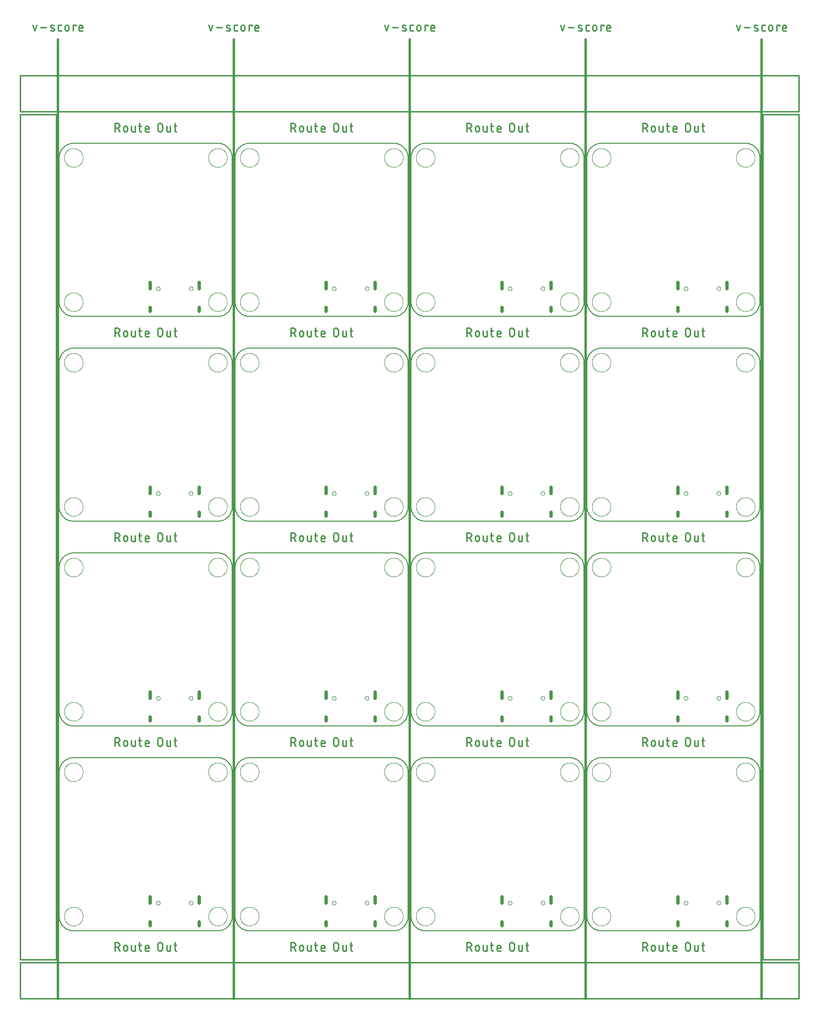
<source format=gko>
G04 EAGLE Gerber RS-274X export*
G75*
%MOMM*%
%FSLAX34Y34*%
%LPD*%
%IN*%
%IPPOS*%
%AMOC8*
5,1,8,0,0,1.08239X$1,22.5*%
G01*
%ADD10C,0.203200*%
%ADD11C,0.279400*%
%ADD12C,0.381000*%
%ADD13C,0.254000*%
%ADD14C,0.000000*%
%ADD15C,0.600000*%


D10*
X279400Y0D02*
X25400Y0D01*
X24786Y7D01*
X24173Y30D01*
X23560Y67D01*
X22949Y119D01*
X22338Y185D01*
X21730Y267D01*
X21124Y363D01*
X20520Y473D01*
X19919Y598D01*
X19321Y738D01*
X18727Y892D01*
X18137Y1061D01*
X17551Y1243D01*
X16970Y1440D01*
X16393Y1651D01*
X15822Y1875D01*
X15256Y2113D01*
X14696Y2365D01*
X14143Y2631D01*
X13596Y2909D01*
X13056Y3201D01*
X12523Y3506D01*
X11998Y3824D01*
X11480Y4154D01*
X10971Y4496D01*
X10470Y4851D01*
X9978Y5218D01*
X9495Y5596D01*
X9021Y5986D01*
X8557Y6388D01*
X8102Y6800D01*
X7658Y7224D01*
X7224Y7658D01*
X6800Y8102D01*
X6388Y8557D01*
X5986Y9021D01*
X5596Y9495D01*
X5218Y9978D01*
X4851Y10470D01*
X4496Y10971D01*
X4154Y11480D01*
X3824Y11998D01*
X3506Y12523D01*
X3201Y13056D01*
X2909Y13596D01*
X2631Y14143D01*
X2365Y14696D01*
X2113Y15256D01*
X1875Y15822D01*
X1651Y16393D01*
X1440Y16970D01*
X1243Y17551D01*
X1061Y18137D01*
X892Y18727D01*
X738Y19321D01*
X598Y19919D01*
X473Y20520D01*
X363Y21124D01*
X267Y21730D01*
X185Y22338D01*
X119Y22949D01*
X67Y23560D01*
X30Y24173D01*
X7Y24786D01*
X0Y25400D01*
X0Y279400D01*
X7Y280014D01*
X30Y280627D01*
X67Y281240D01*
X119Y281851D01*
X185Y282462D01*
X267Y283070D01*
X363Y283676D01*
X473Y284280D01*
X598Y284881D01*
X738Y285479D01*
X892Y286073D01*
X1061Y286663D01*
X1243Y287249D01*
X1440Y287830D01*
X1651Y288407D01*
X1875Y288978D01*
X2113Y289544D01*
X2365Y290104D01*
X2631Y290657D01*
X2909Y291204D01*
X3201Y291744D01*
X3506Y292277D01*
X3824Y292802D01*
X4154Y293320D01*
X4496Y293829D01*
X4851Y294330D01*
X5218Y294822D01*
X5596Y295305D01*
X5986Y295779D01*
X6388Y296243D01*
X6800Y296698D01*
X7224Y297142D01*
X7658Y297576D01*
X8102Y298000D01*
X8557Y298412D01*
X9021Y298814D01*
X9495Y299204D01*
X9978Y299582D01*
X10470Y299949D01*
X10971Y300304D01*
X11480Y300646D01*
X11998Y300976D01*
X12523Y301294D01*
X13056Y301599D01*
X13596Y301891D01*
X14143Y302169D01*
X14696Y302435D01*
X15256Y302687D01*
X15822Y302925D01*
X16393Y303149D01*
X16970Y303360D01*
X17551Y303557D01*
X18137Y303739D01*
X18727Y303908D01*
X19321Y304062D01*
X19919Y304202D01*
X20520Y304327D01*
X21124Y304437D01*
X21730Y304533D01*
X22338Y304615D01*
X22949Y304681D01*
X23560Y304733D01*
X24173Y304770D01*
X24786Y304793D01*
X25400Y304800D01*
X279400Y304800D01*
X280014Y304793D01*
X280627Y304770D01*
X281240Y304733D01*
X281851Y304681D01*
X282462Y304615D01*
X283070Y304533D01*
X283676Y304437D01*
X284280Y304327D01*
X284881Y304202D01*
X285479Y304062D01*
X286073Y303908D01*
X286663Y303739D01*
X287249Y303557D01*
X287830Y303360D01*
X288407Y303149D01*
X288978Y302925D01*
X289544Y302687D01*
X290104Y302435D01*
X290657Y302169D01*
X291204Y301891D01*
X291744Y301599D01*
X292277Y301294D01*
X292802Y300976D01*
X293320Y300646D01*
X293829Y300304D01*
X294330Y299949D01*
X294822Y299582D01*
X295305Y299204D01*
X295779Y298814D01*
X296243Y298412D01*
X296698Y298000D01*
X297142Y297576D01*
X297576Y297142D01*
X298000Y296698D01*
X298412Y296243D01*
X298814Y295779D01*
X299204Y295305D01*
X299582Y294822D01*
X299949Y294330D01*
X300304Y293829D01*
X300646Y293320D01*
X300976Y292802D01*
X301294Y292277D01*
X301599Y291744D01*
X301891Y291204D01*
X302169Y290657D01*
X302435Y290104D01*
X302687Y289544D01*
X302925Y288978D01*
X303149Y288407D01*
X303360Y287830D01*
X303557Y287249D01*
X303739Y286663D01*
X303908Y286073D01*
X304062Y285479D01*
X304202Y284881D01*
X304327Y284280D01*
X304437Y283676D01*
X304533Y283070D01*
X304615Y282462D01*
X304681Y281851D01*
X304733Y281240D01*
X304770Y280627D01*
X304793Y280014D01*
X304800Y279400D01*
X304800Y25400D01*
X304793Y24786D01*
X304770Y24173D01*
X304733Y23560D01*
X304681Y22949D01*
X304615Y22338D01*
X304533Y21730D01*
X304437Y21124D01*
X304327Y20520D01*
X304202Y19919D01*
X304062Y19321D01*
X303908Y18727D01*
X303739Y18137D01*
X303557Y17551D01*
X303360Y16970D01*
X303149Y16393D01*
X302925Y15822D01*
X302687Y15256D01*
X302435Y14696D01*
X302169Y14143D01*
X301891Y13596D01*
X301599Y13056D01*
X301294Y12523D01*
X300976Y11998D01*
X300646Y11480D01*
X300304Y10971D01*
X299949Y10470D01*
X299582Y9978D01*
X299204Y9495D01*
X298814Y9021D01*
X298412Y8557D01*
X298000Y8102D01*
X297576Y7658D01*
X297142Y7224D01*
X296698Y6800D01*
X296243Y6388D01*
X295779Y5986D01*
X295305Y5596D01*
X294822Y5218D01*
X294330Y4851D01*
X293829Y4496D01*
X293320Y4154D01*
X292802Y3824D01*
X292277Y3506D01*
X291744Y3201D01*
X291204Y2909D01*
X290657Y2631D01*
X290104Y2365D01*
X289544Y2113D01*
X288978Y1875D01*
X288407Y1651D01*
X287830Y1440D01*
X287249Y1243D01*
X286663Y1061D01*
X286073Y892D01*
X285479Y738D01*
X284881Y598D01*
X284280Y473D01*
X283676Y363D01*
X283070Y267D01*
X282462Y185D01*
X281851Y119D01*
X281240Y67D01*
X280627Y30D01*
X280014Y7D01*
X279400Y0D01*
D11*
X97904Y-20447D02*
X97904Y-35433D01*
X97904Y-20447D02*
X102067Y-20447D01*
X102195Y-20449D01*
X102323Y-20455D01*
X102451Y-20465D01*
X102579Y-20479D01*
X102706Y-20496D01*
X102832Y-20518D01*
X102958Y-20543D01*
X103082Y-20573D01*
X103206Y-20606D01*
X103329Y-20643D01*
X103451Y-20684D01*
X103571Y-20728D01*
X103690Y-20776D01*
X103807Y-20828D01*
X103923Y-20883D01*
X104036Y-20942D01*
X104149Y-21005D01*
X104259Y-21071D01*
X104366Y-21140D01*
X104472Y-21212D01*
X104576Y-21288D01*
X104677Y-21367D01*
X104776Y-21449D01*
X104872Y-21534D01*
X104965Y-21621D01*
X105056Y-21712D01*
X105143Y-21805D01*
X105228Y-21901D01*
X105310Y-22000D01*
X105389Y-22101D01*
X105465Y-22205D01*
X105537Y-22311D01*
X105606Y-22418D01*
X105672Y-22529D01*
X105735Y-22641D01*
X105794Y-22754D01*
X105849Y-22870D01*
X105901Y-22987D01*
X105949Y-23106D01*
X105993Y-23226D01*
X106034Y-23348D01*
X106071Y-23471D01*
X106104Y-23595D01*
X106134Y-23719D01*
X106159Y-23845D01*
X106181Y-23971D01*
X106198Y-24098D01*
X106212Y-24226D01*
X106222Y-24354D01*
X106228Y-24482D01*
X106230Y-24610D01*
X106228Y-24738D01*
X106222Y-24866D01*
X106212Y-24994D01*
X106198Y-25122D01*
X106181Y-25249D01*
X106159Y-25375D01*
X106134Y-25501D01*
X106104Y-25625D01*
X106071Y-25749D01*
X106034Y-25872D01*
X105993Y-25994D01*
X105949Y-26114D01*
X105901Y-26233D01*
X105849Y-26350D01*
X105794Y-26466D01*
X105735Y-26579D01*
X105672Y-26692D01*
X105606Y-26802D01*
X105537Y-26909D01*
X105465Y-27015D01*
X105389Y-27119D01*
X105310Y-27220D01*
X105228Y-27319D01*
X105143Y-27415D01*
X105056Y-27508D01*
X104965Y-27599D01*
X104872Y-27686D01*
X104776Y-27771D01*
X104677Y-27853D01*
X104576Y-27932D01*
X104472Y-28008D01*
X104366Y-28080D01*
X104259Y-28149D01*
X104149Y-28215D01*
X104036Y-28278D01*
X103923Y-28337D01*
X103807Y-28392D01*
X103690Y-28444D01*
X103571Y-28492D01*
X103451Y-28536D01*
X103329Y-28577D01*
X103206Y-28614D01*
X103082Y-28647D01*
X102958Y-28677D01*
X102832Y-28702D01*
X102706Y-28724D01*
X102579Y-28741D01*
X102451Y-28755D01*
X102323Y-28765D01*
X102195Y-28771D01*
X102067Y-28773D01*
X97904Y-28773D01*
X102899Y-28773D02*
X106229Y-35433D01*
X113188Y-32103D02*
X113188Y-28773D01*
X113190Y-28659D01*
X113196Y-28546D01*
X113205Y-28432D01*
X113219Y-28320D01*
X113236Y-28207D01*
X113258Y-28095D01*
X113283Y-27985D01*
X113311Y-27875D01*
X113344Y-27766D01*
X113380Y-27658D01*
X113420Y-27551D01*
X113464Y-27446D01*
X113511Y-27343D01*
X113561Y-27241D01*
X113615Y-27141D01*
X113673Y-27043D01*
X113734Y-26947D01*
X113797Y-26853D01*
X113865Y-26761D01*
X113935Y-26671D01*
X114008Y-26585D01*
X114084Y-26500D01*
X114163Y-26418D01*
X114245Y-26339D01*
X114330Y-26263D01*
X114416Y-26190D01*
X114506Y-26120D01*
X114598Y-26052D01*
X114692Y-25989D01*
X114788Y-25928D01*
X114886Y-25870D01*
X114986Y-25816D01*
X115088Y-25766D01*
X115191Y-25719D01*
X115296Y-25675D01*
X115403Y-25635D01*
X115511Y-25599D01*
X115620Y-25566D01*
X115730Y-25538D01*
X115840Y-25513D01*
X115952Y-25491D01*
X116065Y-25474D01*
X116177Y-25460D01*
X116291Y-25451D01*
X116404Y-25445D01*
X116518Y-25443D01*
X116632Y-25445D01*
X116745Y-25451D01*
X116859Y-25460D01*
X116971Y-25474D01*
X117084Y-25491D01*
X117196Y-25513D01*
X117306Y-25538D01*
X117416Y-25566D01*
X117525Y-25599D01*
X117633Y-25635D01*
X117740Y-25675D01*
X117845Y-25719D01*
X117948Y-25766D01*
X118050Y-25816D01*
X118150Y-25870D01*
X118248Y-25928D01*
X118344Y-25989D01*
X118438Y-26052D01*
X118530Y-26120D01*
X118620Y-26190D01*
X118706Y-26263D01*
X118791Y-26339D01*
X118873Y-26418D01*
X118952Y-26500D01*
X119028Y-26585D01*
X119101Y-26671D01*
X119171Y-26761D01*
X119239Y-26853D01*
X119302Y-26947D01*
X119363Y-27043D01*
X119421Y-27141D01*
X119475Y-27241D01*
X119525Y-27343D01*
X119572Y-27446D01*
X119616Y-27551D01*
X119656Y-27658D01*
X119692Y-27766D01*
X119725Y-27875D01*
X119753Y-27985D01*
X119778Y-28095D01*
X119800Y-28207D01*
X119817Y-28320D01*
X119831Y-28432D01*
X119840Y-28546D01*
X119846Y-28659D01*
X119848Y-28773D01*
X119848Y-32103D01*
X119846Y-32217D01*
X119840Y-32330D01*
X119831Y-32444D01*
X119817Y-32556D01*
X119800Y-32669D01*
X119778Y-32781D01*
X119753Y-32891D01*
X119725Y-33001D01*
X119692Y-33110D01*
X119656Y-33218D01*
X119616Y-33325D01*
X119572Y-33430D01*
X119525Y-33533D01*
X119475Y-33635D01*
X119421Y-33735D01*
X119363Y-33833D01*
X119302Y-33929D01*
X119239Y-34023D01*
X119171Y-34115D01*
X119101Y-34205D01*
X119028Y-34291D01*
X118952Y-34376D01*
X118873Y-34458D01*
X118791Y-34537D01*
X118706Y-34613D01*
X118620Y-34686D01*
X118530Y-34756D01*
X118438Y-34824D01*
X118344Y-34887D01*
X118248Y-34948D01*
X118150Y-35006D01*
X118050Y-35060D01*
X117948Y-35110D01*
X117845Y-35157D01*
X117740Y-35201D01*
X117633Y-35241D01*
X117525Y-35277D01*
X117416Y-35310D01*
X117306Y-35338D01*
X117196Y-35363D01*
X117084Y-35385D01*
X116971Y-35402D01*
X116859Y-35416D01*
X116745Y-35425D01*
X116632Y-35431D01*
X116518Y-35433D01*
X116404Y-35431D01*
X116291Y-35425D01*
X116177Y-35416D01*
X116065Y-35402D01*
X115952Y-35385D01*
X115840Y-35363D01*
X115730Y-35338D01*
X115620Y-35310D01*
X115511Y-35277D01*
X115403Y-35241D01*
X115296Y-35201D01*
X115191Y-35157D01*
X115088Y-35110D01*
X114986Y-35060D01*
X114886Y-35006D01*
X114788Y-34948D01*
X114692Y-34887D01*
X114598Y-34824D01*
X114506Y-34756D01*
X114416Y-34686D01*
X114330Y-34613D01*
X114245Y-34537D01*
X114163Y-34458D01*
X114084Y-34376D01*
X114008Y-34291D01*
X113935Y-34205D01*
X113865Y-34115D01*
X113797Y-34023D01*
X113734Y-33929D01*
X113673Y-33833D01*
X113615Y-33735D01*
X113561Y-33635D01*
X113511Y-33533D01*
X113464Y-33430D01*
X113420Y-33325D01*
X113380Y-33218D01*
X113344Y-33110D01*
X113311Y-33001D01*
X113283Y-32891D01*
X113258Y-32781D01*
X113236Y-32669D01*
X113219Y-32556D01*
X113205Y-32444D01*
X113196Y-32330D01*
X113190Y-32217D01*
X113188Y-32103D01*
X127256Y-32935D02*
X127256Y-25442D01*
X127255Y-32935D02*
X127257Y-33033D01*
X127263Y-33131D01*
X127272Y-33229D01*
X127286Y-33326D01*
X127303Y-33422D01*
X127324Y-33518D01*
X127349Y-33613D01*
X127377Y-33707D01*
X127409Y-33800D01*
X127445Y-33891D01*
X127484Y-33981D01*
X127527Y-34069D01*
X127574Y-34156D01*
X127623Y-34240D01*
X127676Y-34323D01*
X127732Y-34403D01*
X127791Y-34482D01*
X127854Y-34557D01*
X127919Y-34631D01*
X127987Y-34701D01*
X128057Y-34769D01*
X128131Y-34835D01*
X128207Y-34897D01*
X128285Y-34956D01*
X128365Y-35012D01*
X128448Y-35065D01*
X128532Y-35115D01*
X128619Y-35161D01*
X128707Y-35204D01*
X128797Y-35243D01*
X128888Y-35279D01*
X128981Y-35311D01*
X129075Y-35339D01*
X129170Y-35364D01*
X129266Y-35385D01*
X129362Y-35402D01*
X129459Y-35416D01*
X129557Y-35425D01*
X129655Y-35431D01*
X129753Y-35433D01*
X133916Y-35433D01*
X133916Y-25442D01*
X139897Y-25442D02*
X144892Y-25442D01*
X141562Y-20447D02*
X141562Y-32935D01*
X141564Y-33033D01*
X141570Y-33131D01*
X141579Y-33229D01*
X141593Y-33326D01*
X141610Y-33422D01*
X141631Y-33518D01*
X141656Y-33613D01*
X141684Y-33707D01*
X141716Y-33800D01*
X141752Y-33891D01*
X141791Y-33981D01*
X141834Y-34069D01*
X141881Y-34156D01*
X141930Y-34240D01*
X141983Y-34323D01*
X142039Y-34403D01*
X142098Y-34482D01*
X142161Y-34557D01*
X142226Y-34631D01*
X142294Y-34701D01*
X142364Y-34769D01*
X142438Y-34835D01*
X142514Y-34897D01*
X142592Y-34956D01*
X142672Y-35012D01*
X142755Y-35065D01*
X142839Y-35115D01*
X142926Y-35161D01*
X143014Y-35204D01*
X143104Y-35243D01*
X143195Y-35279D01*
X143288Y-35311D01*
X143382Y-35339D01*
X143477Y-35364D01*
X143573Y-35385D01*
X143669Y-35402D01*
X143766Y-35416D01*
X143864Y-35425D01*
X143962Y-35431D01*
X144060Y-35433D01*
X144892Y-35433D01*
X153721Y-35433D02*
X157884Y-35433D01*
X153721Y-35433D02*
X153623Y-35431D01*
X153525Y-35425D01*
X153427Y-35416D01*
X153330Y-35402D01*
X153234Y-35385D01*
X153138Y-35364D01*
X153043Y-35339D01*
X152949Y-35311D01*
X152856Y-35279D01*
X152765Y-35243D01*
X152675Y-35204D01*
X152587Y-35161D01*
X152500Y-35114D01*
X152416Y-35065D01*
X152333Y-35012D01*
X152253Y-34956D01*
X152175Y-34897D01*
X152099Y-34835D01*
X152025Y-34769D01*
X151955Y-34701D01*
X151887Y-34631D01*
X151822Y-34557D01*
X151759Y-34482D01*
X151700Y-34403D01*
X151644Y-34323D01*
X151591Y-34240D01*
X151542Y-34156D01*
X151495Y-34069D01*
X151452Y-33981D01*
X151413Y-33891D01*
X151377Y-33800D01*
X151345Y-33707D01*
X151317Y-33613D01*
X151292Y-33518D01*
X151271Y-33422D01*
X151254Y-33326D01*
X151240Y-33229D01*
X151231Y-33131D01*
X151225Y-33033D01*
X151223Y-32935D01*
X151224Y-32935D02*
X151224Y-28773D01*
X151226Y-28659D01*
X151232Y-28546D01*
X151241Y-28432D01*
X151255Y-28320D01*
X151272Y-28207D01*
X151294Y-28095D01*
X151319Y-27985D01*
X151347Y-27875D01*
X151380Y-27766D01*
X151416Y-27658D01*
X151456Y-27551D01*
X151500Y-27446D01*
X151547Y-27343D01*
X151597Y-27241D01*
X151651Y-27141D01*
X151709Y-27043D01*
X151770Y-26947D01*
X151833Y-26853D01*
X151901Y-26761D01*
X151971Y-26671D01*
X152044Y-26585D01*
X152120Y-26500D01*
X152199Y-26418D01*
X152281Y-26339D01*
X152366Y-26263D01*
X152452Y-26190D01*
X152542Y-26120D01*
X152634Y-26052D01*
X152728Y-25989D01*
X152824Y-25928D01*
X152922Y-25870D01*
X153022Y-25816D01*
X153124Y-25766D01*
X153227Y-25719D01*
X153332Y-25675D01*
X153439Y-25635D01*
X153547Y-25599D01*
X153656Y-25566D01*
X153766Y-25538D01*
X153876Y-25513D01*
X153988Y-25491D01*
X154101Y-25474D01*
X154213Y-25460D01*
X154327Y-25451D01*
X154440Y-25445D01*
X154554Y-25443D01*
X154668Y-25445D01*
X154781Y-25451D01*
X154895Y-25460D01*
X155007Y-25474D01*
X155120Y-25491D01*
X155232Y-25513D01*
X155342Y-25538D01*
X155452Y-25566D01*
X155561Y-25599D01*
X155669Y-25635D01*
X155776Y-25675D01*
X155881Y-25719D01*
X155984Y-25766D01*
X156086Y-25816D01*
X156186Y-25870D01*
X156284Y-25928D01*
X156380Y-25989D01*
X156474Y-26052D01*
X156566Y-26120D01*
X156656Y-26190D01*
X156742Y-26263D01*
X156827Y-26339D01*
X156909Y-26418D01*
X156988Y-26500D01*
X157064Y-26585D01*
X157137Y-26671D01*
X157207Y-26761D01*
X157275Y-26853D01*
X157338Y-26947D01*
X157399Y-27043D01*
X157457Y-27141D01*
X157511Y-27241D01*
X157561Y-27343D01*
X157608Y-27446D01*
X157652Y-27551D01*
X157692Y-27658D01*
X157728Y-27766D01*
X157761Y-27875D01*
X157789Y-27985D01*
X157814Y-28095D01*
X157836Y-28207D01*
X157853Y-28320D01*
X157867Y-28432D01*
X157876Y-28546D01*
X157882Y-28659D01*
X157884Y-28773D01*
X157884Y-30438D01*
X151224Y-30438D01*
X173317Y-31270D02*
X173317Y-24610D01*
X173319Y-24482D01*
X173325Y-24354D01*
X173335Y-24226D01*
X173349Y-24098D01*
X173366Y-23971D01*
X173388Y-23845D01*
X173413Y-23719D01*
X173443Y-23595D01*
X173476Y-23471D01*
X173513Y-23348D01*
X173554Y-23226D01*
X173598Y-23106D01*
X173646Y-22987D01*
X173698Y-22870D01*
X173753Y-22754D01*
X173812Y-22641D01*
X173875Y-22528D01*
X173941Y-22418D01*
X174010Y-22311D01*
X174082Y-22205D01*
X174158Y-22101D01*
X174237Y-22000D01*
X174319Y-21901D01*
X174404Y-21805D01*
X174491Y-21712D01*
X174582Y-21621D01*
X174675Y-21534D01*
X174771Y-21449D01*
X174870Y-21367D01*
X174971Y-21288D01*
X175075Y-21212D01*
X175181Y-21140D01*
X175288Y-21071D01*
X175399Y-21005D01*
X175511Y-20942D01*
X175624Y-20883D01*
X175740Y-20828D01*
X175857Y-20776D01*
X175976Y-20728D01*
X176096Y-20684D01*
X176218Y-20643D01*
X176341Y-20606D01*
X176465Y-20573D01*
X176589Y-20543D01*
X176715Y-20518D01*
X176841Y-20496D01*
X176968Y-20479D01*
X177096Y-20465D01*
X177224Y-20455D01*
X177352Y-20449D01*
X177480Y-20447D01*
X177608Y-20449D01*
X177736Y-20455D01*
X177864Y-20465D01*
X177992Y-20479D01*
X178119Y-20496D01*
X178245Y-20518D01*
X178371Y-20543D01*
X178495Y-20573D01*
X178619Y-20606D01*
X178742Y-20643D01*
X178864Y-20684D01*
X178984Y-20728D01*
X179103Y-20776D01*
X179220Y-20828D01*
X179336Y-20883D01*
X179449Y-20942D01*
X179562Y-21005D01*
X179672Y-21071D01*
X179779Y-21140D01*
X179885Y-21212D01*
X179989Y-21288D01*
X180090Y-21367D01*
X180189Y-21449D01*
X180285Y-21534D01*
X180378Y-21621D01*
X180469Y-21712D01*
X180556Y-21805D01*
X180641Y-21901D01*
X180723Y-22000D01*
X180802Y-22101D01*
X180878Y-22205D01*
X180950Y-22311D01*
X181019Y-22418D01*
X181085Y-22529D01*
X181148Y-22641D01*
X181207Y-22754D01*
X181262Y-22870D01*
X181314Y-22987D01*
X181362Y-23106D01*
X181406Y-23226D01*
X181447Y-23348D01*
X181484Y-23471D01*
X181517Y-23595D01*
X181547Y-23719D01*
X181572Y-23845D01*
X181594Y-23971D01*
X181611Y-24098D01*
X181625Y-24226D01*
X181635Y-24354D01*
X181641Y-24482D01*
X181643Y-24610D01*
X181642Y-24610D02*
X181642Y-31270D01*
X181643Y-31270D02*
X181641Y-31398D01*
X181635Y-31526D01*
X181625Y-31654D01*
X181611Y-31782D01*
X181594Y-31909D01*
X181572Y-32035D01*
X181547Y-32161D01*
X181517Y-32285D01*
X181484Y-32409D01*
X181447Y-32532D01*
X181406Y-32654D01*
X181362Y-32774D01*
X181314Y-32893D01*
X181262Y-33010D01*
X181207Y-33126D01*
X181148Y-33239D01*
X181085Y-33352D01*
X181019Y-33462D01*
X180950Y-33569D01*
X180878Y-33675D01*
X180802Y-33779D01*
X180723Y-33880D01*
X180641Y-33979D01*
X180556Y-34075D01*
X180469Y-34168D01*
X180378Y-34259D01*
X180285Y-34346D01*
X180189Y-34431D01*
X180090Y-34513D01*
X179989Y-34592D01*
X179885Y-34668D01*
X179779Y-34740D01*
X179672Y-34809D01*
X179561Y-34875D01*
X179449Y-34938D01*
X179336Y-34997D01*
X179220Y-35052D01*
X179103Y-35104D01*
X178984Y-35152D01*
X178864Y-35196D01*
X178742Y-35237D01*
X178619Y-35274D01*
X178495Y-35307D01*
X178371Y-35337D01*
X178245Y-35362D01*
X178119Y-35384D01*
X177992Y-35401D01*
X177864Y-35415D01*
X177736Y-35425D01*
X177608Y-35431D01*
X177480Y-35433D01*
X177352Y-35431D01*
X177224Y-35425D01*
X177096Y-35415D01*
X176968Y-35401D01*
X176841Y-35384D01*
X176715Y-35362D01*
X176589Y-35337D01*
X176465Y-35307D01*
X176341Y-35274D01*
X176218Y-35237D01*
X176096Y-35196D01*
X175976Y-35152D01*
X175857Y-35104D01*
X175740Y-35052D01*
X175624Y-34997D01*
X175511Y-34938D01*
X175399Y-34875D01*
X175288Y-34809D01*
X175181Y-34740D01*
X175075Y-34668D01*
X174971Y-34592D01*
X174870Y-34513D01*
X174771Y-34431D01*
X174675Y-34346D01*
X174582Y-34259D01*
X174491Y-34168D01*
X174404Y-34075D01*
X174319Y-33979D01*
X174237Y-33880D01*
X174158Y-33779D01*
X174082Y-33675D01*
X174010Y-33569D01*
X173941Y-33462D01*
X173875Y-33351D01*
X173812Y-33239D01*
X173753Y-33126D01*
X173698Y-33010D01*
X173646Y-32893D01*
X173598Y-32774D01*
X173554Y-32654D01*
X173513Y-32532D01*
X173476Y-32409D01*
X173443Y-32285D01*
X173413Y-32161D01*
X173388Y-32035D01*
X173366Y-31909D01*
X173349Y-31782D01*
X173335Y-31654D01*
X173325Y-31526D01*
X173319Y-31398D01*
X173317Y-31270D01*
X189259Y-32935D02*
X189259Y-25442D01*
X189259Y-32935D02*
X189261Y-33033D01*
X189267Y-33131D01*
X189276Y-33229D01*
X189290Y-33326D01*
X189307Y-33422D01*
X189328Y-33518D01*
X189353Y-33613D01*
X189381Y-33707D01*
X189413Y-33800D01*
X189449Y-33891D01*
X189488Y-33981D01*
X189531Y-34069D01*
X189578Y-34156D01*
X189627Y-34240D01*
X189680Y-34323D01*
X189736Y-34403D01*
X189795Y-34482D01*
X189858Y-34557D01*
X189923Y-34631D01*
X189991Y-34701D01*
X190061Y-34769D01*
X190135Y-34835D01*
X190211Y-34897D01*
X190289Y-34956D01*
X190369Y-35012D01*
X190452Y-35065D01*
X190536Y-35115D01*
X190623Y-35161D01*
X190711Y-35204D01*
X190801Y-35243D01*
X190892Y-35279D01*
X190985Y-35311D01*
X191079Y-35339D01*
X191174Y-35364D01*
X191270Y-35385D01*
X191366Y-35402D01*
X191463Y-35416D01*
X191561Y-35425D01*
X191659Y-35431D01*
X191757Y-35433D01*
X195920Y-35433D01*
X195920Y-25442D01*
X201901Y-25442D02*
X206896Y-25442D01*
X203566Y-20447D02*
X203566Y-32935D01*
X203565Y-32935D02*
X203567Y-33033D01*
X203573Y-33131D01*
X203582Y-33229D01*
X203596Y-33326D01*
X203613Y-33422D01*
X203634Y-33518D01*
X203659Y-33613D01*
X203687Y-33707D01*
X203719Y-33800D01*
X203755Y-33891D01*
X203794Y-33981D01*
X203837Y-34069D01*
X203884Y-34156D01*
X203933Y-34240D01*
X203986Y-34323D01*
X204042Y-34403D01*
X204101Y-34482D01*
X204164Y-34557D01*
X204229Y-34631D01*
X204297Y-34701D01*
X204367Y-34769D01*
X204441Y-34835D01*
X204517Y-34897D01*
X204595Y-34956D01*
X204675Y-35012D01*
X204758Y-35065D01*
X204842Y-35115D01*
X204929Y-35161D01*
X205017Y-35204D01*
X205107Y-35243D01*
X205198Y-35279D01*
X205291Y-35311D01*
X205385Y-35339D01*
X205480Y-35364D01*
X205576Y-35385D01*
X205672Y-35402D01*
X205769Y-35416D01*
X205867Y-35425D01*
X205965Y-35431D01*
X206063Y-35433D01*
X206064Y-35433D02*
X206896Y-35433D01*
D10*
X335280Y0D02*
X589280Y0D01*
X335280Y0D02*
X334666Y7D01*
X334053Y30D01*
X333440Y67D01*
X332829Y119D01*
X332218Y185D01*
X331610Y267D01*
X331004Y363D01*
X330400Y473D01*
X329799Y598D01*
X329201Y738D01*
X328607Y892D01*
X328017Y1061D01*
X327431Y1243D01*
X326850Y1440D01*
X326273Y1651D01*
X325702Y1875D01*
X325136Y2113D01*
X324576Y2365D01*
X324023Y2631D01*
X323476Y2909D01*
X322936Y3201D01*
X322403Y3506D01*
X321878Y3824D01*
X321360Y4154D01*
X320851Y4496D01*
X320350Y4851D01*
X319858Y5218D01*
X319375Y5596D01*
X318901Y5986D01*
X318437Y6388D01*
X317982Y6800D01*
X317538Y7224D01*
X317104Y7658D01*
X316680Y8102D01*
X316268Y8557D01*
X315866Y9021D01*
X315476Y9495D01*
X315098Y9978D01*
X314731Y10470D01*
X314376Y10971D01*
X314034Y11480D01*
X313704Y11998D01*
X313386Y12523D01*
X313081Y13056D01*
X312789Y13596D01*
X312511Y14143D01*
X312245Y14696D01*
X311993Y15256D01*
X311755Y15822D01*
X311531Y16393D01*
X311320Y16970D01*
X311123Y17551D01*
X310941Y18137D01*
X310772Y18727D01*
X310618Y19321D01*
X310478Y19919D01*
X310353Y20520D01*
X310243Y21124D01*
X310147Y21730D01*
X310065Y22338D01*
X309999Y22949D01*
X309947Y23560D01*
X309910Y24173D01*
X309887Y24786D01*
X309880Y25400D01*
X309880Y279400D01*
X309887Y280014D01*
X309910Y280627D01*
X309947Y281240D01*
X309999Y281851D01*
X310065Y282462D01*
X310147Y283070D01*
X310243Y283676D01*
X310353Y284280D01*
X310478Y284881D01*
X310618Y285479D01*
X310772Y286073D01*
X310941Y286663D01*
X311123Y287249D01*
X311320Y287830D01*
X311531Y288407D01*
X311755Y288978D01*
X311993Y289544D01*
X312245Y290104D01*
X312511Y290657D01*
X312789Y291204D01*
X313081Y291744D01*
X313386Y292277D01*
X313704Y292802D01*
X314034Y293320D01*
X314376Y293829D01*
X314731Y294330D01*
X315098Y294822D01*
X315476Y295305D01*
X315866Y295779D01*
X316268Y296243D01*
X316680Y296698D01*
X317104Y297142D01*
X317538Y297576D01*
X317982Y298000D01*
X318437Y298412D01*
X318901Y298814D01*
X319375Y299204D01*
X319858Y299582D01*
X320350Y299949D01*
X320851Y300304D01*
X321360Y300646D01*
X321878Y300976D01*
X322403Y301294D01*
X322936Y301599D01*
X323476Y301891D01*
X324023Y302169D01*
X324576Y302435D01*
X325136Y302687D01*
X325702Y302925D01*
X326273Y303149D01*
X326850Y303360D01*
X327431Y303557D01*
X328017Y303739D01*
X328607Y303908D01*
X329201Y304062D01*
X329799Y304202D01*
X330400Y304327D01*
X331004Y304437D01*
X331610Y304533D01*
X332218Y304615D01*
X332829Y304681D01*
X333440Y304733D01*
X334053Y304770D01*
X334666Y304793D01*
X335280Y304800D01*
X589280Y304800D01*
X589894Y304793D01*
X590507Y304770D01*
X591120Y304733D01*
X591731Y304681D01*
X592342Y304615D01*
X592950Y304533D01*
X593556Y304437D01*
X594160Y304327D01*
X594761Y304202D01*
X595359Y304062D01*
X595953Y303908D01*
X596543Y303739D01*
X597129Y303557D01*
X597710Y303360D01*
X598287Y303149D01*
X598858Y302925D01*
X599424Y302687D01*
X599984Y302435D01*
X600537Y302169D01*
X601084Y301891D01*
X601624Y301599D01*
X602157Y301294D01*
X602682Y300976D01*
X603200Y300646D01*
X603709Y300304D01*
X604210Y299949D01*
X604702Y299582D01*
X605185Y299204D01*
X605659Y298814D01*
X606123Y298412D01*
X606578Y298000D01*
X607022Y297576D01*
X607456Y297142D01*
X607880Y296698D01*
X608292Y296243D01*
X608694Y295779D01*
X609084Y295305D01*
X609462Y294822D01*
X609829Y294330D01*
X610184Y293829D01*
X610526Y293320D01*
X610856Y292802D01*
X611174Y292277D01*
X611479Y291744D01*
X611771Y291204D01*
X612049Y290657D01*
X612315Y290104D01*
X612567Y289544D01*
X612805Y288978D01*
X613029Y288407D01*
X613240Y287830D01*
X613437Y287249D01*
X613619Y286663D01*
X613788Y286073D01*
X613942Y285479D01*
X614082Y284881D01*
X614207Y284280D01*
X614317Y283676D01*
X614413Y283070D01*
X614495Y282462D01*
X614561Y281851D01*
X614613Y281240D01*
X614650Y280627D01*
X614673Y280014D01*
X614680Y279400D01*
X614680Y25400D01*
X614673Y24786D01*
X614650Y24173D01*
X614613Y23560D01*
X614561Y22949D01*
X614495Y22338D01*
X614413Y21730D01*
X614317Y21124D01*
X614207Y20520D01*
X614082Y19919D01*
X613942Y19321D01*
X613788Y18727D01*
X613619Y18137D01*
X613437Y17551D01*
X613240Y16970D01*
X613029Y16393D01*
X612805Y15822D01*
X612567Y15256D01*
X612315Y14696D01*
X612049Y14143D01*
X611771Y13596D01*
X611479Y13056D01*
X611174Y12523D01*
X610856Y11998D01*
X610526Y11480D01*
X610184Y10971D01*
X609829Y10470D01*
X609462Y9978D01*
X609084Y9495D01*
X608694Y9021D01*
X608292Y8557D01*
X607880Y8102D01*
X607456Y7658D01*
X607022Y7224D01*
X606578Y6800D01*
X606123Y6388D01*
X605659Y5986D01*
X605185Y5596D01*
X604702Y5218D01*
X604210Y4851D01*
X603709Y4496D01*
X603200Y4154D01*
X602682Y3824D01*
X602157Y3506D01*
X601624Y3201D01*
X601084Y2909D01*
X600537Y2631D01*
X599984Y2365D01*
X599424Y2113D01*
X598858Y1875D01*
X598287Y1651D01*
X597710Y1440D01*
X597129Y1243D01*
X596543Y1061D01*
X595953Y892D01*
X595359Y738D01*
X594761Y598D01*
X594160Y473D01*
X593556Y363D01*
X592950Y267D01*
X592342Y185D01*
X591731Y119D01*
X591120Y67D01*
X590507Y30D01*
X589894Y7D01*
X589280Y0D01*
D11*
X407784Y-20447D02*
X407784Y-35433D01*
X407784Y-20447D02*
X411947Y-20447D01*
X412075Y-20449D01*
X412203Y-20455D01*
X412331Y-20465D01*
X412459Y-20479D01*
X412586Y-20496D01*
X412712Y-20518D01*
X412838Y-20543D01*
X412962Y-20573D01*
X413086Y-20606D01*
X413209Y-20643D01*
X413331Y-20684D01*
X413451Y-20728D01*
X413570Y-20776D01*
X413687Y-20828D01*
X413803Y-20883D01*
X413916Y-20942D01*
X414029Y-21005D01*
X414139Y-21071D01*
X414246Y-21140D01*
X414352Y-21212D01*
X414456Y-21288D01*
X414557Y-21367D01*
X414656Y-21449D01*
X414752Y-21534D01*
X414845Y-21621D01*
X414936Y-21712D01*
X415023Y-21805D01*
X415108Y-21901D01*
X415190Y-22000D01*
X415269Y-22101D01*
X415345Y-22205D01*
X415417Y-22311D01*
X415486Y-22418D01*
X415552Y-22529D01*
X415615Y-22641D01*
X415674Y-22754D01*
X415729Y-22870D01*
X415781Y-22987D01*
X415829Y-23106D01*
X415873Y-23226D01*
X415914Y-23348D01*
X415951Y-23471D01*
X415984Y-23595D01*
X416014Y-23719D01*
X416039Y-23845D01*
X416061Y-23971D01*
X416078Y-24098D01*
X416092Y-24226D01*
X416102Y-24354D01*
X416108Y-24482D01*
X416110Y-24610D01*
X416108Y-24738D01*
X416102Y-24866D01*
X416092Y-24994D01*
X416078Y-25122D01*
X416061Y-25249D01*
X416039Y-25375D01*
X416014Y-25501D01*
X415984Y-25625D01*
X415951Y-25749D01*
X415914Y-25872D01*
X415873Y-25994D01*
X415829Y-26114D01*
X415781Y-26233D01*
X415729Y-26350D01*
X415674Y-26466D01*
X415615Y-26579D01*
X415552Y-26692D01*
X415486Y-26802D01*
X415417Y-26909D01*
X415345Y-27015D01*
X415269Y-27119D01*
X415190Y-27220D01*
X415108Y-27319D01*
X415023Y-27415D01*
X414936Y-27508D01*
X414845Y-27599D01*
X414752Y-27686D01*
X414656Y-27771D01*
X414557Y-27853D01*
X414456Y-27932D01*
X414352Y-28008D01*
X414246Y-28080D01*
X414139Y-28149D01*
X414029Y-28215D01*
X413916Y-28278D01*
X413803Y-28337D01*
X413687Y-28392D01*
X413570Y-28444D01*
X413451Y-28492D01*
X413331Y-28536D01*
X413209Y-28577D01*
X413086Y-28614D01*
X412962Y-28647D01*
X412838Y-28677D01*
X412712Y-28702D01*
X412586Y-28724D01*
X412459Y-28741D01*
X412331Y-28755D01*
X412203Y-28765D01*
X412075Y-28771D01*
X411947Y-28773D01*
X407784Y-28773D01*
X412779Y-28773D02*
X416109Y-35433D01*
X423068Y-32103D02*
X423068Y-28773D01*
X423070Y-28659D01*
X423076Y-28546D01*
X423085Y-28432D01*
X423099Y-28320D01*
X423116Y-28207D01*
X423138Y-28095D01*
X423163Y-27985D01*
X423191Y-27875D01*
X423224Y-27766D01*
X423260Y-27658D01*
X423300Y-27551D01*
X423344Y-27446D01*
X423391Y-27343D01*
X423441Y-27241D01*
X423495Y-27141D01*
X423553Y-27043D01*
X423614Y-26947D01*
X423677Y-26853D01*
X423745Y-26761D01*
X423815Y-26671D01*
X423888Y-26585D01*
X423964Y-26500D01*
X424043Y-26418D01*
X424125Y-26339D01*
X424210Y-26263D01*
X424296Y-26190D01*
X424386Y-26120D01*
X424478Y-26052D01*
X424572Y-25989D01*
X424668Y-25928D01*
X424766Y-25870D01*
X424866Y-25816D01*
X424968Y-25766D01*
X425071Y-25719D01*
X425176Y-25675D01*
X425283Y-25635D01*
X425391Y-25599D01*
X425500Y-25566D01*
X425610Y-25538D01*
X425720Y-25513D01*
X425832Y-25491D01*
X425945Y-25474D01*
X426057Y-25460D01*
X426171Y-25451D01*
X426284Y-25445D01*
X426398Y-25443D01*
X426512Y-25445D01*
X426625Y-25451D01*
X426739Y-25460D01*
X426851Y-25474D01*
X426964Y-25491D01*
X427076Y-25513D01*
X427186Y-25538D01*
X427296Y-25566D01*
X427405Y-25599D01*
X427513Y-25635D01*
X427620Y-25675D01*
X427725Y-25719D01*
X427828Y-25766D01*
X427930Y-25816D01*
X428030Y-25870D01*
X428128Y-25928D01*
X428224Y-25989D01*
X428318Y-26052D01*
X428410Y-26120D01*
X428500Y-26190D01*
X428586Y-26263D01*
X428671Y-26339D01*
X428753Y-26418D01*
X428832Y-26500D01*
X428908Y-26585D01*
X428981Y-26671D01*
X429051Y-26761D01*
X429119Y-26853D01*
X429182Y-26947D01*
X429243Y-27043D01*
X429301Y-27141D01*
X429355Y-27241D01*
X429405Y-27343D01*
X429452Y-27446D01*
X429496Y-27551D01*
X429536Y-27658D01*
X429572Y-27766D01*
X429605Y-27875D01*
X429633Y-27985D01*
X429658Y-28095D01*
X429680Y-28207D01*
X429697Y-28320D01*
X429711Y-28432D01*
X429720Y-28546D01*
X429726Y-28659D01*
X429728Y-28773D01*
X429728Y-32103D01*
X429726Y-32217D01*
X429720Y-32330D01*
X429711Y-32444D01*
X429697Y-32556D01*
X429680Y-32669D01*
X429658Y-32781D01*
X429633Y-32891D01*
X429605Y-33001D01*
X429572Y-33110D01*
X429536Y-33218D01*
X429496Y-33325D01*
X429452Y-33430D01*
X429405Y-33533D01*
X429355Y-33635D01*
X429301Y-33735D01*
X429243Y-33833D01*
X429182Y-33929D01*
X429119Y-34023D01*
X429051Y-34115D01*
X428981Y-34205D01*
X428908Y-34291D01*
X428832Y-34376D01*
X428753Y-34458D01*
X428671Y-34537D01*
X428586Y-34613D01*
X428500Y-34686D01*
X428410Y-34756D01*
X428318Y-34824D01*
X428224Y-34887D01*
X428128Y-34948D01*
X428030Y-35006D01*
X427930Y-35060D01*
X427828Y-35110D01*
X427725Y-35157D01*
X427620Y-35201D01*
X427513Y-35241D01*
X427405Y-35277D01*
X427296Y-35310D01*
X427186Y-35338D01*
X427076Y-35363D01*
X426964Y-35385D01*
X426851Y-35402D01*
X426739Y-35416D01*
X426625Y-35425D01*
X426512Y-35431D01*
X426398Y-35433D01*
X426284Y-35431D01*
X426171Y-35425D01*
X426057Y-35416D01*
X425945Y-35402D01*
X425832Y-35385D01*
X425720Y-35363D01*
X425610Y-35338D01*
X425500Y-35310D01*
X425391Y-35277D01*
X425283Y-35241D01*
X425176Y-35201D01*
X425071Y-35157D01*
X424968Y-35110D01*
X424866Y-35060D01*
X424766Y-35006D01*
X424668Y-34948D01*
X424572Y-34887D01*
X424478Y-34824D01*
X424386Y-34756D01*
X424296Y-34686D01*
X424210Y-34613D01*
X424125Y-34537D01*
X424043Y-34458D01*
X423964Y-34376D01*
X423888Y-34291D01*
X423815Y-34205D01*
X423745Y-34115D01*
X423677Y-34023D01*
X423614Y-33929D01*
X423553Y-33833D01*
X423495Y-33735D01*
X423441Y-33635D01*
X423391Y-33533D01*
X423344Y-33430D01*
X423300Y-33325D01*
X423260Y-33218D01*
X423224Y-33110D01*
X423191Y-33001D01*
X423163Y-32891D01*
X423138Y-32781D01*
X423116Y-32669D01*
X423099Y-32556D01*
X423085Y-32444D01*
X423076Y-32330D01*
X423070Y-32217D01*
X423068Y-32103D01*
X437136Y-32935D02*
X437136Y-25442D01*
X437135Y-32935D02*
X437137Y-33033D01*
X437143Y-33131D01*
X437152Y-33229D01*
X437166Y-33326D01*
X437183Y-33422D01*
X437204Y-33518D01*
X437229Y-33613D01*
X437257Y-33707D01*
X437289Y-33800D01*
X437325Y-33891D01*
X437364Y-33981D01*
X437407Y-34069D01*
X437454Y-34156D01*
X437503Y-34240D01*
X437556Y-34323D01*
X437612Y-34403D01*
X437671Y-34482D01*
X437734Y-34557D01*
X437799Y-34631D01*
X437867Y-34701D01*
X437937Y-34769D01*
X438011Y-34835D01*
X438087Y-34897D01*
X438165Y-34956D01*
X438245Y-35012D01*
X438328Y-35065D01*
X438412Y-35115D01*
X438499Y-35161D01*
X438587Y-35204D01*
X438677Y-35243D01*
X438768Y-35279D01*
X438861Y-35311D01*
X438955Y-35339D01*
X439050Y-35364D01*
X439146Y-35385D01*
X439242Y-35402D01*
X439339Y-35416D01*
X439437Y-35425D01*
X439535Y-35431D01*
X439633Y-35433D01*
X443796Y-35433D01*
X443796Y-25442D01*
X449777Y-25442D02*
X454772Y-25442D01*
X451442Y-20447D02*
X451442Y-32935D01*
X451444Y-33033D01*
X451450Y-33131D01*
X451459Y-33229D01*
X451473Y-33326D01*
X451490Y-33422D01*
X451511Y-33518D01*
X451536Y-33613D01*
X451564Y-33707D01*
X451596Y-33800D01*
X451632Y-33891D01*
X451671Y-33981D01*
X451714Y-34069D01*
X451761Y-34156D01*
X451810Y-34240D01*
X451863Y-34323D01*
X451919Y-34403D01*
X451978Y-34482D01*
X452041Y-34557D01*
X452106Y-34631D01*
X452174Y-34701D01*
X452244Y-34769D01*
X452318Y-34835D01*
X452394Y-34897D01*
X452472Y-34956D01*
X452552Y-35012D01*
X452635Y-35065D01*
X452719Y-35115D01*
X452806Y-35161D01*
X452894Y-35204D01*
X452984Y-35243D01*
X453075Y-35279D01*
X453168Y-35311D01*
X453262Y-35339D01*
X453357Y-35364D01*
X453453Y-35385D01*
X453549Y-35402D01*
X453646Y-35416D01*
X453744Y-35425D01*
X453842Y-35431D01*
X453940Y-35433D01*
X454772Y-35433D01*
X463601Y-35433D02*
X467764Y-35433D01*
X463601Y-35433D02*
X463503Y-35431D01*
X463405Y-35425D01*
X463307Y-35416D01*
X463210Y-35402D01*
X463114Y-35385D01*
X463018Y-35364D01*
X462923Y-35339D01*
X462829Y-35311D01*
X462736Y-35279D01*
X462645Y-35243D01*
X462555Y-35204D01*
X462467Y-35161D01*
X462380Y-35114D01*
X462296Y-35065D01*
X462213Y-35012D01*
X462133Y-34956D01*
X462055Y-34897D01*
X461979Y-34835D01*
X461905Y-34769D01*
X461835Y-34701D01*
X461767Y-34631D01*
X461702Y-34557D01*
X461639Y-34482D01*
X461580Y-34403D01*
X461524Y-34323D01*
X461471Y-34240D01*
X461422Y-34156D01*
X461375Y-34069D01*
X461332Y-33981D01*
X461293Y-33891D01*
X461257Y-33800D01*
X461225Y-33707D01*
X461197Y-33613D01*
X461172Y-33518D01*
X461151Y-33422D01*
X461134Y-33326D01*
X461120Y-33229D01*
X461111Y-33131D01*
X461105Y-33033D01*
X461103Y-32935D01*
X461104Y-32935D02*
X461104Y-28773D01*
X461106Y-28659D01*
X461112Y-28546D01*
X461121Y-28432D01*
X461135Y-28320D01*
X461152Y-28207D01*
X461174Y-28095D01*
X461199Y-27985D01*
X461227Y-27875D01*
X461260Y-27766D01*
X461296Y-27658D01*
X461336Y-27551D01*
X461380Y-27446D01*
X461427Y-27343D01*
X461477Y-27241D01*
X461531Y-27141D01*
X461589Y-27043D01*
X461650Y-26947D01*
X461713Y-26853D01*
X461781Y-26761D01*
X461851Y-26671D01*
X461924Y-26585D01*
X462000Y-26500D01*
X462079Y-26418D01*
X462161Y-26339D01*
X462246Y-26263D01*
X462332Y-26190D01*
X462422Y-26120D01*
X462514Y-26052D01*
X462608Y-25989D01*
X462704Y-25928D01*
X462802Y-25870D01*
X462902Y-25816D01*
X463004Y-25766D01*
X463107Y-25719D01*
X463212Y-25675D01*
X463319Y-25635D01*
X463427Y-25599D01*
X463536Y-25566D01*
X463646Y-25538D01*
X463756Y-25513D01*
X463868Y-25491D01*
X463981Y-25474D01*
X464093Y-25460D01*
X464207Y-25451D01*
X464320Y-25445D01*
X464434Y-25443D01*
X464548Y-25445D01*
X464661Y-25451D01*
X464775Y-25460D01*
X464887Y-25474D01*
X465000Y-25491D01*
X465112Y-25513D01*
X465222Y-25538D01*
X465332Y-25566D01*
X465441Y-25599D01*
X465549Y-25635D01*
X465656Y-25675D01*
X465761Y-25719D01*
X465864Y-25766D01*
X465966Y-25816D01*
X466066Y-25870D01*
X466164Y-25928D01*
X466260Y-25989D01*
X466354Y-26052D01*
X466446Y-26120D01*
X466536Y-26190D01*
X466622Y-26263D01*
X466707Y-26339D01*
X466789Y-26418D01*
X466868Y-26500D01*
X466944Y-26585D01*
X467017Y-26671D01*
X467087Y-26761D01*
X467155Y-26853D01*
X467218Y-26947D01*
X467279Y-27043D01*
X467337Y-27141D01*
X467391Y-27241D01*
X467441Y-27343D01*
X467488Y-27446D01*
X467532Y-27551D01*
X467572Y-27658D01*
X467608Y-27766D01*
X467641Y-27875D01*
X467669Y-27985D01*
X467694Y-28095D01*
X467716Y-28207D01*
X467733Y-28320D01*
X467747Y-28432D01*
X467756Y-28546D01*
X467762Y-28659D01*
X467764Y-28773D01*
X467764Y-30438D01*
X461104Y-30438D01*
X483197Y-31270D02*
X483197Y-24610D01*
X483199Y-24482D01*
X483205Y-24354D01*
X483215Y-24226D01*
X483229Y-24098D01*
X483246Y-23971D01*
X483268Y-23845D01*
X483293Y-23719D01*
X483323Y-23595D01*
X483356Y-23471D01*
X483393Y-23348D01*
X483434Y-23226D01*
X483478Y-23106D01*
X483526Y-22987D01*
X483578Y-22870D01*
X483633Y-22754D01*
X483692Y-22641D01*
X483755Y-22528D01*
X483821Y-22418D01*
X483890Y-22311D01*
X483962Y-22205D01*
X484038Y-22101D01*
X484117Y-22000D01*
X484199Y-21901D01*
X484284Y-21805D01*
X484371Y-21712D01*
X484462Y-21621D01*
X484555Y-21534D01*
X484651Y-21449D01*
X484750Y-21367D01*
X484851Y-21288D01*
X484955Y-21212D01*
X485061Y-21140D01*
X485168Y-21071D01*
X485279Y-21005D01*
X485391Y-20942D01*
X485504Y-20883D01*
X485620Y-20828D01*
X485737Y-20776D01*
X485856Y-20728D01*
X485976Y-20684D01*
X486098Y-20643D01*
X486221Y-20606D01*
X486345Y-20573D01*
X486469Y-20543D01*
X486595Y-20518D01*
X486721Y-20496D01*
X486848Y-20479D01*
X486976Y-20465D01*
X487104Y-20455D01*
X487232Y-20449D01*
X487360Y-20447D01*
X487488Y-20449D01*
X487616Y-20455D01*
X487744Y-20465D01*
X487872Y-20479D01*
X487999Y-20496D01*
X488125Y-20518D01*
X488251Y-20543D01*
X488375Y-20573D01*
X488499Y-20606D01*
X488622Y-20643D01*
X488744Y-20684D01*
X488864Y-20728D01*
X488983Y-20776D01*
X489100Y-20828D01*
X489216Y-20883D01*
X489329Y-20942D01*
X489442Y-21005D01*
X489552Y-21071D01*
X489659Y-21140D01*
X489765Y-21212D01*
X489869Y-21288D01*
X489970Y-21367D01*
X490069Y-21449D01*
X490165Y-21534D01*
X490258Y-21621D01*
X490349Y-21712D01*
X490436Y-21805D01*
X490521Y-21901D01*
X490603Y-22000D01*
X490682Y-22101D01*
X490758Y-22205D01*
X490830Y-22311D01*
X490899Y-22418D01*
X490965Y-22529D01*
X491028Y-22641D01*
X491087Y-22754D01*
X491142Y-22870D01*
X491194Y-22987D01*
X491242Y-23106D01*
X491286Y-23226D01*
X491327Y-23348D01*
X491364Y-23471D01*
X491397Y-23595D01*
X491427Y-23719D01*
X491452Y-23845D01*
X491474Y-23971D01*
X491491Y-24098D01*
X491505Y-24226D01*
X491515Y-24354D01*
X491521Y-24482D01*
X491523Y-24610D01*
X491522Y-24610D02*
X491522Y-31270D01*
X491523Y-31270D02*
X491521Y-31398D01*
X491515Y-31526D01*
X491505Y-31654D01*
X491491Y-31782D01*
X491474Y-31909D01*
X491452Y-32035D01*
X491427Y-32161D01*
X491397Y-32285D01*
X491364Y-32409D01*
X491327Y-32532D01*
X491286Y-32654D01*
X491242Y-32774D01*
X491194Y-32893D01*
X491142Y-33010D01*
X491087Y-33126D01*
X491028Y-33239D01*
X490965Y-33352D01*
X490899Y-33462D01*
X490830Y-33569D01*
X490758Y-33675D01*
X490682Y-33779D01*
X490603Y-33880D01*
X490521Y-33979D01*
X490436Y-34075D01*
X490349Y-34168D01*
X490258Y-34259D01*
X490165Y-34346D01*
X490069Y-34431D01*
X489970Y-34513D01*
X489869Y-34592D01*
X489765Y-34668D01*
X489659Y-34740D01*
X489552Y-34809D01*
X489442Y-34875D01*
X489329Y-34938D01*
X489216Y-34997D01*
X489100Y-35052D01*
X488983Y-35104D01*
X488864Y-35152D01*
X488744Y-35196D01*
X488622Y-35237D01*
X488499Y-35274D01*
X488375Y-35307D01*
X488251Y-35337D01*
X488125Y-35362D01*
X487999Y-35384D01*
X487872Y-35401D01*
X487744Y-35415D01*
X487616Y-35425D01*
X487488Y-35431D01*
X487360Y-35433D01*
X487232Y-35431D01*
X487104Y-35425D01*
X486976Y-35415D01*
X486848Y-35401D01*
X486721Y-35384D01*
X486595Y-35362D01*
X486469Y-35337D01*
X486345Y-35307D01*
X486221Y-35274D01*
X486098Y-35237D01*
X485976Y-35196D01*
X485856Y-35152D01*
X485737Y-35104D01*
X485620Y-35052D01*
X485504Y-34997D01*
X485391Y-34938D01*
X485279Y-34875D01*
X485168Y-34809D01*
X485061Y-34740D01*
X484955Y-34668D01*
X484851Y-34592D01*
X484750Y-34513D01*
X484651Y-34431D01*
X484555Y-34346D01*
X484462Y-34259D01*
X484371Y-34168D01*
X484284Y-34075D01*
X484199Y-33979D01*
X484117Y-33880D01*
X484038Y-33779D01*
X483962Y-33675D01*
X483890Y-33569D01*
X483821Y-33462D01*
X483755Y-33351D01*
X483692Y-33239D01*
X483633Y-33126D01*
X483578Y-33010D01*
X483526Y-32893D01*
X483478Y-32774D01*
X483434Y-32654D01*
X483393Y-32532D01*
X483356Y-32409D01*
X483323Y-32285D01*
X483293Y-32161D01*
X483268Y-32035D01*
X483246Y-31909D01*
X483229Y-31782D01*
X483215Y-31654D01*
X483205Y-31526D01*
X483199Y-31398D01*
X483197Y-31270D01*
X499139Y-32935D02*
X499139Y-25442D01*
X499139Y-32935D02*
X499141Y-33033D01*
X499147Y-33131D01*
X499156Y-33229D01*
X499170Y-33326D01*
X499187Y-33422D01*
X499208Y-33518D01*
X499233Y-33613D01*
X499261Y-33707D01*
X499293Y-33800D01*
X499329Y-33891D01*
X499368Y-33981D01*
X499411Y-34069D01*
X499458Y-34156D01*
X499507Y-34240D01*
X499560Y-34323D01*
X499616Y-34403D01*
X499675Y-34482D01*
X499738Y-34557D01*
X499803Y-34631D01*
X499871Y-34701D01*
X499941Y-34769D01*
X500015Y-34835D01*
X500091Y-34897D01*
X500169Y-34956D01*
X500249Y-35012D01*
X500332Y-35065D01*
X500416Y-35115D01*
X500503Y-35161D01*
X500591Y-35204D01*
X500681Y-35243D01*
X500772Y-35279D01*
X500865Y-35311D01*
X500959Y-35339D01*
X501054Y-35364D01*
X501150Y-35385D01*
X501246Y-35402D01*
X501343Y-35416D01*
X501441Y-35425D01*
X501539Y-35431D01*
X501637Y-35433D01*
X505800Y-35433D01*
X505800Y-25442D01*
X511781Y-25442D02*
X516776Y-25442D01*
X513446Y-20447D02*
X513446Y-32935D01*
X513445Y-32935D02*
X513447Y-33033D01*
X513453Y-33131D01*
X513462Y-33229D01*
X513476Y-33326D01*
X513493Y-33422D01*
X513514Y-33518D01*
X513539Y-33613D01*
X513567Y-33707D01*
X513599Y-33800D01*
X513635Y-33891D01*
X513674Y-33981D01*
X513717Y-34069D01*
X513764Y-34156D01*
X513813Y-34240D01*
X513866Y-34323D01*
X513922Y-34403D01*
X513981Y-34482D01*
X514044Y-34557D01*
X514109Y-34631D01*
X514177Y-34701D01*
X514247Y-34769D01*
X514321Y-34835D01*
X514397Y-34897D01*
X514475Y-34956D01*
X514555Y-35012D01*
X514638Y-35065D01*
X514722Y-35115D01*
X514809Y-35161D01*
X514897Y-35204D01*
X514987Y-35243D01*
X515078Y-35279D01*
X515171Y-35311D01*
X515265Y-35339D01*
X515360Y-35364D01*
X515456Y-35385D01*
X515552Y-35402D01*
X515649Y-35416D01*
X515747Y-35425D01*
X515845Y-35431D01*
X515943Y-35433D01*
X515944Y-35433D02*
X516776Y-35433D01*
D10*
X645160Y0D02*
X899160Y0D01*
X645160Y0D02*
X644546Y7D01*
X643933Y30D01*
X643320Y67D01*
X642709Y119D01*
X642098Y185D01*
X641490Y267D01*
X640884Y363D01*
X640280Y473D01*
X639679Y598D01*
X639081Y738D01*
X638487Y892D01*
X637897Y1061D01*
X637311Y1243D01*
X636730Y1440D01*
X636153Y1651D01*
X635582Y1875D01*
X635016Y2113D01*
X634456Y2365D01*
X633903Y2631D01*
X633356Y2909D01*
X632816Y3201D01*
X632283Y3506D01*
X631758Y3824D01*
X631240Y4154D01*
X630731Y4496D01*
X630230Y4851D01*
X629738Y5218D01*
X629255Y5596D01*
X628781Y5986D01*
X628317Y6388D01*
X627862Y6800D01*
X627418Y7224D01*
X626984Y7658D01*
X626560Y8102D01*
X626148Y8557D01*
X625746Y9021D01*
X625356Y9495D01*
X624978Y9978D01*
X624611Y10470D01*
X624256Y10971D01*
X623914Y11480D01*
X623584Y11998D01*
X623266Y12523D01*
X622961Y13056D01*
X622669Y13596D01*
X622391Y14143D01*
X622125Y14696D01*
X621873Y15256D01*
X621635Y15822D01*
X621411Y16393D01*
X621200Y16970D01*
X621003Y17551D01*
X620821Y18137D01*
X620652Y18727D01*
X620498Y19321D01*
X620358Y19919D01*
X620233Y20520D01*
X620123Y21124D01*
X620027Y21730D01*
X619945Y22338D01*
X619879Y22949D01*
X619827Y23560D01*
X619790Y24173D01*
X619767Y24786D01*
X619760Y25400D01*
X619760Y279400D01*
X619767Y280014D01*
X619790Y280627D01*
X619827Y281240D01*
X619879Y281851D01*
X619945Y282462D01*
X620027Y283070D01*
X620123Y283676D01*
X620233Y284280D01*
X620358Y284881D01*
X620498Y285479D01*
X620652Y286073D01*
X620821Y286663D01*
X621003Y287249D01*
X621200Y287830D01*
X621411Y288407D01*
X621635Y288978D01*
X621873Y289544D01*
X622125Y290104D01*
X622391Y290657D01*
X622669Y291204D01*
X622961Y291744D01*
X623266Y292277D01*
X623584Y292802D01*
X623914Y293320D01*
X624256Y293829D01*
X624611Y294330D01*
X624978Y294822D01*
X625356Y295305D01*
X625746Y295779D01*
X626148Y296243D01*
X626560Y296698D01*
X626984Y297142D01*
X627418Y297576D01*
X627862Y298000D01*
X628317Y298412D01*
X628781Y298814D01*
X629255Y299204D01*
X629738Y299582D01*
X630230Y299949D01*
X630731Y300304D01*
X631240Y300646D01*
X631758Y300976D01*
X632283Y301294D01*
X632816Y301599D01*
X633356Y301891D01*
X633903Y302169D01*
X634456Y302435D01*
X635016Y302687D01*
X635582Y302925D01*
X636153Y303149D01*
X636730Y303360D01*
X637311Y303557D01*
X637897Y303739D01*
X638487Y303908D01*
X639081Y304062D01*
X639679Y304202D01*
X640280Y304327D01*
X640884Y304437D01*
X641490Y304533D01*
X642098Y304615D01*
X642709Y304681D01*
X643320Y304733D01*
X643933Y304770D01*
X644546Y304793D01*
X645160Y304800D01*
X899160Y304800D01*
X899774Y304793D01*
X900387Y304770D01*
X901000Y304733D01*
X901611Y304681D01*
X902222Y304615D01*
X902830Y304533D01*
X903436Y304437D01*
X904040Y304327D01*
X904641Y304202D01*
X905239Y304062D01*
X905833Y303908D01*
X906423Y303739D01*
X907009Y303557D01*
X907590Y303360D01*
X908167Y303149D01*
X908738Y302925D01*
X909304Y302687D01*
X909864Y302435D01*
X910417Y302169D01*
X910964Y301891D01*
X911504Y301599D01*
X912037Y301294D01*
X912562Y300976D01*
X913080Y300646D01*
X913589Y300304D01*
X914090Y299949D01*
X914582Y299582D01*
X915065Y299204D01*
X915539Y298814D01*
X916003Y298412D01*
X916458Y298000D01*
X916902Y297576D01*
X917336Y297142D01*
X917760Y296698D01*
X918172Y296243D01*
X918574Y295779D01*
X918964Y295305D01*
X919342Y294822D01*
X919709Y294330D01*
X920064Y293829D01*
X920406Y293320D01*
X920736Y292802D01*
X921054Y292277D01*
X921359Y291744D01*
X921651Y291204D01*
X921929Y290657D01*
X922195Y290104D01*
X922447Y289544D01*
X922685Y288978D01*
X922909Y288407D01*
X923120Y287830D01*
X923317Y287249D01*
X923499Y286663D01*
X923668Y286073D01*
X923822Y285479D01*
X923962Y284881D01*
X924087Y284280D01*
X924197Y283676D01*
X924293Y283070D01*
X924375Y282462D01*
X924441Y281851D01*
X924493Y281240D01*
X924530Y280627D01*
X924553Y280014D01*
X924560Y279400D01*
X924560Y25400D01*
X924553Y24786D01*
X924530Y24173D01*
X924493Y23560D01*
X924441Y22949D01*
X924375Y22338D01*
X924293Y21730D01*
X924197Y21124D01*
X924087Y20520D01*
X923962Y19919D01*
X923822Y19321D01*
X923668Y18727D01*
X923499Y18137D01*
X923317Y17551D01*
X923120Y16970D01*
X922909Y16393D01*
X922685Y15822D01*
X922447Y15256D01*
X922195Y14696D01*
X921929Y14143D01*
X921651Y13596D01*
X921359Y13056D01*
X921054Y12523D01*
X920736Y11998D01*
X920406Y11480D01*
X920064Y10971D01*
X919709Y10470D01*
X919342Y9978D01*
X918964Y9495D01*
X918574Y9021D01*
X918172Y8557D01*
X917760Y8102D01*
X917336Y7658D01*
X916902Y7224D01*
X916458Y6800D01*
X916003Y6388D01*
X915539Y5986D01*
X915065Y5596D01*
X914582Y5218D01*
X914090Y4851D01*
X913589Y4496D01*
X913080Y4154D01*
X912562Y3824D01*
X912037Y3506D01*
X911504Y3201D01*
X910964Y2909D01*
X910417Y2631D01*
X909864Y2365D01*
X909304Y2113D01*
X908738Y1875D01*
X908167Y1651D01*
X907590Y1440D01*
X907009Y1243D01*
X906423Y1061D01*
X905833Y892D01*
X905239Y738D01*
X904641Y598D01*
X904040Y473D01*
X903436Y363D01*
X902830Y267D01*
X902222Y185D01*
X901611Y119D01*
X901000Y67D01*
X900387Y30D01*
X899774Y7D01*
X899160Y0D01*
D11*
X717664Y-20447D02*
X717664Y-35433D01*
X717664Y-20447D02*
X721827Y-20447D01*
X721955Y-20449D01*
X722083Y-20455D01*
X722211Y-20465D01*
X722339Y-20479D01*
X722466Y-20496D01*
X722592Y-20518D01*
X722718Y-20543D01*
X722842Y-20573D01*
X722966Y-20606D01*
X723089Y-20643D01*
X723211Y-20684D01*
X723331Y-20728D01*
X723450Y-20776D01*
X723567Y-20828D01*
X723683Y-20883D01*
X723796Y-20942D01*
X723909Y-21005D01*
X724019Y-21071D01*
X724126Y-21140D01*
X724232Y-21212D01*
X724336Y-21288D01*
X724437Y-21367D01*
X724536Y-21449D01*
X724632Y-21534D01*
X724725Y-21621D01*
X724816Y-21712D01*
X724903Y-21805D01*
X724988Y-21901D01*
X725070Y-22000D01*
X725149Y-22101D01*
X725225Y-22205D01*
X725297Y-22311D01*
X725366Y-22418D01*
X725432Y-22529D01*
X725495Y-22641D01*
X725554Y-22754D01*
X725609Y-22870D01*
X725661Y-22987D01*
X725709Y-23106D01*
X725753Y-23226D01*
X725794Y-23348D01*
X725831Y-23471D01*
X725864Y-23595D01*
X725894Y-23719D01*
X725919Y-23845D01*
X725941Y-23971D01*
X725958Y-24098D01*
X725972Y-24226D01*
X725982Y-24354D01*
X725988Y-24482D01*
X725990Y-24610D01*
X725988Y-24738D01*
X725982Y-24866D01*
X725972Y-24994D01*
X725958Y-25122D01*
X725941Y-25249D01*
X725919Y-25375D01*
X725894Y-25501D01*
X725864Y-25625D01*
X725831Y-25749D01*
X725794Y-25872D01*
X725753Y-25994D01*
X725709Y-26114D01*
X725661Y-26233D01*
X725609Y-26350D01*
X725554Y-26466D01*
X725495Y-26579D01*
X725432Y-26692D01*
X725366Y-26802D01*
X725297Y-26909D01*
X725225Y-27015D01*
X725149Y-27119D01*
X725070Y-27220D01*
X724988Y-27319D01*
X724903Y-27415D01*
X724816Y-27508D01*
X724725Y-27599D01*
X724632Y-27686D01*
X724536Y-27771D01*
X724437Y-27853D01*
X724336Y-27932D01*
X724232Y-28008D01*
X724126Y-28080D01*
X724019Y-28149D01*
X723909Y-28215D01*
X723796Y-28278D01*
X723683Y-28337D01*
X723567Y-28392D01*
X723450Y-28444D01*
X723331Y-28492D01*
X723211Y-28536D01*
X723089Y-28577D01*
X722966Y-28614D01*
X722842Y-28647D01*
X722718Y-28677D01*
X722592Y-28702D01*
X722466Y-28724D01*
X722339Y-28741D01*
X722211Y-28755D01*
X722083Y-28765D01*
X721955Y-28771D01*
X721827Y-28773D01*
X717664Y-28773D01*
X722659Y-28773D02*
X725989Y-35433D01*
X732948Y-32103D02*
X732948Y-28773D01*
X732950Y-28659D01*
X732956Y-28546D01*
X732965Y-28432D01*
X732979Y-28320D01*
X732996Y-28207D01*
X733018Y-28095D01*
X733043Y-27985D01*
X733071Y-27875D01*
X733104Y-27766D01*
X733140Y-27658D01*
X733180Y-27551D01*
X733224Y-27446D01*
X733271Y-27343D01*
X733321Y-27241D01*
X733375Y-27141D01*
X733433Y-27043D01*
X733494Y-26947D01*
X733557Y-26853D01*
X733625Y-26761D01*
X733695Y-26671D01*
X733768Y-26585D01*
X733844Y-26500D01*
X733923Y-26418D01*
X734005Y-26339D01*
X734090Y-26263D01*
X734176Y-26190D01*
X734266Y-26120D01*
X734358Y-26052D01*
X734452Y-25989D01*
X734548Y-25928D01*
X734646Y-25870D01*
X734746Y-25816D01*
X734848Y-25766D01*
X734951Y-25719D01*
X735056Y-25675D01*
X735163Y-25635D01*
X735271Y-25599D01*
X735380Y-25566D01*
X735490Y-25538D01*
X735600Y-25513D01*
X735712Y-25491D01*
X735825Y-25474D01*
X735937Y-25460D01*
X736051Y-25451D01*
X736164Y-25445D01*
X736278Y-25443D01*
X736392Y-25445D01*
X736505Y-25451D01*
X736619Y-25460D01*
X736731Y-25474D01*
X736844Y-25491D01*
X736956Y-25513D01*
X737066Y-25538D01*
X737176Y-25566D01*
X737285Y-25599D01*
X737393Y-25635D01*
X737500Y-25675D01*
X737605Y-25719D01*
X737708Y-25766D01*
X737810Y-25816D01*
X737910Y-25870D01*
X738008Y-25928D01*
X738104Y-25989D01*
X738198Y-26052D01*
X738290Y-26120D01*
X738380Y-26190D01*
X738466Y-26263D01*
X738551Y-26339D01*
X738633Y-26418D01*
X738712Y-26500D01*
X738788Y-26585D01*
X738861Y-26671D01*
X738931Y-26761D01*
X738999Y-26853D01*
X739062Y-26947D01*
X739123Y-27043D01*
X739181Y-27141D01*
X739235Y-27241D01*
X739285Y-27343D01*
X739332Y-27446D01*
X739376Y-27551D01*
X739416Y-27658D01*
X739452Y-27766D01*
X739485Y-27875D01*
X739513Y-27985D01*
X739538Y-28095D01*
X739560Y-28207D01*
X739577Y-28320D01*
X739591Y-28432D01*
X739600Y-28546D01*
X739606Y-28659D01*
X739608Y-28773D01*
X739608Y-32103D01*
X739606Y-32217D01*
X739600Y-32330D01*
X739591Y-32444D01*
X739577Y-32556D01*
X739560Y-32669D01*
X739538Y-32781D01*
X739513Y-32891D01*
X739485Y-33001D01*
X739452Y-33110D01*
X739416Y-33218D01*
X739376Y-33325D01*
X739332Y-33430D01*
X739285Y-33533D01*
X739235Y-33635D01*
X739181Y-33735D01*
X739123Y-33833D01*
X739062Y-33929D01*
X738999Y-34023D01*
X738931Y-34115D01*
X738861Y-34205D01*
X738788Y-34291D01*
X738712Y-34376D01*
X738633Y-34458D01*
X738551Y-34537D01*
X738466Y-34613D01*
X738380Y-34686D01*
X738290Y-34756D01*
X738198Y-34824D01*
X738104Y-34887D01*
X738008Y-34948D01*
X737910Y-35006D01*
X737810Y-35060D01*
X737708Y-35110D01*
X737605Y-35157D01*
X737500Y-35201D01*
X737393Y-35241D01*
X737285Y-35277D01*
X737176Y-35310D01*
X737066Y-35338D01*
X736956Y-35363D01*
X736844Y-35385D01*
X736731Y-35402D01*
X736619Y-35416D01*
X736505Y-35425D01*
X736392Y-35431D01*
X736278Y-35433D01*
X736164Y-35431D01*
X736051Y-35425D01*
X735937Y-35416D01*
X735825Y-35402D01*
X735712Y-35385D01*
X735600Y-35363D01*
X735490Y-35338D01*
X735380Y-35310D01*
X735271Y-35277D01*
X735163Y-35241D01*
X735056Y-35201D01*
X734951Y-35157D01*
X734848Y-35110D01*
X734746Y-35060D01*
X734646Y-35006D01*
X734548Y-34948D01*
X734452Y-34887D01*
X734358Y-34824D01*
X734266Y-34756D01*
X734176Y-34686D01*
X734090Y-34613D01*
X734005Y-34537D01*
X733923Y-34458D01*
X733844Y-34376D01*
X733768Y-34291D01*
X733695Y-34205D01*
X733625Y-34115D01*
X733557Y-34023D01*
X733494Y-33929D01*
X733433Y-33833D01*
X733375Y-33735D01*
X733321Y-33635D01*
X733271Y-33533D01*
X733224Y-33430D01*
X733180Y-33325D01*
X733140Y-33218D01*
X733104Y-33110D01*
X733071Y-33001D01*
X733043Y-32891D01*
X733018Y-32781D01*
X732996Y-32669D01*
X732979Y-32556D01*
X732965Y-32444D01*
X732956Y-32330D01*
X732950Y-32217D01*
X732948Y-32103D01*
X747016Y-32935D02*
X747016Y-25442D01*
X747015Y-32935D02*
X747017Y-33033D01*
X747023Y-33131D01*
X747032Y-33229D01*
X747046Y-33326D01*
X747063Y-33422D01*
X747084Y-33518D01*
X747109Y-33613D01*
X747137Y-33707D01*
X747169Y-33800D01*
X747205Y-33891D01*
X747244Y-33981D01*
X747287Y-34069D01*
X747334Y-34156D01*
X747383Y-34240D01*
X747436Y-34323D01*
X747492Y-34403D01*
X747551Y-34482D01*
X747614Y-34557D01*
X747679Y-34631D01*
X747747Y-34701D01*
X747817Y-34769D01*
X747891Y-34835D01*
X747967Y-34897D01*
X748045Y-34956D01*
X748125Y-35012D01*
X748208Y-35065D01*
X748292Y-35115D01*
X748379Y-35161D01*
X748467Y-35204D01*
X748557Y-35243D01*
X748648Y-35279D01*
X748741Y-35311D01*
X748835Y-35339D01*
X748930Y-35364D01*
X749026Y-35385D01*
X749122Y-35402D01*
X749219Y-35416D01*
X749317Y-35425D01*
X749415Y-35431D01*
X749513Y-35433D01*
X753676Y-35433D01*
X753676Y-25442D01*
X759657Y-25442D02*
X764652Y-25442D01*
X761322Y-20447D02*
X761322Y-32935D01*
X761324Y-33033D01*
X761330Y-33131D01*
X761339Y-33229D01*
X761353Y-33326D01*
X761370Y-33422D01*
X761391Y-33518D01*
X761416Y-33613D01*
X761444Y-33707D01*
X761476Y-33800D01*
X761512Y-33891D01*
X761551Y-33981D01*
X761594Y-34069D01*
X761641Y-34156D01*
X761690Y-34240D01*
X761743Y-34323D01*
X761799Y-34403D01*
X761858Y-34482D01*
X761921Y-34557D01*
X761986Y-34631D01*
X762054Y-34701D01*
X762124Y-34769D01*
X762198Y-34835D01*
X762274Y-34897D01*
X762352Y-34956D01*
X762432Y-35012D01*
X762515Y-35065D01*
X762599Y-35115D01*
X762686Y-35161D01*
X762774Y-35204D01*
X762864Y-35243D01*
X762955Y-35279D01*
X763048Y-35311D01*
X763142Y-35339D01*
X763237Y-35364D01*
X763333Y-35385D01*
X763429Y-35402D01*
X763526Y-35416D01*
X763624Y-35425D01*
X763722Y-35431D01*
X763820Y-35433D01*
X764652Y-35433D01*
X773481Y-35433D02*
X777644Y-35433D01*
X773481Y-35433D02*
X773383Y-35431D01*
X773285Y-35425D01*
X773187Y-35416D01*
X773090Y-35402D01*
X772994Y-35385D01*
X772898Y-35364D01*
X772803Y-35339D01*
X772709Y-35311D01*
X772616Y-35279D01*
X772525Y-35243D01*
X772435Y-35204D01*
X772347Y-35161D01*
X772260Y-35114D01*
X772176Y-35065D01*
X772093Y-35012D01*
X772013Y-34956D01*
X771935Y-34897D01*
X771859Y-34835D01*
X771785Y-34769D01*
X771715Y-34701D01*
X771647Y-34631D01*
X771582Y-34557D01*
X771519Y-34482D01*
X771460Y-34403D01*
X771404Y-34323D01*
X771351Y-34240D01*
X771302Y-34156D01*
X771255Y-34069D01*
X771212Y-33981D01*
X771173Y-33891D01*
X771137Y-33800D01*
X771105Y-33707D01*
X771077Y-33613D01*
X771052Y-33518D01*
X771031Y-33422D01*
X771014Y-33326D01*
X771000Y-33229D01*
X770991Y-33131D01*
X770985Y-33033D01*
X770983Y-32935D01*
X770984Y-32935D02*
X770984Y-28773D01*
X770986Y-28659D01*
X770992Y-28546D01*
X771001Y-28432D01*
X771015Y-28320D01*
X771032Y-28207D01*
X771054Y-28095D01*
X771079Y-27985D01*
X771107Y-27875D01*
X771140Y-27766D01*
X771176Y-27658D01*
X771216Y-27551D01*
X771260Y-27446D01*
X771307Y-27343D01*
X771357Y-27241D01*
X771411Y-27141D01*
X771469Y-27043D01*
X771530Y-26947D01*
X771593Y-26853D01*
X771661Y-26761D01*
X771731Y-26671D01*
X771804Y-26585D01*
X771880Y-26500D01*
X771959Y-26418D01*
X772041Y-26339D01*
X772126Y-26263D01*
X772212Y-26190D01*
X772302Y-26120D01*
X772394Y-26052D01*
X772488Y-25989D01*
X772584Y-25928D01*
X772682Y-25870D01*
X772782Y-25816D01*
X772884Y-25766D01*
X772987Y-25719D01*
X773092Y-25675D01*
X773199Y-25635D01*
X773307Y-25599D01*
X773416Y-25566D01*
X773526Y-25538D01*
X773636Y-25513D01*
X773748Y-25491D01*
X773861Y-25474D01*
X773973Y-25460D01*
X774087Y-25451D01*
X774200Y-25445D01*
X774314Y-25443D01*
X774428Y-25445D01*
X774541Y-25451D01*
X774655Y-25460D01*
X774767Y-25474D01*
X774880Y-25491D01*
X774992Y-25513D01*
X775102Y-25538D01*
X775212Y-25566D01*
X775321Y-25599D01*
X775429Y-25635D01*
X775536Y-25675D01*
X775641Y-25719D01*
X775744Y-25766D01*
X775846Y-25816D01*
X775946Y-25870D01*
X776044Y-25928D01*
X776140Y-25989D01*
X776234Y-26052D01*
X776326Y-26120D01*
X776416Y-26190D01*
X776502Y-26263D01*
X776587Y-26339D01*
X776669Y-26418D01*
X776748Y-26500D01*
X776824Y-26585D01*
X776897Y-26671D01*
X776967Y-26761D01*
X777035Y-26853D01*
X777098Y-26947D01*
X777159Y-27043D01*
X777217Y-27141D01*
X777271Y-27241D01*
X777321Y-27343D01*
X777368Y-27446D01*
X777412Y-27551D01*
X777452Y-27658D01*
X777488Y-27766D01*
X777521Y-27875D01*
X777549Y-27985D01*
X777574Y-28095D01*
X777596Y-28207D01*
X777613Y-28320D01*
X777627Y-28432D01*
X777636Y-28546D01*
X777642Y-28659D01*
X777644Y-28773D01*
X777644Y-30438D01*
X770984Y-30438D01*
X793077Y-31270D02*
X793077Y-24610D01*
X793079Y-24482D01*
X793085Y-24354D01*
X793095Y-24226D01*
X793109Y-24098D01*
X793126Y-23971D01*
X793148Y-23845D01*
X793173Y-23719D01*
X793203Y-23595D01*
X793236Y-23471D01*
X793273Y-23348D01*
X793314Y-23226D01*
X793358Y-23106D01*
X793406Y-22987D01*
X793458Y-22870D01*
X793513Y-22754D01*
X793572Y-22641D01*
X793635Y-22528D01*
X793701Y-22418D01*
X793770Y-22311D01*
X793842Y-22205D01*
X793918Y-22101D01*
X793997Y-22000D01*
X794079Y-21901D01*
X794164Y-21805D01*
X794251Y-21712D01*
X794342Y-21621D01*
X794435Y-21534D01*
X794531Y-21449D01*
X794630Y-21367D01*
X794731Y-21288D01*
X794835Y-21212D01*
X794941Y-21140D01*
X795048Y-21071D01*
X795159Y-21005D01*
X795271Y-20942D01*
X795384Y-20883D01*
X795500Y-20828D01*
X795617Y-20776D01*
X795736Y-20728D01*
X795856Y-20684D01*
X795978Y-20643D01*
X796101Y-20606D01*
X796225Y-20573D01*
X796349Y-20543D01*
X796475Y-20518D01*
X796601Y-20496D01*
X796728Y-20479D01*
X796856Y-20465D01*
X796984Y-20455D01*
X797112Y-20449D01*
X797240Y-20447D01*
X797368Y-20449D01*
X797496Y-20455D01*
X797624Y-20465D01*
X797752Y-20479D01*
X797879Y-20496D01*
X798005Y-20518D01*
X798131Y-20543D01*
X798255Y-20573D01*
X798379Y-20606D01*
X798502Y-20643D01*
X798624Y-20684D01*
X798744Y-20728D01*
X798863Y-20776D01*
X798980Y-20828D01*
X799096Y-20883D01*
X799209Y-20942D01*
X799322Y-21005D01*
X799432Y-21071D01*
X799539Y-21140D01*
X799645Y-21212D01*
X799749Y-21288D01*
X799850Y-21367D01*
X799949Y-21449D01*
X800045Y-21534D01*
X800138Y-21621D01*
X800229Y-21712D01*
X800316Y-21805D01*
X800401Y-21901D01*
X800483Y-22000D01*
X800562Y-22101D01*
X800638Y-22205D01*
X800710Y-22311D01*
X800779Y-22418D01*
X800845Y-22529D01*
X800908Y-22641D01*
X800967Y-22754D01*
X801022Y-22870D01*
X801074Y-22987D01*
X801122Y-23106D01*
X801166Y-23226D01*
X801207Y-23348D01*
X801244Y-23471D01*
X801277Y-23595D01*
X801307Y-23719D01*
X801332Y-23845D01*
X801354Y-23971D01*
X801371Y-24098D01*
X801385Y-24226D01*
X801395Y-24354D01*
X801401Y-24482D01*
X801403Y-24610D01*
X801402Y-24610D02*
X801402Y-31270D01*
X801403Y-31270D02*
X801401Y-31398D01*
X801395Y-31526D01*
X801385Y-31654D01*
X801371Y-31782D01*
X801354Y-31909D01*
X801332Y-32035D01*
X801307Y-32161D01*
X801277Y-32285D01*
X801244Y-32409D01*
X801207Y-32532D01*
X801166Y-32654D01*
X801122Y-32774D01*
X801074Y-32893D01*
X801022Y-33010D01*
X800967Y-33126D01*
X800908Y-33239D01*
X800845Y-33352D01*
X800779Y-33462D01*
X800710Y-33569D01*
X800638Y-33675D01*
X800562Y-33779D01*
X800483Y-33880D01*
X800401Y-33979D01*
X800316Y-34075D01*
X800229Y-34168D01*
X800138Y-34259D01*
X800045Y-34346D01*
X799949Y-34431D01*
X799850Y-34513D01*
X799749Y-34592D01*
X799645Y-34668D01*
X799539Y-34740D01*
X799432Y-34809D01*
X799322Y-34875D01*
X799209Y-34938D01*
X799096Y-34997D01*
X798980Y-35052D01*
X798863Y-35104D01*
X798744Y-35152D01*
X798624Y-35196D01*
X798502Y-35237D01*
X798379Y-35274D01*
X798255Y-35307D01*
X798131Y-35337D01*
X798005Y-35362D01*
X797879Y-35384D01*
X797752Y-35401D01*
X797624Y-35415D01*
X797496Y-35425D01*
X797368Y-35431D01*
X797240Y-35433D01*
X797112Y-35431D01*
X796984Y-35425D01*
X796856Y-35415D01*
X796728Y-35401D01*
X796601Y-35384D01*
X796475Y-35362D01*
X796349Y-35337D01*
X796225Y-35307D01*
X796101Y-35274D01*
X795978Y-35237D01*
X795856Y-35196D01*
X795736Y-35152D01*
X795617Y-35104D01*
X795500Y-35052D01*
X795384Y-34997D01*
X795271Y-34938D01*
X795159Y-34875D01*
X795048Y-34809D01*
X794941Y-34740D01*
X794835Y-34668D01*
X794731Y-34592D01*
X794630Y-34513D01*
X794531Y-34431D01*
X794435Y-34346D01*
X794342Y-34259D01*
X794251Y-34168D01*
X794164Y-34075D01*
X794079Y-33979D01*
X793997Y-33880D01*
X793918Y-33779D01*
X793842Y-33675D01*
X793770Y-33569D01*
X793701Y-33462D01*
X793635Y-33351D01*
X793572Y-33239D01*
X793513Y-33126D01*
X793458Y-33010D01*
X793406Y-32893D01*
X793358Y-32774D01*
X793314Y-32654D01*
X793273Y-32532D01*
X793236Y-32409D01*
X793203Y-32285D01*
X793173Y-32161D01*
X793148Y-32035D01*
X793126Y-31909D01*
X793109Y-31782D01*
X793095Y-31654D01*
X793085Y-31526D01*
X793079Y-31398D01*
X793077Y-31270D01*
X809019Y-32935D02*
X809019Y-25442D01*
X809019Y-32935D02*
X809021Y-33033D01*
X809027Y-33131D01*
X809036Y-33229D01*
X809050Y-33326D01*
X809067Y-33422D01*
X809088Y-33518D01*
X809113Y-33613D01*
X809141Y-33707D01*
X809173Y-33800D01*
X809209Y-33891D01*
X809248Y-33981D01*
X809291Y-34069D01*
X809338Y-34156D01*
X809387Y-34240D01*
X809440Y-34323D01*
X809496Y-34403D01*
X809555Y-34482D01*
X809618Y-34557D01*
X809683Y-34631D01*
X809751Y-34701D01*
X809821Y-34769D01*
X809895Y-34835D01*
X809971Y-34897D01*
X810049Y-34956D01*
X810129Y-35012D01*
X810212Y-35065D01*
X810296Y-35115D01*
X810383Y-35161D01*
X810471Y-35204D01*
X810561Y-35243D01*
X810652Y-35279D01*
X810745Y-35311D01*
X810839Y-35339D01*
X810934Y-35364D01*
X811030Y-35385D01*
X811126Y-35402D01*
X811223Y-35416D01*
X811321Y-35425D01*
X811419Y-35431D01*
X811517Y-35433D01*
X815680Y-35433D01*
X815680Y-25442D01*
X821661Y-25442D02*
X826656Y-25442D01*
X823326Y-20447D02*
X823326Y-32935D01*
X823325Y-32935D02*
X823327Y-33033D01*
X823333Y-33131D01*
X823342Y-33229D01*
X823356Y-33326D01*
X823373Y-33422D01*
X823394Y-33518D01*
X823419Y-33613D01*
X823447Y-33707D01*
X823479Y-33800D01*
X823515Y-33891D01*
X823554Y-33981D01*
X823597Y-34069D01*
X823644Y-34156D01*
X823693Y-34240D01*
X823746Y-34323D01*
X823802Y-34403D01*
X823861Y-34482D01*
X823924Y-34557D01*
X823989Y-34631D01*
X824057Y-34701D01*
X824127Y-34769D01*
X824201Y-34835D01*
X824277Y-34897D01*
X824355Y-34956D01*
X824435Y-35012D01*
X824518Y-35065D01*
X824602Y-35115D01*
X824689Y-35161D01*
X824777Y-35204D01*
X824867Y-35243D01*
X824958Y-35279D01*
X825051Y-35311D01*
X825145Y-35339D01*
X825240Y-35364D01*
X825336Y-35385D01*
X825432Y-35402D01*
X825529Y-35416D01*
X825627Y-35425D01*
X825725Y-35431D01*
X825823Y-35433D01*
X825824Y-35433D02*
X826656Y-35433D01*
D10*
X955040Y0D02*
X1209040Y0D01*
X955040Y0D02*
X954426Y7D01*
X953813Y30D01*
X953200Y67D01*
X952589Y119D01*
X951978Y185D01*
X951370Y267D01*
X950764Y363D01*
X950160Y473D01*
X949559Y598D01*
X948961Y738D01*
X948367Y892D01*
X947777Y1061D01*
X947191Y1243D01*
X946610Y1440D01*
X946033Y1651D01*
X945462Y1875D01*
X944896Y2113D01*
X944336Y2365D01*
X943783Y2631D01*
X943236Y2909D01*
X942696Y3201D01*
X942163Y3506D01*
X941638Y3824D01*
X941120Y4154D01*
X940611Y4496D01*
X940110Y4851D01*
X939618Y5218D01*
X939135Y5596D01*
X938661Y5986D01*
X938197Y6388D01*
X937742Y6800D01*
X937298Y7224D01*
X936864Y7658D01*
X936440Y8102D01*
X936028Y8557D01*
X935626Y9021D01*
X935236Y9495D01*
X934858Y9978D01*
X934491Y10470D01*
X934136Y10971D01*
X933794Y11480D01*
X933464Y11998D01*
X933146Y12523D01*
X932841Y13056D01*
X932549Y13596D01*
X932271Y14143D01*
X932005Y14696D01*
X931753Y15256D01*
X931515Y15822D01*
X931291Y16393D01*
X931080Y16970D01*
X930883Y17551D01*
X930701Y18137D01*
X930532Y18727D01*
X930378Y19321D01*
X930238Y19919D01*
X930113Y20520D01*
X930003Y21124D01*
X929907Y21730D01*
X929825Y22338D01*
X929759Y22949D01*
X929707Y23560D01*
X929670Y24173D01*
X929647Y24786D01*
X929640Y25400D01*
X929640Y279400D01*
X929647Y280014D01*
X929670Y280627D01*
X929707Y281240D01*
X929759Y281851D01*
X929825Y282462D01*
X929907Y283070D01*
X930003Y283676D01*
X930113Y284280D01*
X930238Y284881D01*
X930378Y285479D01*
X930532Y286073D01*
X930701Y286663D01*
X930883Y287249D01*
X931080Y287830D01*
X931291Y288407D01*
X931515Y288978D01*
X931753Y289544D01*
X932005Y290104D01*
X932271Y290657D01*
X932549Y291204D01*
X932841Y291744D01*
X933146Y292277D01*
X933464Y292802D01*
X933794Y293320D01*
X934136Y293829D01*
X934491Y294330D01*
X934858Y294822D01*
X935236Y295305D01*
X935626Y295779D01*
X936028Y296243D01*
X936440Y296698D01*
X936864Y297142D01*
X937298Y297576D01*
X937742Y298000D01*
X938197Y298412D01*
X938661Y298814D01*
X939135Y299204D01*
X939618Y299582D01*
X940110Y299949D01*
X940611Y300304D01*
X941120Y300646D01*
X941638Y300976D01*
X942163Y301294D01*
X942696Y301599D01*
X943236Y301891D01*
X943783Y302169D01*
X944336Y302435D01*
X944896Y302687D01*
X945462Y302925D01*
X946033Y303149D01*
X946610Y303360D01*
X947191Y303557D01*
X947777Y303739D01*
X948367Y303908D01*
X948961Y304062D01*
X949559Y304202D01*
X950160Y304327D01*
X950764Y304437D01*
X951370Y304533D01*
X951978Y304615D01*
X952589Y304681D01*
X953200Y304733D01*
X953813Y304770D01*
X954426Y304793D01*
X955040Y304800D01*
X1209040Y304800D01*
X1209654Y304793D01*
X1210267Y304770D01*
X1210880Y304733D01*
X1211491Y304681D01*
X1212102Y304615D01*
X1212710Y304533D01*
X1213316Y304437D01*
X1213920Y304327D01*
X1214521Y304202D01*
X1215119Y304062D01*
X1215713Y303908D01*
X1216303Y303739D01*
X1216889Y303557D01*
X1217470Y303360D01*
X1218047Y303149D01*
X1218618Y302925D01*
X1219184Y302687D01*
X1219744Y302435D01*
X1220297Y302169D01*
X1220844Y301891D01*
X1221384Y301599D01*
X1221917Y301294D01*
X1222442Y300976D01*
X1222960Y300646D01*
X1223469Y300304D01*
X1223970Y299949D01*
X1224462Y299582D01*
X1224945Y299204D01*
X1225419Y298814D01*
X1225883Y298412D01*
X1226338Y298000D01*
X1226782Y297576D01*
X1227216Y297142D01*
X1227640Y296698D01*
X1228052Y296243D01*
X1228454Y295779D01*
X1228844Y295305D01*
X1229222Y294822D01*
X1229589Y294330D01*
X1229944Y293829D01*
X1230286Y293320D01*
X1230616Y292802D01*
X1230934Y292277D01*
X1231239Y291744D01*
X1231531Y291204D01*
X1231809Y290657D01*
X1232075Y290104D01*
X1232327Y289544D01*
X1232565Y288978D01*
X1232789Y288407D01*
X1233000Y287830D01*
X1233197Y287249D01*
X1233379Y286663D01*
X1233548Y286073D01*
X1233702Y285479D01*
X1233842Y284881D01*
X1233967Y284280D01*
X1234077Y283676D01*
X1234173Y283070D01*
X1234255Y282462D01*
X1234321Y281851D01*
X1234373Y281240D01*
X1234410Y280627D01*
X1234433Y280014D01*
X1234440Y279400D01*
X1234440Y25400D01*
X1234433Y24786D01*
X1234410Y24173D01*
X1234373Y23560D01*
X1234321Y22949D01*
X1234255Y22338D01*
X1234173Y21730D01*
X1234077Y21124D01*
X1233967Y20520D01*
X1233842Y19919D01*
X1233702Y19321D01*
X1233548Y18727D01*
X1233379Y18137D01*
X1233197Y17551D01*
X1233000Y16970D01*
X1232789Y16393D01*
X1232565Y15822D01*
X1232327Y15256D01*
X1232075Y14696D01*
X1231809Y14143D01*
X1231531Y13596D01*
X1231239Y13056D01*
X1230934Y12523D01*
X1230616Y11998D01*
X1230286Y11480D01*
X1229944Y10971D01*
X1229589Y10470D01*
X1229222Y9978D01*
X1228844Y9495D01*
X1228454Y9021D01*
X1228052Y8557D01*
X1227640Y8102D01*
X1227216Y7658D01*
X1226782Y7224D01*
X1226338Y6800D01*
X1225883Y6388D01*
X1225419Y5986D01*
X1224945Y5596D01*
X1224462Y5218D01*
X1223970Y4851D01*
X1223469Y4496D01*
X1222960Y4154D01*
X1222442Y3824D01*
X1221917Y3506D01*
X1221384Y3201D01*
X1220844Y2909D01*
X1220297Y2631D01*
X1219744Y2365D01*
X1219184Y2113D01*
X1218618Y1875D01*
X1218047Y1651D01*
X1217470Y1440D01*
X1216889Y1243D01*
X1216303Y1061D01*
X1215713Y892D01*
X1215119Y738D01*
X1214521Y598D01*
X1213920Y473D01*
X1213316Y363D01*
X1212710Y267D01*
X1212102Y185D01*
X1211491Y119D01*
X1210880Y67D01*
X1210267Y30D01*
X1209654Y7D01*
X1209040Y0D01*
D11*
X1027544Y-20447D02*
X1027544Y-35433D01*
X1027544Y-20447D02*
X1031707Y-20447D01*
X1031835Y-20449D01*
X1031963Y-20455D01*
X1032091Y-20465D01*
X1032219Y-20479D01*
X1032346Y-20496D01*
X1032472Y-20518D01*
X1032598Y-20543D01*
X1032722Y-20573D01*
X1032846Y-20606D01*
X1032969Y-20643D01*
X1033091Y-20684D01*
X1033211Y-20728D01*
X1033330Y-20776D01*
X1033447Y-20828D01*
X1033563Y-20883D01*
X1033676Y-20942D01*
X1033789Y-21005D01*
X1033899Y-21071D01*
X1034006Y-21140D01*
X1034112Y-21212D01*
X1034216Y-21288D01*
X1034317Y-21367D01*
X1034416Y-21449D01*
X1034512Y-21534D01*
X1034605Y-21621D01*
X1034696Y-21712D01*
X1034783Y-21805D01*
X1034868Y-21901D01*
X1034950Y-22000D01*
X1035029Y-22101D01*
X1035105Y-22205D01*
X1035177Y-22311D01*
X1035246Y-22418D01*
X1035312Y-22529D01*
X1035375Y-22641D01*
X1035434Y-22754D01*
X1035489Y-22870D01*
X1035541Y-22987D01*
X1035589Y-23106D01*
X1035633Y-23226D01*
X1035674Y-23348D01*
X1035711Y-23471D01*
X1035744Y-23595D01*
X1035774Y-23719D01*
X1035799Y-23845D01*
X1035821Y-23971D01*
X1035838Y-24098D01*
X1035852Y-24226D01*
X1035862Y-24354D01*
X1035868Y-24482D01*
X1035870Y-24610D01*
X1035868Y-24738D01*
X1035862Y-24866D01*
X1035852Y-24994D01*
X1035838Y-25122D01*
X1035821Y-25249D01*
X1035799Y-25375D01*
X1035774Y-25501D01*
X1035744Y-25625D01*
X1035711Y-25749D01*
X1035674Y-25872D01*
X1035633Y-25994D01*
X1035589Y-26114D01*
X1035541Y-26233D01*
X1035489Y-26350D01*
X1035434Y-26466D01*
X1035375Y-26579D01*
X1035312Y-26692D01*
X1035246Y-26802D01*
X1035177Y-26909D01*
X1035105Y-27015D01*
X1035029Y-27119D01*
X1034950Y-27220D01*
X1034868Y-27319D01*
X1034783Y-27415D01*
X1034696Y-27508D01*
X1034605Y-27599D01*
X1034512Y-27686D01*
X1034416Y-27771D01*
X1034317Y-27853D01*
X1034216Y-27932D01*
X1034112Y-28008D01*
X1034006Y-28080D01*
X1033899Y-28149D01*
X1033789Y-28215D01*
X1033676Y-28278D01*
X1033563Y-28337D01*
X1033447Y-28392D01*
X1033330Y-28444D01*
X1033211Y-28492D01*
X1033091Y-28536D01*
X1032969Y-28577D01*
X1032846Y-28614D01*
X1032722Y-28647D01*
X1032598Y-28677D01*
X1032472Y-28702D01*
X1032346Y-28724D01*
X1032219Y-28741D01*
X1032091Y-28755D01*
X1031963Y-28765D01*
X1031835Y-28771D01*
X1031707Y-28773D01*
X1027544Y-28773D01*
X1032539Y-28773D02*
X1035869Y-35433D01*
X1042828Y-32103D02*
X1042828Y-28773D01*
X1042830Y-28659D01*
X1042836Y-28546D01*
X1042845Y-28432D01*
X1042859Y-28320D01*
X1042876Y-28207D01*
X1042898Y-28095D01*
X1042923Y-27985D01*
X1042951Y-27875D01*
X1042984Y-27766D01*
X1043020Y-27658D01*
X1043060Y-27551D01*
X1043104Y-27446D01*
X1043151Y-27343D01*
X1043201Y-27241D01*
X1043255Y-27141D01*
X1043313Y-27043D01*
X1043374Y-26947D01*
X1043437Y-26853D01*
X1043505Y-26761D01*
X1043575Y-26671D01*
X1043648Y-26585D01*
X1043724Y-26500D01*
X1043803Y-26418D01*
X1043885Y-26339D01*
X1043970Y-26263D01*
X1044056Y-26190D01*
X1044146Y-26120D01*
X1044238Y-26052D01*
X1044332Y-25989D01*
X1044428Y-25928D01*
X1044526Y-25870D01*
X1044626Y-25816D01*
X1044728Y-25766D01*
X1044831Y-25719D01*
X1044936Y-25675D01*
X1045043Y-25635D01*
X1045151Y-25599D01*
X1045260Y-25566D01*
X1045370Y-25538D01*
X1045480Y-25513D01*
X1045592Y-25491D01*
X1045705Y-25474D01*
X1045817Y-25460D01*
X1045931Y-25451D01*
X1046044Y-25445D01*
X1046158Y-25443D01*
X1046272Y-25445D01*
X1046385Y-25451D01*
X1046499Y-25460D01*
X1046611Y-25474D01*
X1046724Y-25491D01*
X1046836Y-25513D01*
X1046946Y-25538D01*
X1047056Y-25566D01*
X1047165Y-25599D01*
X1047273Y-25635D01*
X1047380Y-25675D01*
X1047485Y-25719D01*
X1047588Y-25766D01*
X1047690Y-25816D01*
X1047790Y-25870D01*
X1047888Y-25928D01*
X1047984Y-25989D01*
X1048078Y-26052D01*
X1048170Y-26120D01*
X1048260Y-26190D01*
X1048346Y-26263D01*
X1048431Y-26339D01*
X1048513Y-26418D01*
X1048592Y-26500D01*
X1048668Y-26585D01*
X1048741Y-26671D01*
X1048811Y-26761D01*
X1048879Y-26853D01*
X1048942Y-26947D01*
X1049003Y-27043D01*
X1049061Y-27141D01*
X1049115Y-27241D01*
X1049165Y-27343D01*
X1049212Y-27446D01*
X1049256Y-27551D01*
X1049296Y-27658D01*
X1049332Y-27766D01*
X1049365Y-27875D01*
X1049393Y-27985D01*
X1049418Y-28095D01*
X1049440Y-28207D01*
X1049457Y-28320D01*
X1049471Y-28432D01*
X1049480Y-28546D01*
X1049486Y-28659D01*
X1049488Y-28773D01*
X1049488Y-32103D01*
X1049486Y-32217D01*
X1049480Y-32330D01*
X1049471Y-32444D01*
X1049457Y-32556D01*
X1049440Y-32669D01*
X1049418Y-32781D01*
X1049393Y-32891D01*
X1049365Y-33001D01*
X1049332Y-33110D01*
X1049296Y-33218D01*
X1049256Y-33325D01*
X1049212Y-33430D01*
X1049165Y-33533D01*
X1049115Y-33635D01*
X1049061Y-33735D01*
X1049003Y-33833D01*
X1048942Y-33929D01*
X1048879Y-34023D01*
X1048811Y-34115D01*
X1048741Y-34205D01*
X1048668Y-34291D01*
X1048592Y-34376D01*
X1048513Y-34458D01*
X1048431Y-34537D01*
X1048346Y-34613D01*
X1048260Y-34686D01*
X1048170Y-34756D01*
X1048078Y-34824D01*
X1047984Y-34887D01*
X1047888Y-34948D01*
X1047790Y-35006D01*
X1047690Y-35060D01*
X1047588Y-35110D01*
X1047485Y-35157D01*
X1047380Y-35201D01*
X1047273Y-35241D01*
X1047165Y-35277D01*
X1047056Y-35310D01*
X1046946Y-35338D01*
X1046836Y-35363D01*
X1046724Y-35385D01*
X1046611Y-35402D01*
X1046499Y-35416D01*
X1046385Y-35425D01*
X1046272Y-35431D01*
X1046158Y-35433D01*
X1046044Y-35431D01*
X1045931Y-35425D01*
X1045817Y-35416D01*
X1045705Y-35402D01*
X1045592Y-35385D01*
X1045480Y-35363D01*
X1045370Y-35338D01*
X1045260Y-35310D01*
X1045151Y-35277D01*
X1045043Y-35241D01*
X1044936Y-35201D01*
X1044831Y-35157D01*
X1044728Y-35110D01*
X1044626Y-35060D01*
X1044526Y-35006D01*
X1044428Y-34948D01*
X1044332Y-34887D01*
X1044238Y-34824D01*
X1044146Y-34756D01*
X1044056Y-34686D01*
X1043970Y-34613D01*
X1043885Y-34537D01*
X1043803Y-34458D01*
X1043724Y-34376D01*
X1043648Y-34291D01*
X1043575Y-34205D01*
X1043505Y-34115D01*
X1043437Y-34023D01*
X1043374Y-33929D01*
X1043313Y-33833D01*
X1043255Y-33735D01*
X1043201Y-33635D01*
X1043151Y-33533D01*
X1043104Y-33430D01*
X1043060Y-33325D01*
X1043020Y-33218D01*
X1042984Y-33110D01*
X1042951Y-33001D01*
X1042923Y-32891D01*
X1042898Y-32781D01*
X1042876Y-32669D01*
X1042859Y-32556D01*
X1042845Y-32444D01*
X1042836Y-32330D01*
X1042830Y-32217D01*
X1042828Y-32103D01*
X1056896Y-32935D02*
X1056896Y-25442D01*
X1056895Y-32935D02*
X1056897Y-33033D01*
X1056903Y-33131D01*
X1056912Y-33229D01*
X1056926Y-33326D01*
X1056943Y-33422D01*
X1056964Y-33518D01*
X1056989Y-33613D01*
X1057017Y-33707D01*
X1057049Y-33800D01*
X1057085Y-33891D01*
X1057124Y-33981D01*
X1057167Y-34069D01*
X1057214Y-34156D01*
X1057263Y-34240D01*
X1057316Y-34323D01*
X1057372Y-34403D01*
X1057431Y-34482D01*
X1057494Y-34557D01*
X1057559Y-34631D01*
X1057627Y-34701D01*
X1057697Y-34769D01*
X1057771Y-34835D01*
X1057847Y-34897D01*
X1057925Y-34956D01*
X1058005Y-35012D01*
X1058088Y-35065D01*
X1058172Y-35115D01*
X1058259Y-35161D01*
X1058347Y-35204D01*
X1058437Y-35243D01*
X1058528Y-35279D01*
X1058621Y-35311D01*
X1058715Y-35339D01*
X1058810Y-35364D01*
X1058906Y-35385D01*
X1059002Y-35402D01*
X1059099Y-35416D01*
X1059197Y-35425D01*
X1059295Y-35431D01*
X1059393Y-35433D01*
X1063556Y-35433D01*
X1063556Y-25442D01*
X1069537Y-25442D02*
X1074532Y-25442D01*
X1071202Y-20447D02*
X1071202Y-32935D01*
X1071204Y-33033D01*
X1071210Y-33131D01*
X1071219Y-33229D01*
X1071233Y-33326D01*
X1071250Y-33422D01*
X1071271Y-33518D01*
X1071296Y-33613D01*
X1071324Y-33707D01*
X1071356Y-33800D01*
X1071392Y-33891D01*
X1071431Y-33981D01*
X1071474Y-34069D01*
X1071521Y-34156D01*
X1071570Y-34240D01*
X1071623Y-34323D01*
X1071679Y-34403D01*
X1071738Y-34482D01*
X1071801Y-34557D01*
X1071866Y-34631D01*
X1071934Y-34701D01*
X1072004Y-34769D01*
X1072078Y-34835D01*
X1072154Y-34897D01*
X1072232Y-34956D01*
X1072312Y-35012D01*
X1072395Y-35065D01*
X1072479Y-35115D01*
X1072566Y-35161D01*
X1072654Y-35204D01*
X1072744Y-35243D01*
X1072835Y-35279D01*
X1072928Y-35311D01*
X1073022Y-35339D01*
X1073117Y-35364D01*
X1073213Y-35385D01*
X1073309Y-35402D01*
X1073406Y-35416D01*
X1073504Y-35425D01*
X1073602Y-35431D01*
X1073700Y-35433D01*
X1074532Y-35433D01*
X1083361Y-35433D02*
X1087524Y-35433D01*
X1083361Y-35433D02*
X1083263Y-35431D01*
X1083165Y-35425D01*
X1083067Y-35416D01*
X1082970Y-35402D01*
X1082874Y-35385D01*
X1082778Y-35364D01*
X1082683Y-35339D01*
X1082589Y-35311D01*
X1082496Y-35279D01*
X1082405Y-35243D01*
X1082315Y-35204D01*
X1082227Y-35161D01*
X1082140Y-35114D01*
X1082056Y-35065D01*
X1081973Y-35012D01*
X1081893Y-34956D01*
X1081815Y-34897D01*
X1081739Y-34835D01*
X1081665Y-34769D01*
X1081595Y-34701D01*
X1081527Y-34631D01*
X1081462Y-34557D01*
X1081399Y-34482D01*
X1081340Y-34403D01*
X1081284Y-34323D01*
X1081231Y-34240D01*
X1081182Y-34156D01*
X1081135Y-34069D01*
X1081092Y-33981D01*
X1081053Y-33891D01*
X1081017Y-33800D01*
X1080985Y-33707D01*
X1080957Y-33613D01*
X1080932Y-33518D01*
X1080911Y-33422D01*
X1080894Y-33326D01*
X1080880Y-33229D01*
X1080871Y-33131D01*
X1080865Y-33033D01*
X1080863Y-32935D01*
X1080864Y-32935D02*
X1080864Y-28773D01*
X1080866Y-28659D01*
X1080872Y-28546D01*
X1080881Y-28432D01*
X1080895Y-28320D01*
X1080912Y-28207D01*
X1080934Y-28095D01*
X1080959Y-27985D01*
X1080987Y-27875D01*
X1081020Y-27766D01*
X1081056Y-27658D01*
X1081096Y-27551D01*
X1081140Y-27446D01*
X1081187Y-27343D01*
X1081237Y-27241D01*
X1081291Y-27141D01*
X1081349Y-27043D01*
X1081410Y-26947D01*
X1081473Y-26853D01*
X1081541Y-26761D01*
X1081611Y-26671D01*
X1081684Y-26585D01*
X1081760Y-26500D01*
X1081839Y-26418D01*
X1081921Y-26339D01*
X1082006Y-26263D01*
X1082092Y-26190D01*
X1082182Y-26120D01*
X1082274Y-26052D01*
X1082368Y-25989D01*
X1082464Y-25928D01*
X1082562Y-25870D01*
X1082662Y-25816D01*
X1082764Y-25766D01*
X1082867Y-25719D01*
X1082972Y-25675D01*
X1083079Y-25635D01*
X1083187Y-25599D01*
X1083296Y-25566D01*
X1083406Y-25538D01*
X1083516Y-25513D01*
X1083628Y-25491D01*
X1083741Y-25474D01*
X1083853Y-25460D01*
X1083967Y-25451D01*
X1084080Y-25445D01*
X1084194Y-25443D01*
X1084308Y-25445D01*
X1084421Y-25451D01*
X1084535Y-25460D01*
X1084647Y-25474D01*
X1084760Y-25491D01*
X1084872Y-25513D01*
X1084982Y-25538D01*
X1085092Y-25566D01*
X1085201Y-25599D01*
X1085309Y-25635D01*
X1085416Y-25675D01*
X1085521Y-25719D01*
X1085624Y-25766D01*
X1085726Y-25816D01*
X1085826Y-25870D01*
X1085924Y-25928D01*
X1086020Y-25989D01*
X1086114Y-26052D01*
X1086206Y-26120D01*
X1086296Y-26190D01*
X1086382Y-26263D01*
X1086467Y-26339D01*
X1086549Y-26418D01*
X1086628Y-26500D01*
X1086704Y-26585D01*
X1086777Y-26671D01*
X1086847Y-26761D01*
X1086915Y-26853D01*
X1086978Y-26947D01*
X1087039Y-27043D01*
X1087097Y-27141D01*
X1087151Y-27241D01*
X1087201Y-27343D01*
X1087248Y-27446D01*
X1087292Y-27551D01*
X1087332Y-27658D01*
X1087368Y-27766D01*
X1087401Y-27875D01*
X1087429Y-27985D01*
X1087454Y-28095D01*
X1087476Y-28207D01*
X1087493Y-28320D01*
X1087507Y-28432D01*
X1087516Y-28546D01*
X1087522Y-28659D01*
X1087524Y-28773D01*
X1087524Y-30438D01*
X1080864Y-30438D01*
X1102957Y-31270D02*
X1102957Y-24610D01*
X1102959Y-24482D01*
X1102965Y-24354D01*
X1102975Y-24226D01*
X1102989Y-24098D01*
X1103006Y-23971D01*
X1103028Y-23845D01*
X1103053Y-23719D01*
X1103083Y-23595D01*
X1103116Y-23471D01*
X1103153Y-23348D01*
X1103194Y-23226D01*
X1103238Y-23106D01*
X1103286Y-22987D01*
X1103338Y-22870D01*
X1103393Y-22754D01*
X1103452Y-22641D01*
X1103515Y-22528D01*
X1103581Y-22418D01*
X1103650Y-22311D01*
X1103722Y-22205D01*
X1103798Y-22101D01*
X1103877Y-22000D01*
X1103959Y-21901D01*
X1104044Y-21805D01*
X1104131Y-21712D01*
X1104222Y-21621D01*
X1104315Y-21534D01*
X1104411Y-21449D01*
X1104510Y-21367D01*
X1104611Y-21288D01*
X1104715Y-21212D01*
X1104821Y-21140D01*
X1104928Y-21071D01*
X1105039Y-21005D01*
X1105151Y-20942D01*
X1105264Y-20883D01*
X1105380Y-20828D01*
X1105497Y-20776D01*
X1105616Y-20728D01*
X1105736Y-20684D01*
X1105858Y-20643D01*
X1105981Y-20606D01*
X1106105Y-20573D01*
X1106229Y-20543D01*
X1106355Y-20518D01*
X1106481Y-20496D01*
X1106608Y-20479D01*
X1106736Y-20465D01*
X1106864Y-20455D01*
X1106992Y-20449D01*
X1107120Y-20447D01*
X1107248Y-20449D01*
X1107376Y-20455D01*
X1107504Y-20465D01*
X1107632Y-20479D01*
X1107759Y-20496D01*
X1107885Y-20518D01*
X1108011Y-20543D01*
X1108135Y-20573D01*
X1108259Y-20606D01*
X1108382Y-20643D01*
X1108504Y-20684D01*
X1108624Y-20728D01*
X1108743Y-20776D01*
X1108860Y-20828D01*
X1108976Y-20883D01*
X1109089Y-20942D01*
X1109202Y-21005D01*
X1109312Y-21071D01*
X1109419Y-21140D01*
X1109525Y-21212D01*
X1109629Y-21288D01*
X1109730Y-21367D01*
X1109829Y-21449D01*
X1109925Y-21534D01*
X1110018Y-21621D01*
X1110109Y-21712D01*
X1110196Y-21805D01*
X1110281Y-21901D01*
X1110363Y-22000D01*
X1110442Y-22101D01*
X1110518Y-22205D01*
X1110590Y-22311D01*
X1110659Y-22418D01*
X1110725Y-22529D01*
X1110788Y-22641D01*
X1110847Y-22754D01*
X1110902Y-22870D01*
X1110954Y-22987D01*
X1111002Y-23106D01*
X1111046Y-23226D01*
X1111087Y-23348D01*
X1111124Y-23471D01*
X1111157Y-23595D01*
X1111187Y-23719D01*
X1111212Y-23845D01*
X1111234Y-23971D01*
X1111251Y-24098D01*
X1111265Y-24226D01*
X1111275Y-24354D01*
X1111281Y-24482D01*
X1111283Y-24610D01*
X1111282Y-24610D02*
X1111282Y-31270D01*
X1111283Y-31270D02*
X1111281Y-31398D01*
X1111275Y-31526D01*
X1111265Y-31654D01*
X1111251Y-31782D01*
X1111234Y-31909D01*
X1111212Y-32035D01*
X1111187Y-32161D01*
X1111157Y-32285D01*
X1111124Y-32409D01*
X1111087Y-32532D01*
X1111046Y-32654D01*
X1111002Y-32774D01*
X1110954Y-32893D01*
X1110902Y-33010D01*
X1110847Y-33126D01*
X1110788Y-33239D01*
X1110725Y-33352D01*
X1110659Y-33462D01*
X1110590Y-33569D01*
X1110518Y-33675D01*
X1110442Y-33779D01*
X1110363Y-33880D01*
X1110281Y-33979D01*
X1110196Y-34075D01*
X1110109Y-34168D01*
X1110018Y-34259D01*
X1109925Y-34346D01*
X1109829Y-34431D01*
X1109730Y-34513D01*
X1109629Y-34592D01*
X1109525Y-34668D01*
X1109419Y-34740D01*
X1109312Y-34809D01*
X1109202Y-34875D01*
X1109089Y-34938D01*
X1108976Y-34997D01*
X1108860Y-35052D01*
X1108743Y-35104D01*
X1108624Y-35152D01*
X1108504Y-35196D01*
X1108382Y-35237D01*
X1108259Y-35274D01*
X1108135Y-35307D01*
X1108011Y-35337D01*
X1107885Y-35362D01*
X1107759Y-35384D01*
X1107632Y-35401D01*
X1107504Y-35415D01*
X1107376Y-35425D01*
X1107248Y-35431D01*
X1107120Y-35433D01*
X1106992Y-35431D01*
X1106864Y-35425D01*
X1106736Y-35415D01*
X1106608Y-35401D01*
X1106481Y-35384D01*
X1106355Y-35362D01*
X1106229Y-35337D01*
X1106105Y-35307D01*
X1105981Y-35274D01*
X1105858Y-35237D01*
X1105736Y-35196D01*
X1105616Y-35152D01*
X1105497Y-35104D01*
X1105380Y-35052D01*
X1105264Y-34997D01*
X1105151Y-34938D01*
X1105039Y-34875D01*
X1104928Y-34809D01*
X1104821Y-34740D01*
X1104715Y-34668D01*
X1104611Y-34592D01*
X1104510Y-34513D01*
X1104411Y-34431D01*
X1104315Y-34346D01*
X1104222Y-34259D01*
X1104131Y-34168D01*
X1104044Y-34075D01*
X1103959Y-33979D01*
X1103877Y-33880D01*
X1103798Y-33779D01*
X1103722Y-33675D01*
X1103650Y-33569D01*
X1103581Y-33462D01*
X1103515Y-33351D01*
X1103452Y-33239D01*
X1103393Y-33126D01*
X1103338Y-33010D01*
X1103286Y-32893D01*
X1103238Y-32774D01*
X1103194Y-32654D01*
X1103153Y-32532D01*
X1103116Y-32409D01*
X1103083Y-32285D01*
X1103053Y-32161D01*
X1103028Y-32035D01*
X1103006Y-31909D01*
X1102989Y-31782D01*
X1102975Y-31654D01*
X1102965Y-31526D01*
X1102959Y-31398D01*
X1102957Y-31270D01*
X1118899Y-32935D02*
X1118899Y-25442D01*
X1118899Y-32935D02*
X1118901Y-33033D01*
X1118907Y-33131D01*
X1118916Y-33229D01*
X1118930Y-33326D01*
X1118947Y-33422D01*
X1118968Y-33518D01*
X1118993Y-33613D01*
X1119021Y-33707D01*
X1119053Y-33800D01*
X1119089Y-33891D01*
X1119128Y-33981D01*
X1119171Y-34069D01*
X1119218Y-34156D01*
X1119267Y-34240D01*
X1119320Y-34323D01*
X1119376Y-34403D01*
X1119435Y-34482D01*
X1119498Y-34557D01*
X1119563Y-34631D01*
X1119631Y-34701D01*
X1119701Y-34769D01*
X1119775Y-34835D01*
X1119851Y-34897D01*
X1119929Y-34956D01*
X1120009Y-35012D01*
X1120092Y-35065D01*
X1120176Y-35115D01*
X1120263Y-35161D01*
X1120351Y-35204D01*
X1120441Y-35243D01*
X1120532Y-35279D01*
X1120625Y-35311D01*
X1120719Y-35339D01*
X1120814Y-35364D01*
X1120910Y-35385D01*
X1121006Y-35402D01*
X1121103Y-35416D01*
X1121201Y-35425D01*
X1121299Y-35431D01*
X1121397Y-35433D01*
X1125560Y-35433D01*
X1125560Y-25442D01*
X1131541Y-25442D02*
X1136536Y-25442D01*
X1133206Y-20447D02*
X1133206Y-32935D01*
X1133205Y-32935D02*
X1133207Y-33033D01*
X1133213Y-33131D01*
X1133222Y-33229D01*
X1133236Y-33326D01*
X1133253Y-33422D01*
X1133274Y-33518D01*
X1133299Y-33613D01*
X1133327Y-33707D01*
X1133359Y-33800D01*
X1133395Y-33891D01*
X1133434Y-33981D01*
X1133477Y-34069D01*
X1133524Y-34156D01*
X1133573Y-34240D01*
X1133626Y-34323D01*
X1133682Y-34403D01*
X1133741Y-34482D01*
X1133804Y-34557D01*
X1133869Y-34631D01*
X1133937Y-34701D01*
X1134007Y-34769D01*
X1134081Y-34835D01*
X1134157Y-34897D01*
X1134235Y-34956D01*
X1134315Y-35012D01*
X1134398Y-35065D01*
X1134482Y-35115D01*
X1134569Y-35161D01*
X1134657Y-35204D01*
X1134747Y-35243D01*
X1134838Y-35279D01*
X1134931Y-35311D01*
X1135025Y-35339D01*
X1135120Y-35364D01*
X1135216Y-35385D01*
X1135312Y-35402D01*
X1135409Y-35416D01*
X1135507Y-35425D01*
X1135605Y-35431D01*
X1135703Y-35433D01*
X1135704Y-35433D02*
X1136536Y-35433D01*
D10*
X279400Y360680D02*
X25400Y360680D01*
X24786Y360687D01*
X24173Y360710D01*
X23560Y360747D01*
X22949Y360799D01*
X22338Y360865D01*
X21730Y360947D01*
X21124Y361043D01*
X20520Y361153D01*
X19919Y361278D01*
X19321Y361418D01*
X18727Y361572D01*
X18137Y361741D01*
X17551Y361923D01*
X16970Y362120D01*
X16393Y362331D01*
X15822Y362555D01*
X15256Y362793D01*
X14696Y363045D01*
X14143Y363311D01*
X13596Y363589D01*
X13056Y363881D01*
X12523Y364186D01*
X11998Y364504D01*
X11480Y364834D01*
X10971Y365176D01*
X10470Y365531D01*
X9978Y365898D01*
X9495Y366276D01*
X9021Y366666D01*
X8557Y367068D01*
X8102Y367480D01*
X7658Y367904D01*
X7224Y368338D01*
X6800Y368782D01*
X6388Y369237D01*
X5986Y369701D01*
X5596Y370175D01*
X5218Y370658D01*
X4851Y371150D01*
X4496Y371651D01*
X4154Y372160D01*
X3824Y372678D01*
X3506Y373203D01*
X3201Y373736D01*
X2909Y374276D01*
X2631Y374823D01*
X2365Y375376D01*
X2113Y375936D01*
X1875Y376502D01*
X1651Y377073D01*
X1440Y377650D01*
X1243Y378231D01*
X1061Y378817D01*
X892Y379407D01*
X738Y380001D01*
X598Y380599D01*
X473Y381200D01*
X363Y381804D01*
X267Y382410D01*
X185Y383018D01*
X119Y383629D01*
X67Y384240D01*
X30Y384853D01*
X7Y385466D01*
X0Y386080D01*
X0Y640080D01*
X7Y640694D01*
X30Y641307D01*
X67Y641920D01*
X119Y642531D01*
X185Y643142D01*
X267Y643750D01*
X363Y644356D01*
X473Y644960D01*
X598Y645561D01*
X738Y646159D01*
X892Y646753D01*
X1061Y647343D01*
X1243Y647929D01*
X1440Y648510D01*
X1651Y649087D01*
X1875Y649658D01*
X2113Y650224D01*
X2365Y650784D01*
X2631Y651337D01*
X2909Y651884D01*
X3201Y652424D01*
X3506Y652957D01*
X3824Y653482D01*
X4154Y654000D01*
X4496Y654509D01*
X4851Y655010D01*
X5218Y655502D01*
X5596Y655985D01*
X5986Y656459D01*
X6388Y656923D01*
X6800Y657378D01*
X7224Y657822D01*
X7658Y658256D01*
X8102Y658680D01*
X8557Y659092D01*
X9021Y659494D01*
X9495Y659884D01*
X9978Y660262D01*
X10470Y660629D01*
X10971Y660984D01*
X11480Y661326D01*
X11998Y661656D01*
X12523Y661974D01*
X13056Y662279D01*
X13596Y662571D01*
X14143Y662849D01*
X14696Y663115D01*
X15256Y663367D01*
X15822Y663605D01*
X16393Y663829D01*
X16970Y664040D01*
X17551Y664237D01*
X18137Y664419D01*
X18727Y664588D01*
X19321Y664742D01*
X19919Y664882D01*
X20520Y665007D01*
X21124Y665117D01*
X21730Y665213D01*
X22338Y665295D01*
X22949Y665361D01*
X23560Y665413D01*
X24173Y665450D01*
X24786Y665473D01*
X25400Y665480D01*
X279400Y665480D01*
X280014Y665473D01*
X280627Y665450D01*
X281240Y665413D01*
X281851Y665361D01*
X282462Y665295D01*
X283070Y665213D01*
X283676Y665117D01*
X284280Y665007D01*
X284881Y664882D01*
X285479Y664742D01*
X286073Y664588D01*
X286663Y664419D01*
X287249Y664237D01*
X287830Y664040D01*
X288407Y663829D01*
X288978Y663605D01*
X289544Y663367D01*
X290104Y663115D01*
X290657Y662849D01*
X291204Y662571D01*
X291744Y662279D01*
X292277Y661974D01*
X292802Y661656D01*
X293320Y661326D01*
X293829Y660984D01*
X294330Y660629D01*
X294822Y660262D01*
X295305Y659884D01*
X295779Y659494D01*
X296243Y659092D01*
X296698Y658680D01*
X297142Y658256D01*
X297576Y657822D01*
X298000Y657378D01*
X298412Y656923D01*
X298814Y656459D01*
X299204Y655985D01*
X299582Y655502D01*
X299949Y655010D01*
X300304Y654509D01*
X300646Y654000D01*
X300976Y653482D01*
X301294Y652957D01*
X301599Y652424D01*
X301891Y651884D01*
X302169Y651337D01*
X302435Y650784D01*
X302687Y650224D01*
X302925Y649658D01*
X303149Y649087D01*
X303360Y648510D01*
X303557Y647929D01*
X303739Y647343D01*
X303908Y646753D01*
X304062Y646159D01*
X304202Y645561D01*
X304327Y644960D01*
X304437Y644356D01*
X304533Y643750D01*
X304615Y643142D01*
X304681Y642531D01*
X304733Y641920D01*
X304770Y641307D01*
X304793Y640694D01*
X304800Y640080D01*
X304800Y386080D01*
X304793Y385466D01*
X304770Y384853D01*
X304733Y384240D01*
X304681Y383629D01*
X304615Y383018D01*
X304533Y382410D01*
X304437Y381804D01*
X304327Y381200D01*
X304202Y380599D01*
X304062Y380001D01*
X303908Y379407D01*
X303739Y378817D01*
X303557Y378231D01*
X303360Y377650D01*
X303149Y377073D01*
X302925Y376502D01*
X302687Y375936D01*
X302435Y375376D01*
X302169Y374823D01*
X301891Y374276D01*
X301599Y373736D01*
X301294Y373203D01*
X300976Y372678D01*
X300646Y372160D01*
X300304Y371651D01*
X299949Y371150D01*
X299582Y370658D01*
X299204Y370175D01*
X298814Y369701D01*
X298412Y369237D01*
X298000Y368782D01*
X297576Y368338D01*
X297142Y367904D01*
X296698Y367480D01*
X296243Y367068D01*
X295779Y366666D01*
X295305Y366276D01*
X294822Y365898D01*
X294330Y365531D01*
X293829Y365176D01*
X293320Y364834D01*
X292802Y364504D01*
X292277Y364186D01*
X291744Y363881D01*
X291204Y363589D01*
X290657Y363311D01*
X290104Y363045D01*
X289544Y362793D01*
X288978Y362555D01*
X288407Y362331D01*
X287830Y362120D01*
X287249Y361923D01*
X286663Y361741D01*
X286073Y361572D01*
X285479Y361418D01*
X284881Y361278D01*
X284280Y361153D01*
X283676Y361043D01*
X283070Y360947D01*
X282462Y360865D01*
X281851Y360799D01*
X281240Y360747D01*
X280627Y360710D01*
X280014Y360687D01*
X279400Y360680D01*
D11*
X97904Y340233D02*
X97904Y325247D01*
X97904Y340233D02*
X102067Y340233D01*
X102195Y340231D01*
X102323Y340225D01*
X102451Y340215D01*
X102579Y340201D01*
X102706Y340184D01*
X102832Y340162D01*
X102958Y340137D01*
X103082Y340107D01*
X103206Y340074D01*
X103329Y340037D01*
X103451Y339996D01*
X103571Y339952D01*
X103690Y339904D01*
X103807Y339852D01*
X103923Y339797D01*
X104036Y339738D01*
X104149Y339675D01*
X104259Y339609D01*
X104366Y339540D01*
X104472Y339468D01*
X104576Y339392D01*
X104677Y339313D01*
X104776Y339231D01*
X104872Y339146D01*
X104965Y339059D01*
X105056Y338968D01*
X105143Y338875D01*
X105228Y338779D01*
X105310Y338680D01*
X105389Y338579D01*
X105465Y338475D01*
X105537Y338369D01*
X105606Y338262D01*
X105672Y338152D01*
X105735Y338039D01*
X105794Y337926D01*
X105849Y337810D01*
X105901Y337693D01*
X105949Y337574D01*
X105993Y337454D01*
X106034Y337332D01*
X106071Y337209D01*
X106104Y337085D01*
X106134Y336961D01*
X106159Y336835D01*
X106181Y336709D01*
X106198Y336582D01*
X106212Y336454D01*
X106222Y336326D01*
X106228Y336198D01*
X106230Y336070D01*
X106228Y335942D01*
X106222Y335814D01*
X106212Y335686D01*
X106198Y335558D01*
X106181Y335431D01*
X106159Y335305D01*
X106134Y335179D01*
X106104Y335055D01*
X106071Y334931D01*
X106034Y334808D01*
X105993Y334686D01*
X105949Y334566D01*
X105901Y334447D01*
X105849Y334330D01*
X105794Y334214D01*
X105735Y334101D01*
X105672Y333989D01*
X105606Y333878D01*
X105537Y333771D01*
X105465Y333665D01*
X105389Y333561D01*
X105310Y333460D01*
X105228Y333361D01*
X105143Y333265D01*
X105056Y333172D01*
X104965Y333081D01*
X104872Y332994D01*
X104776Y332909D01*
X104677Y332827D01*
X104576Y332748D01*
X104472Y332672D01*
X104366Y332600D01*
X104259Y332531D01*
X104149Y332465D01*
X104036Y332402D01*
X103923Y332343D01*
X103807Y332288D01*
X103690Y332236D01*
X103571Y332188D01*
X103451Y332144D01*
X103329Y332103D01*
X103206Y332066D01*
X103082Y332033D01*
X102958Y332003D01*
X102832Y331978D01*
X102706Y331956D01*
X102579Y331939D01*
X102451Y331925D01*
X102323Y331915D01*
X102195Y331909D01*
X102067Y331907D01*
X97904Y331907D01*
X102899Y331907D02*
X106229Y325247D01*
X113188Y328577D02*
X113188Y331907D01*
X113190Y332021D01*
X113196Y332134D01*
X113205Y332248D01*
X113219Y332360D01*
X113236Y332473D01*
X113258Y332585D01*
X113283Y332695D01*
X113311Y332805D01*
X113344Y332914D01*
X113380Y333022D01*
X113420Y333129D01*
X113464Y333234D01*
X113511Y333337D01*
X113561Y333439D01*
X113615Y333539D01*
X113673Y333637D01*
X113734Y333733D01*
X113797Y333827D01*
X113865Y333919D01*
X113935Y334009D01*
X114008Y334095D01*
X114084Y334180D01*
X114163Y334262D01*
X114245Y334341D01*
X114330Y334417D01*
X114416Y334490D01*
X114506Y334560D01*
X114598Y334628D01*
X114692Y334691D01*
X114788Y334752D01*
X114886Y334810D01*
X114986Y334864D01*
X115088Y334914D01*
X115191Y334961D01*
X115296Y335005D01*
X115403Y335045D01*
X115511Y335081D01*
X115620Y335114D01*
X115730Y335142D01*
X115840Y335167D01*
X115952Y335189D01*
X116065Y335206D01*
X116177Y335220D01*
X116291Y335229D01*
X116404Y335235D01*
X116518Y335237D01*
X116632Y335235D01*
X116745Y335229D01*
X116859Y335220D01*
X116971Y335206D01*
X117084Y335189D01*
X117196Y335167D01*
X117306Y335142D01*
X117416Y335114D01*
X117525Y335081D01*
X117633Y335045D01*
X117740Y335005D01*
X117845Y334961D01*
X117948Y334914D01*
X118050Y334864D01*
X118150Y334810D01*
X118248Y334752D01*
X118344Y334691D01*
X118438Y334628D01*
X118530Y334560D01*
X118620Y334490D01*
X118706Y334417D01*
X118791Y334341D01*
X118873Y334262D01*
X118952Y334180D01*
X119028Y334095D01*
X119101Y334009D01*
X119171Y333919D01*
X119239Y333827D01*
X119302Y333733D01*
X119363Y333637D01*
X119421Y333539D01*
X119475Y333439D01*
X119525Y333337D01*
X119572Y333234D01*
X119616Y333129D01*
X119656Y333022D01*
X119692Y332914D01*
X119725Y332805D01*
X119753Y332695D01*
X119778Y332585D01*
X119800Y332473D01*
X119817Y332360D01*
X119831Y332248D01*
X119840Y332134D01*
X119846Y332021D01*
X119848Y331907D01*
X119848Y328577D01*
X119846Y328463D01*
X119840Y328350D01*
X119831Y328236D01*
X119817Y328124D01*
X119800Y328011D01*
X119778Y327899D01*
X119753Y327789D01*
X119725Y327679D01*
X119692Y327570D01*
X119656Y327462D01*
X119616Y327355D01*
X119572Y327250D01*
X119525Y327147D01*
X119475Y327045D01*
X119421Y326945D01*
X119363Y326847D01*
X119302Y326751D01*
X119239Y326657D01*
X119171Y326565D01*
X119101Y326475D01*
X119028Y326389D01*
X118952Y326304D01*
X118873Y326222D01*
X118791Y326143D01*
X118706Y326067D01*
X118620Y325994D01*
X118530Y325924D01*
X118438Y325856D01*
X118344Y325793D01*
X118248Y325732D01*
X118150Y325674D01*
X118050Y325620D01*
X117948Y325570D01*
X117845Y325523D01*
X117740Y325479D01*
X117633Y325439D01*
X117525Y325403D01*
X117416Y325370D01*
X117306Y325342D01*
X117196Y325317D01*
X117084Y325295D01*
X116971Y325278D01*
X116859Y325264D01*
X116745Y325255D01*
X116632Y325249D01*
X116518Y325247D01*
X116404Y325249D01*
X116291Y325255D01*
X116177Y325264D01*
X116065Y325278D01*
X115952Y325295D01*
X115840Y325317D01*
X115730Y325342D01*
X115620Y325370D01*
X115511Y325403D01*
X115403Y325439D01*
X115296Y325479D01*
X115191Y325523D01*
X115088Y325570D01*
X114986Y325620D01*
X114886Y325674D01*
X114788Y325732D01*
X114692Y325793D01*
X114598Y325856D01*
X114506Y325924D01*
X114416Y325994D01*
X114330Y326067D01*
X114245Y326143D01*
X114163Y326222D01*
X114084Y326304D01*
X114008Y326389D01*
X113935Y326475D01*
X113865Y326565D01*
X113797Y326657D01*
X113734Y326751D01*
X113673Y326847D01*
X113615Y326945D01*
X113561Y327045D01*
X113511Y327147D01*
X113464Y327250D01*
X113420Y327355D01*
X113380Y327462D01*
X113344Y327570D01*
X113311Y327679D01*
X113283Y327789D01*
X113258Y327899D01*
X113236Y328011D01*
X113219Y328124D01*
X113205Y328236D01*
X113196Y328350D01*
X113190Y328463D01*
X113188Y328577D01*
X127256Y327745D02*
X127256Y335238D01*
X127255Y327745D02*
X127257Y327647D01*
X127263Y327549D01*
X127272Y327451D01*
X127286Y327354D01*
X127303Y327258D01*
X127324Y327162D01*
X127349Y327067D01*
X127377Y326973D01*
X127409Y326880D01*
X127445Y326789D01*
X127484Y326699D01*
X127527Y326611D01*
X127574Y326524D01*
X127623Y326440D01*
X127676Y326357D01*
X127732Y326277D01*
X127791Y326199D01*
X127854Y326123D01*
X127919Y326049D01*
X127987Y325979D01*
X128057Y325911D01*
X128131Y325846D01*
X128207Y325783D01*
X128285Y325724D01*
X128365Y325668D01*
X128448Y325615D01*
X128532Y325566D01*
X128619Y325519D01*
X128707Y325476D01*
X128797Y325437D01*
X128888Y325401D01*
X128981Y325369D01*
X129075Y325341D01*
X129170Y325316D01*
X129266Y325295D01*
X129362Y325278D01*
X129459Y325264D01*
X129557Y325255D01*
X129655Y325249D01*
X129753Y325247D01*
X133916Y325247D01*
X133916Y335238D01*
X139897Y335238D02*
X144892Y335238D01*
X141562Y340233D02*
X141562Y327745D01*
X141564Y327647D01*
X141570Y327549D01*
X141579Y327451D01*
X141593Y327354D01*
X141610Y327258D01*
X141631Y327162D01*
X141656Y327067D01*
X141684Y326973D01*
X141716Y326880D01*
X141752Y326789D01*
X141791Y326699D01*
X141834Y326611D01*
X141881Y326524D01*
X141930Y326440D01*
X141983Y326357D01*
X142039Y326277D01*
X142098Y326199D01*
X142161Y326123D01*
X142226Y326049D01*
X142294Y325979D01*
X142364Y325911D01*
X142438Y325846D01*
X142514Y325783D01*
X142592Y325724D01*
X142672Y325668D01*
X142755Y325615D01*
X142839Y325566D01*
X142926Y325519D01*
X143014Y325476D01*
X143104Y325437D01*
X143195Y325401D01*
X143288Y325369D01*
X143382Y325341D01*
X143477Y325316D01*
X143573Y325295D01*
X143669Y325278D01*
X143766Y325264D01*
X143864Y325255D01*
X143962Y325249D01*
X144060Y325247D01*
X144892Y325247D01*
X153721Y325247D02*
X157884Y325247D01*
X153721Y325247D02*
X153623Y325249D01*
X153525Y325255D01*
X153427Y325264D01*
X153330Y325278D01*
X153234Y325295D01*
X153138Y325316D01*
X153043Y325341D01*
X152949Y325369D01*
X152856Y325401D01*
X152765Y325437D01*
X152675Y325476D01*
X152587Y325519D01*
X152500Y325566D01*
X152416Y325615D01*
X152333Y325668D01*
X152253Y325724D01*
X152175Y325783D01*
X152099Y325846D01*
X152025Y325911D01*
X151955Y325979D01*
X151887Y326049D01*
X151822Y326123D01*
X151759Y326199D01*
X151700Y326277D01*
X151644Y326357D01*
X151591Y326440D01*
X151542Y326524D01*
X151495Y326611D01*
X151452Y326699D01*
X151413Y326789D01*
X151377Y326880D01*
X151345Y326973D01*
X151317Y327067D01*
X151292Y327162D01*
X151271Y327258D01*
X151254Y327354D01*
X151240Y327451D01*
X151231Y327549D01*
X151225Y327647D01*
X151223Y327745D01*
X151224Y327745D02*
X151224Y331907D01*
X151226Y332021D01*
X151232Y332134D01*
X151241Y332248D01*
X151255Y332360D01*
X151272Y332473D01*
X151294Y332585D01*
X151319Y332695D01*
X151347Y332805D01*
X151380Y332914D01*
X151416Y333022D01*
X151456Y333129D01*
X151500Y333234D01*
X151547Y333337D01*
X151597Y333439D01*
X151651Y333539D01*
X151709Y333637D01*
X151770Y333733D01*
X151833Y333827D01*
X151901Y333919D01*
X151971Y334009D01*
X152044Y334095D01*
X152120Y334180D01*
X152199Y334262D01*
X152281Y334341D01*
X152366Y334417D01*
X152452Y334490D01*
X152542Y334560D01*
X152634Y334628D01*
X152728Y334691D01*
X152824Y334752D01*
X152922Y334810D01*
X153022Y334864D01*
X153124Y334914D01*
X153227Y334961D01*
X153332Y335005D01*
X153439Y335045D01*
X153547Y335081D01*
X153656Y335114D01*
X153766Y335142D01*
X153876Y335167D01*
X153988Y335189D01*
X154101Y335206D01*
X154213Y335220D01*
X154327Y335229D01*
X154440Y335235D01*
X154554Y335237D01*
X154668Y335235D01*
X154781Y335229D01*
X154895Y335220D01*
X155007Y335206D01*
X155120Y335189D01*
X155232Y335167D01*
X155342Y335142D01*
X155452Y335114D01*
X155561Y335081D01*
X155669Y335045D01*
X155776Y335005D01*
X155881Y334961D01*
X155984Y334914D01*
X156086Y334864D01*
X156186Y334810D01*
X156284Y334752D01*
X156380Y334691D01*
X156474Y334628D01*
X156566Y334560D01*
X156656Y334490D01*
X156742Y334417D01*
X156827Y334341D01*
X156909Y334262D01*
X156988Y334180D01*
X157064Y334095D01*
X157137Y334009D01*
X157207Y333919D01*
X157275Y333827D01*
X157338Y333733D01*
X157399Y333637D01*
X157457Y333539D01*
X157511Y333439D01*
X157561Y333337D01*
X157608Y333234D01*
X157652Y333129D01*
X157692Y333022D01*
X157728Y332914D01*
X157761Y332805D01*
X157789Y332695D01*
X157814Y332585D01*
X157836Y332473D01*
X157853Y332360D01*
X157867Y332248D01*
X157876Y332134D01*
X157882Y332021D01*
X157884Y331907D01*
X157884Y330242D01*
X151224Y330242D01*
X173317Y329410D02*
X173317Y336070D01*
X173319Y336198D01*
X173325Y336326D01*
X173335Y336454D01*
X173349Y336582D01*
X173366Y336709D01*
X173388Y336835D01*
X173413Y336961D01*
X173443Y337085D01*
X173476Y337209D01*
X173513Y337332D01*
X173554Y337454D01*
X173598Y337574D01*
X173646Y337693D01*
X173698Y337810D01*
X173753Y337926D01*
X173812Y338039D01*
X173875Y338152D01*
X173941Y338262D01*
X174010Y338369D01*
X174082Y338475D01*
X174158Y338579D01*
X174237Y338680D01*
X174319Y338779D01*
X174404Y338875D01*
X174491Y338968D01*
X174582Y339059D01*
X174675Y339146D01*
X174771Y339231D01*
X174870Y339313D01*
X174971Y339392D01*
X175075Y339468D01*
X175181Y339540D01*
X175288Y339609D01*
X175399Y339675D01*
X175511Y339738D01*
X175624Y339797D01*
X175740Y339852D01*
X175857Y339904D01*
X175976Y339952D01*
X176096Y339996D01*
X176218Y340037D01*
X176341Y340074D01*
X176465Y340107D01*
X176589Y340137D01*
X176715Y340162D01*
X176841Y340184D01*
X176968Y340201D01*
X177096Y340215D01*
X177224Y340225D01*
X177352Y340231D01*
X177480Y340233D01*
X177608Y340231D01*
X177736Y340225D01*
X177864Y340215D01*
X177992Y340201D01*
X178119Y340184D01*
X178245Y340162D01*
X178371Y340137D01*
X178495Y340107D01*
X178619Y340074D01*
X178742Y340037D01*
X178864Y339996D01*
X178984Y339952D01*
X179103Y339904D01*
X179220Y339852D01*
X179336Y339797D01*
X179449Y339738D01*
X179562Y339675D01*
X179672Y339609D01*
X179779Y339540D01*
X179885Y339468D01*
X179989Y339392D01*
X180090Y339313D01*
X180189Y339231D01*
X180285Y339146D01*
X180378Y339059D01*
X180469Y338968D01*
X180556Y338875D01*
X180641Y338779D01*
X180723Y338680D01*
X180802Y338579D01*
X180878Y338475D01*
X180950Y338369D01*
X181019Y338262D01*
X181085Y338152D01*
X181148Y338039D01*
X181207Y337926D01*
X181262Y337810D01*
X181314Y337693D01*
X181362Y337574D01*
X181406Y337454D01*
X181447Y337332D01*
X181484Y337209D01*
X181517Y337085D01*
X181547Y336961D01*
X181572Y336835D01*
X181594Y336709D01*
X181611Y336582D01*
X181625Y336454D01*
X181635Y336326D01*
X181641Y336198D01*
X181643Y336070D01*
X181642Y336070D02*
X181642Y329410D01*
X181643Y329410D02*
X181641Y329282D01*
X181635Y329154D01*
X181625Y329026D01*
X181611Y328898D01*
X181594Y328771D01*
X181572Y328645D01*
X181547Y328519D01*
X181517Y328395D01*
X181484Y328271D01*
X181447Y328148D01*
X181406Y328026D01*
X181362Y327906D01*
X181314Y327787D01*
X181262Y327670D01*
X181207Y327554D01*
X181148Y327441D01*
X181085Y327329D01*
X181019Y327218D01*
X180950Y327111D01*
X180878Y327005D01*
X180802Y326901D01*
X180723Y326800D01*
X180641Y326701D01*
X180556Y326605D01*
X180469Y326512D01*
X180378Y326421D01*
X180285Y326334D01*
X180189Y326249D01*
X180090Y326167D01*
X179989Y326088D01*
X179885Y326012D01*
X179779Y325940D01*
X179672Y325871D01*
X179561Y325805D01*
X179449Y325742D01*
X179336Y325683D01*
X179220Y325628D01*
X179103Y325576D01*
X178984Y325528D01*
X178864Y325484D01*
X178742Y325443D01*
X178619Y325406D01*
X178495Y325373D01*
X178371Y325343D01*
X178245Y325318D01*
X178119Y325296D01*
X177992Y325279D01*
X177864Y325265D01*
X177736Y325255D01*
X177608Y325249D01*
X177480Y325247D01*
X177352Y325249D01*
X177224Y325255D01*
X177096Y325265D01*
X176968Y325279D01*
X176841Y325296D01*
X176715Y325318D01*
X176589Y325343D01*
X176465Y325373D01*
X176341Y325406D01*
X176218Y325443D01*
X176096Y325484D01*
X175976Y325528D01*
X175857Y325576D01*
X175740Y325628D01*
X175624Y325683D01*
X175511Y325742D01*
X175399Y325805D01*
X175288Y325871D01*
X175181Y325940D01*
X175075Y326012D01*
X174971Y326088D01*
X174870Y326167D01*
X174771Y326249D01*
X174675Y326334D01*
X174582Y326421D01*
X174491Y326512D01*
X174404Y326605D01*
X174319Y326701D01*
X174237Y326800D01*
X174158Y326901D01*
X174082Y327005D01*
X174010Y327111D01*
X173941Y327218D01*
X173875Y327329D01*
X173812Y327441D01*
X173753Y327554D01*
X173698Y327670D01*
X173646Y327787D01*
X173598Y327906D01*
X173554Y328026D01*
X173513Y328148D01*
X173476Y328271D01*
X173443Y328395D01*
X173413Y328519D01*
X173388Y328645D01*
X173366Y328771D01*
X173349Y328898D01*
X173335Y329026D01*
X173325Y329154D01*
X173319Y329282D01*
X173317Y329410D01*
X189259Y327745D02*
X189259Y335238D01*
X189259Y327745D02*
X189261Y327647D01*
X189267Y327549D01*
X189276Y327451D01*
X189290Y327354D01*
X189307Y327258D01*
X189328Y327162D01*
X189353Y327067D01*
X189381Y326973D01*
X189413Y326880D01*
X189449Y326789D01*
X189488Y326699D01*
X189531Y326611D01*
X189578Y326524D01*
X189627Y326440D01*
X189680Y326357D01*
X189736Y326277D01*
X189795Y326199D01*
X189858Y326123D01*
X189923Y326049D01*
X189991Y325979D01*
X190061Y325911D01*
X190135Y325846D01*
X190211Y325783D01*
X190289Y325724D01*
X190369Y325668D01*
X190452Y325615D01*
X190536Y325566D01*
X190623Y325519D01*
X190711Y325476D01*
X190801Y325437D01*
X190892Y325401D01*
X190985Y325369D01*
X191079Y325341D01*
X191174Y325316D01*
X191270Y325295D01*
X191366Y325278D01*
X191463Y325264D01*
X191561Y325255D01*
X191659Y325249D01*
X191757Y325247D01*
X195920Y325247D01*
X195920Y335238D01*
X201901Y335238D02*
X206896Y335238D01*
X203566Y340233D02*
X203566Y327745D01*
X203568Y327647D01*
X203574Y327549D01*
X203583Y327451D01*
X203597Y327354D01*
X203614Y327258D01*
X203635Y327162D01*
X203660Y327067D01*
X203688Y326973D01*
X203720Y326880D01*
X203756Y326789D01*
X203795Y326699D01*
X203838Y326611D01*
X203885Y326524D01*
X203934Y326440D01*
X203987Y326357D01*
X204043Y326277D01*
X204102Y326199D01*
X204165Y326123D01*
X204230Y326049D01*
X204298Y325979D01*
X204368Y325911D01*
X204442Y325846D01*
X204518Y325783D01*
X204596Y325724D01*
X204676Y325668D01*
X204759Y325615D01*
X204843Y325566D01*
X204930Y325519D01*
X205018Y325476D01*
X205108Y325437D01*
X205199Y325401D01*
X205292Y325369D01*
X205386Y325341D01*
X205481Y325316D01*
X205577Y325295D01*
X205673Y325278D01*
X205770Y325264D01*
X205868Y325255D01*
X205966Y325249D01*
X206064Y325247D01*
X206896Y325247D01*
D10*
X335280Y360680D02*
X589280Y360680D01*
X335280Y360680D02*
X334666Y360687D01*
X334053Y360710D01*
X333440Y360747D01*
X332829Y360799D01*
X332218Y360865D01*
X331610Y360947D01*
X331004Y361043D01*
X330400Y361153D01*
X329799Y361278D01*
X329201Y361418D01*
X328607Y361572D01*
X328017Y361741D01*
X327431Y361923D01*
X326850Y362120D01*
X326273Y362331D01*
X325702Y362555D01*
X325136Y362793D01*
X324576Y363045D01*
X324023Y363311D01*
X323476Y363589D01*
X322936Y363881D01*
X322403Y364186D01*
X321878Y364504D01*
X321360Y364834D01*
X320851Y365176D01*
X320350Y365531D01*
X319858Y365898D01*
X319375Y366276D01*
X318901Y366666D01*
X318437Y367068D01*
X317982Y367480D01*
X317538Y367904D01*
X317104Y368338D01*
X316680Y368782D01*
X316268Y369237D01*
X315866Y369701D01*
X315476Y370175D01*
X315098Y370658D01*
X314731Y371150D01*
X314376Y371651D01*
X314034Y372160D01*
X313704Y372678D01*
X313386Y373203D01*
X313081Y373736D01*
X312789Y374276D01*
X312511Y374823D01*
X312245Y375376D01*
X311993Y375936D01*
X311755Y376502D01*
X311531Y377073D01*
X311320Y377650D01*
X311123Y378231D01*
X310941Y378817D01*
X310772Y379407D01*
X310618Y380001D01*
X310478Y380599D01*
X310353Y381200D01*
X310243Y381804D01*
X310147Y382410D01*
X310065Y383018D01*
X309999Y383629D01*
X309947Y384240D01*
X309910Y384853D01*
X309887Y385466D01*
X309880Y386080D01*
X309880Y640080D01*
X309887Y640694D01*
X309910Y641307D01*
X309947Y641920D01*
X309999Y642531D01*
X310065Y643142D01*
X310147Y643750D01*
X310243Y644356D01*
X310353Y644960D01*
X310478Y645561D01*
X310618Y646159D01*
X310772Y646753D01*
X310941Y647343D01*
X311123Y647929D01*
X311320Y648510D01*
X311531Y649087D01*
X311755Y649658D01*
X311993Y650224D01*
X312245Y650784D01*
X312511Y651337D01*
X312789Y651884D01*
X313081Y652424D01*
X313386Y652957D01*
X313704Y653482D01*
X314034Y654000D01*
X314376Y654509D01*
X314731Y655010D01*
X315098Y655502D01*
X315476Y655985D01*
X315866Y656459D01*
X316268Y656923D01*
X316680Y657378D01*
X317104Y657822D01*
X317538Y658256D01*
X317982Y658680D01*
X318437Y659092D01*
X318901Y659494D01*
X319375Y659884D01*
X319858Y660262D01*
X320350Y660629D01*
X320851Y660984D01*
X321360Y661326D01*
X321878Y661656D01*
X322403Y661974D01*
X322936Y662279D01*
X323476Y662571D01*
X324023Y662849D01*
X324576Y663115D01*
X325136Y663367D01*
X325702Y663605D01*
X326273Y663829D01*
X326850Y664040D01*
X327431Y664237D01*
X328017Y664419D01*
X328607Y664588D01*
X329201Y664742D01*
X329799Y664882D01*
X330400Y665007D01*
X331004Y665117D01*
X331610Y665213D01*
X332218Y665295D01*
X332829Y665361D01*
X333440Y665413D01*
X334053Y665450D01*
X334666Y665473D01*
X335280Y665480D01*
X589280Y665480D01*
X589894Y665473D01*
X590507Y665450D01*
X591120Y665413D01*
X591731Y665361D01*
X592342Y665295D01*
X592950Y665213D01*
X593556Y665117D01*
X594160Y665007D01*
X594761Y664882D01*
X595359Y664742D01*
X595953Y664588D01*
X596543Y664419D01*
X597129Y664237D01*
X597710Y664040D01*
X598287Y663829D01*
X598858Y663605D01*
X599424Y663367D01*
X599984Y663115D01*
X600537Y662849D01*
X601084Y662571D01*
X601624Y662279D01*
X602157Y661974D01*
X602682Y661656D01*
X603200Y661326D01*
X603709Y660984D01*
X604210Y660629D01*
X604702Y660262D01*
X605185Y659884D01*
X605659Y659494D01*
X606123Y659092D01*
X606578Y658680D01*
X607022Y658256D01*
X607456Y657822D01*
X607880Y657378D01*
X608292Y656923D01*
X608694Y656459D01*
X609084Y655985D01*
X609462Y655502D01*
X609829Y655010D01*
X610184Y654509D01*
X610526Y654000D01*
X610856Y653482D01*
X611174Y652957D01*
X611479Y652424D01*
X611771Y651884D01*
X612049Y651337D01*
X612315Y650784D01*
X612567Y650224D01*
X612805Y649658D01*
X613029Y649087D01*
X613240Y648510D01*
X613437Y647929D01*
X613619Y647343D01*
X613788Y646753D01*
X613942Y646159D01*
X614082Y645561D01*
X614207Y644960D01*
X614317Y644356D01*
X614413Y643750D01*
X614495Y643142D01*
X614561Y642531D01*
X614613Y641920D01*
X614650Y641307D01*
X614673Y640694D01*
X614680Y640080D01*
X614680Y386080D01*
X614673Y385466D01*
X614650Y384853D01*
X614613Y384240D01*
X614561Y383629D01*
X614495Y383018D01*
X614413Y382410D01*
X614317Y381804D01*
X614207Y381200D01*
X614082Y380599D01*
X613942Y380001D01*
X613788Y379407D01*
X613619Y378817D01*
X613437Y378231D01*
X613240Y377650D01*
X613029Y377073D01*
X612805Y376502D01*
X612567Y375936D01*
X612315Y375376D01*
X612049Y374823D01*
X611771Y374276D01*
X611479Y373736D01*
X611174Y373203D01*
X610856Y372678D01*
X610526Y372160D01*
X610184Y371651D01*
X609829Y371150D01*
X609462Y370658D01*
X609084Y370175D01*
X608694Y369701D01*
X608292Y369237D01*
X607880Y368782D01*
X607456Y368338D01*
X607022Y367904D01*
X606578Y367480D01*
X606123Y367068D01*
X605659Y366666D01*
X605185Y366276D01*
X604702Y365898D01*
X604210Y365531D01*
X603709Y365176D01*
X603200Y364834D01*
X602682Y364504D01*
X602157Y364186D01*
X601624Y363881D01*
X601084Y363589D01*
X600537Y363311D01*
X599984Y363045D01*
X599424Y362793D01*
X598858Y362555D01*
X598287Y362331D01*
X597710Y362120D01*
X597129Y361923D01*
X596543Y361741D01*
X595953Y361572D01*
X595359Y361418D01*
X594761Y361278D01*
X594160Y361153D01*
X593556Y361043D01*
X592950Y360947D01*
X592342Y360865D01*
X591731Y360799D01*
X591120Y360747D01*
X590507Y360710D01*
X589894Y360687D01*
X589280Y360680D01*
D11*
X407784Y340233D02*
X407784Y325247D01*
X407784Y340233D02*
X411947Y340233D01*
X412075Y340231D01*
X412203Y340225D01*
X412331Y340215D01*
X412459Y340201D01*
X412586Y340184D01*
X412712Y340162D01*
X412838Y340137D01*
X412962Y340107D01*
X413086Y340074D01*
X413209Y340037D01*
X413331Y339996D01*
X413451Y339952D01*
X413570Y339904D01*
X413687Y339852D01*
X413803Y339797D01*
X413916Y339738D01*
X414029Y339675D01*
X414139Y339609D01*
X414246Y339540D01*
X414352Y339468D01*
X414456Y339392D01*
X414557Y339313D01*
X414656Y339231D01*
X414752Y339146D01*
X414845Y339059D01*
X414936Y338968D01*
X415023Y338875D01*
X415108Y338779D01*
X415190Y338680D01*
X415269Y338579D01*
X415345Y338475D01*
X415417Y338369D01*
X415486Y338262D01*
X415552Y338152D01*
X415615Y338039D01*
X415674Y337926D01*
X415729Y337810D01*
X415781Y337693D01*
X415829Y337574D01*
X415873Y337454D01*
X415914Y337332D01*
X415951Y337209D01*
X415984Y337085D01*
X416014Y336961D01*
X416039Y336835D01*
X416061Y336709D01*
X416078Y336582D01*
X416092Y336454D01*
X416102Y336326D01*
X416108Y336198D01*
X416110Y336070D01*
X416108Y335942D01*
X416102Y335814D01*
X416092Y335686D01*
X416078Y335558D01*
X416061Y335431D01*
X416039Y335305D01*
X416014Y335179D01*
X415984Y335055D01*
X415951Y334931D01*
X415914Y334808D01*
X415873Y334686D01*
X415829Y334566D01*
X415781Y334447D01*
X415729Y334330D01*
X415674Y334214D01*
X415615Y334101D01*
X415552Y333989D01*
X415486Y333878D01*
X415417Y333771D01*
X415345Y333665D01*
X415269Y333561D01*
X415190Y333460D01*
X415108Y333361D01*
X415023Y333265D01*
X414936Y333172D01*
X414845Y333081D01*
X414752Y332994D01*
X414656Y332909D01*
X414557Y332827D01*
X414456Y332748D01*
X414352Y332672D01*
X414246Y332600D01*
X414139Y332531D01*
X414029Y332465D01*
X413916Y332402D01*
X413803Y332343D01*
X413687Y332288D01*
X413570Y332236D01*
X413451Y332188D01*
X413331Y332144D01*
X413209Y332103D01*
X413086Y332066D01*
X412962Y332033D01*
X412838Y332003D01*
X412712Y331978D01*
X412586Y331956D01*
X412459Y331939D01*
X412331Y331925D01*
X412203Y331915D01*
X412075Y331909D01*
X411947Y331907D01*
X407784Y331907D01*
X412779Y331907D02*
X416109Y325247D01*
X423068Y328577D02*
X423068Y331907D01*
X423070Y332021D01*
X423076Y332134D01*
X423085Y332248D01*
X423099Y332360D01*
X423116Y332473D01*
X423138Y332585D01*
X423163Y332695D01*
X423191Y332805D01*
X423224Y332914D01*
X423260Y333022D01*
X423300Y333129D01*
X423344Y333234D01*
X423391Y333337D01*
X423441Y333439D01*
X423495Y333539D01*
X423553Y333637D01*
X423614Y333733D01*
X423677Y333827D01*
X423745Y333919D01*
X423815Y334009D01*
X423888Y334095D01*
X423964Y334180D01*
X424043Y334262D01*
X424125Y334341D01*
X424210Y334417D01*
X424296Y334490D01*
X424386Y334560D01*
X424478Y334628D01*
X424572Y334691D01*
X424668Y334752D01*
X424766Y334810D01*
X424866Y334864D01*
X424968Y334914D01*
X425071Y334961D01*
X425176Y335005D01*
X425283Y335045D01*
X425391Y335081D01*
X425500Y335114D01*
X425610Y335142D01*
X425720Y335167D01*
X425832Y335189D01*
X425945Y335206D01*
X426057Y335220D01*
X426171Y335229D01*
X426284Y335235D01*
X426398Y335237D01*
X426512Y335235D01*
X426625Y335229D01*
X426739Y335220D01*
X426851Y335206D01*
X426964Y335189D01*
X427076Y335167D01*
X427186Y335142D01*
X427296Y335114D01*
X427405Y335081D01*
X427513Y335045D01*
X427620Y335005D01*
X427725Y334961D01*
X427828Y334914D01*
X427930Y334864D01*
X428030Y334810D01*
X428128Y334752D01*
X428224Y334691D01*
X428318Y334628D01*
X428410Y334560D01*
X428500Y334490D01*
X428586Y334417D01*
X428671Y334341D01*
X428753Y334262D01*
X428832Y334180D01*
X428908Y334095D01*
X428981Y334009D01*
X429051Y333919D01*
X429119Y333827D01*
X429182Y333733D01*
X429243Y333637D01*
X429301Y333539D01*
X429355Y333439D01*
X429405Y333337D01*
X429452Y333234D01*
X429496Y333129D01*
X429536Y333022D01*
X429572Y332914D01*
X429605Y332805D01*
X429633Y332695D01*
X429658Y332585D01*
X429680Y332473D01*
X429697Y332360D01*
X429711Y332248D01*
X429720Y332134D01*
X429726Y332021D01*
X429728Y331907D01*
X429728Y328577D01*
X429726Y328463D01*
X429720Y328350D01*
X429711Y328236D01*
X429697Y328124D01*
X429680Y328011D01*
X429658Y327899D01*
X429633Y327789D01*
X429605Y327679D01*
X429572Y327570D01*
X429536Y327462D01*
X429496Y327355D01*
X429452Y327250D01*
X429405Y327147D01*
X429355Y327045D01*
X429301Y326945D01*
X429243Y326847D01*
X429182Y326751D01*
X429119Y326657D01*
X429051Y326565D01*
X428981Y326475D01*
X428908Y326389D01*
X428832Y326304D01*
X428753Y326222D01*
X428671Y326143D01*
X428586Y326067D01*
X428500Y325994D01*
X428410Y325924D01*
X428318Y325856D01*
X428224Y325793D01*
X428128Y325732D01*
X428030Y325674D01*
X427930Y325620D01*
X427828Y325570D01*
X427725Y325523D01*
X427620Y325479D01*
X427513Y325439D01*
X427405Y325403D01*
X427296Y325370D01*
X427186Y325342D01*
X427076Y325317D01*
X426964Y325295D01*
X426851Y325278D01*
X426739Y325264D01*
X426625Y325255D01*
X426512Y325249D01*
X426398Y325247D01*
X426284Y325249D01*
X426171Y325255D01*
X426057Y325264D01*
X425945Y325278D01*
X425832Y325295D01*
X425720Y325317D01*
X425610Y325342D01*
X425500Y325370D01*
X425391Y325403D01*
X425283Y325439D01*
X425176Y325479D01*
X425071Y325523D01*
X424968Y325570D01*
X424866Y325620D01*
X424766Y325674D01*
X424668Y325732D01*
X424572Y325793D01*
X424478Y325856D01*
X424386Y325924D01*
X424296Y325994D01*
X424210Y326067D01*
X424125Y326143D01*
X424043Y326222D01*
X423964Y326304D01*
X423888Y326389D01*
X423815Y326475D01*
X423745Y326565D01*
X423677Y326657D01*
X423614Y326751D01*
X423553Y326847D01*
X423495Y326945D01*
X423441Y327045D01*
X423391Y327147D01*
X423344Y327250D01*
X423300Y327355D01*
X423260Y327462D01*
X423224Y327570D01*
X423191Y327679D01*
X423163Y327789D01*
X423138Y327899D01*
X423116Y328011D01*
X423099Y328124D01*
X423085Y328236D01*
X423076Y328350D01*
X423070Y328463D01*
X423068Y328577D01*
X437136Y327745D02*
X437136Y335238D01*
X437135Y327745D02*
X437137Y327647D01*
X437143Y327549D01*
X437152Y327451D01*
X437166Y327354D01*
X437183Y327258D01*
X437204Y327162D01*
X437229Y327067D01*
X437257Y326973D01*
X437289Y326880D01*
X437325Y326789D01*
X437364Y326699D01*
X437407Y326611D01*
X437454Y326524D01*
X437503Y326440D01*
X437556Y326357D01*
X437612Y326277D01*
X437671Y326199D01*
X437734Y326123D01*
X437799Y326049D01*
X437867Y325979D01*
X437937Y325911D01*
X438011Y325846D01*
X438087Y325783D01*
X438165Y325724D01*
X438245Y325668D01*
X438328Y325615D01*
X438412Y325566D01*
X438499Y325519D01*
X438587Y325476D01*
X438677Y325437D01*
X438768Y325401D01*
X438861Y325369D01*
X438955Y325341D01*
X439050Y325316D01*
X439146Y325295D01*
X439242Y325278D01*
X439339Y325264D01*
X439437Y325255D01*
X439535Y325249D01*
X439633Y325247D01*
X443796Y325247D01*
X443796Y335238D01*
X449777Y335238D02*
X454772Y335238D01*
X451442Y340233D02*
X451442Y327745D01*
X451444Y327647D01*
X451450Y327549D01*
X451459Y327451D01*
X451473Y327354D01*
X451490Y327258D01*
X451511Y327162D01*
X451536Y327067D01*
X451564Y326973D01*
X451596Y326880D01*
X451632Y326789D01*
X451671Y326699D01*
X451714Y326611D01*
X451761Y326524D01*
X451810Y326440D01*
X451863Y326357D01*
X451919Y326277D01*
X451978Y326199D01*
X452041Y326123D01*
X452106Y326049D01*
X452174Y325979D01*
X452244Y325911D01*
X452318Y325846D01*
X452394Y325783D01*
X452472Y325724D01*
X452552Y325668D01*
X452635Y325615D01*
X452719Y325566D01*
X452806Y325519D01*
X452894Y325476D01*
X452984Y325437D01*
X453075Y325401D01*
X453168Y325369D01*
X453262Y325341D01*
X453357Y325316D01*
X453453Y325295D01*
X453549Y325278D01*
X453646Y325264D01*
X453744Y325255D01*
X453842Y325249D01*
X453940Y325247D01*
X454772Y325247D01*
X463601Y325247D02*
X467764Y325247D01*
X463601Y325247D02*
X463503Y325249D01*
X463405Y325255D01*
X463307Y325264D01*
X463210Y325278D01*
X463114Y325295D01*
X463018Y325316D01*
X462923Y325341D01*
X462829Y325369D01*
X462736Y325401D01*
X462645Y325437D01*
X462555Y325476D01*
X462467Y325519D01*
X462380Y325566D01*
X462296Y325615D01*
X462213Y325668D01*
X462133Y325724D01*
X462055Y325783D01*
X461979Y325846D01*
X461905Y325911D01*
X461835Y325979D01*
X461767Y326049D01*
X461702Y326123D01*
X461639Y326199D01*
X461580Y326277D01*
X461524Y326357D01*
X461471Y326440D01*
X461422Y326524D01*
X461375Y326611D01*
X461332Y326699D01*
X461293Y326789D01*
X461257Y326880D01*
X461225Y326973D01*
X461197Y327067D01*
X461172Y327162D01*
X461151Y327258D01*
X461134Y327354D01*
X461120Y327451D01*
X461111Y327549D01*
X461105Y327647D01*
X461103Y327745D01*
X461104Y327745D02*
X461104Y331907D01*
X461106Y332021D01*
X461112Y332134D01*
X461121Y332248D01*
X461135Y332360D01*
X461152Y332473D01*
X461174Y332585D01*
X461199Y332695D01*
X461227Y332805D01*
X461260Y332914D01*
X461296Y333022D01*
X461336Y333129D01*
X461380Y333234D01*
X461427Y333337D01*
X461477Y333439D01*
X461531Y333539D01*
X461589Y333637D01*
X461650Y333733D01*
X461713Y333827D01*
X461781Y333919D01*
X461851Y334009D01*
X461924Y334095D01*
X462000Y334180D01*
X462079Y334262D01*
X462161Y334341D01*
X462246Y334417D01*
X462332Y334490D01*
X462422Y334560D01*
X462514Y334628D01*
X462608Y334691D01*
X462704Y334752D01*
X462802Y334810D01*
X462902Y334864D01*
X463004Y334914D01*
X463107Y334961D01*
X463212Y335005D01*
X463319Y335045D01*
X463427Y335081D01*
X463536Y335114D01*
X463646Y335142D01*
X463756Y335167D01*
X463868Y335189D01*
X463981Y335206D01*
X464093Y335220D01*
X464207Y335229D01*
X464320Y335235D01*
X464434Y335237D01*
X464548Y335235D01*
X464661Y335229D01*
X464775Y335220D01*
X464887Y335206D01*
X465000Y335189D01*
X465112Y335167D01*
X465222Y335142D01*
X465332Y335114D01*
X465441Y335081D01*
X465549Y335045D01*
X465656Y335005D01*
X465761Y334961D01*
X465864Y334914D01*
X465966Y334864D01*
X466066Y334810D01*
X466164Y334752D01*
X466260Y334691D01*
X466354Y334628D01*
X466446Y334560D01*
X466536Y334490D01*
X466622Y334417D01*
X466707Y334341D01*
X466789Y334262D01*
X466868Y334180D01*
X466944Y334095D01*
X467017Y334009D01*
X467087Y333919D01*
X467155Y333827D01*
X467218Y333733D01*
X467279Y333637D01*
X467337Y333539D01*
X467391Y333439D01*
X467441Y333337D01*
X467488Y333234D01*
X467532Y333129D01*
X467572Y333022D01*
X467608Y332914D01*
X467641Y332805D01*
X467669Y332695D01*
X467694Y332585D01*
X467716Y332473D01*
X467733Y332360D01*
X467747Y332248D01*
X467756Y332134D01*
X467762Y332021D01*
X467764Y331907D01*
X467764Y330242D01*
X461104Y330242D01*
X483197Y329410D02*
X483197Y336070D01*
X483199Y336198D01*
X483205Y336326D01*
X483215Y336454D01*
X483229Y336582D01*
X483246Y336709D01*
X483268Y336835D01*
X483293Y336961D01*
X483323Y337085D01*
X483356Y337209D01*
X483393Y337332D01*
X483434Y337454D01*
X483478Y337574D01*
X483526Y337693D01*
X483578Y337810D01*
X483633Y337926D01*
X483692Y338039D01*
X483755Y338152D01*
X483821Y338262D01*
X483890Y338369D01*
X483962Y338475D01*
X484038Y338579D01*
X484117Y338680D01*
X484199Y338779D01*
X484284Y338875D01*
X484371Y338968D01*
X484462Y339059D01*
X484555Y339146D01*
X484651Y339231D01*
X484750Y339313D01*
X484851Y339392D01*
X484955Y339468D01*
X485061Y339540D01*
X485168Y339609D01*
X485279Y339675D01*
X485391Y339738D01*
X485504Y339797D01*
X485620Y339852D01*
X485737Y339904D01*
X485856Y339952D01*
X485976Y339996D01*
X486098Y340037D01*
X486221Y340074D01*
X486345Y340107D01*
X486469Y340137D01*
X486595Y340162D01*
X486721Y340184D01*
X486848Y340201D01*
X486976Y340215D01*
X487104Y340225D01*
X487232Y340231D01*
X487360Y340233D01*
X487488Y340231D01*
X487616Y340225D01*
X487744Y340215D01*
X487872Y340201D01*
X487999Y340184D01*
X488125Y340162D01*
X488251Y340137D01*
X488375Y340107D01*
X488499Y340074D01*
X488622Y340037D01*
X488744Y339996D01*
X488864Y339952D01*
X488983Y339904D01*
X489100Y339852D01*
X489216Y339797D01*
X489329Y339738D01*
X489442Y339675D01*
X489552Y339609D01*
X489659Y339540D01*
X489765Y339468D01*
X489869Y339392D01*
X489970Y339313D01*
X490069Y339231D01*
X490165Y339146D01*
X490258Y339059D01*
X490349Y338968D01*
X490436Y338875D01*
X490521Y338779D01*
X490603Y338680D01*
X490682Y338579D01*
X490758Y338475D01*
X490830Y338369D01*
X490899Y338262D01*
X490965Y338152D01*
X491028Y338039D01*
X491087Y337926D01*
X491142Y337810D01*
X491194Y337693D01*
X491242Y337574D01*
X491286Y337454D01*
X491327Y337332D01*
X491364Y337209D01*
X491397Y337085D01*
X491427Y336961D01*
X491452Y336835D01*
X491474Y336709D01*
X491491Y336582D01*
X491505Y336454D01*
X491515Y336326D01*
X491521Y336198D01*
X491523Y336070D01*
X491522Y336070D02*
X491522Y329410D01*
X491523Y329410D02*
X491521Y329282D01*
X491515Y329154D01*
X491505Y329026D01*
X491491Y328898D01*
X491474Y328771D01*
X491452Y328645D01*
X491427Y328519D01*
X491397Y328395D01*
X491364Y328271D01*
X491327Y328148D01*
X491286Y328026D01*
X491242Y327906D01*
X491194Y327787D01*
X491142Y327670D01*
X491087Y327554D01*
X491028Y327441D01*
X490965Y327329D01*
X490899Y327218D01*
X490830Y327111D01*
X490758Y327005D01*
X490682Y326901D01*
X490603Y326800D01*
X490521Y326701D01*
X490436Y326605D01*
X490349Y326512D01*
X490258Y326421D01*
X490165Y326334D01*
X490069Y326249D01*
X489970Y326167D01*
X489869Y326088D01*
X489765Y326012D01*
X489659Y325940D01*
X489552Y325871D01*
X489442Y325805D01*
X489329Y325742D01*
X489216Y325683D01*
X489100Y325628D01*
X488983Y325576D01*
X488864Y325528D01*
X488744Y325484D01*
X488622Y325443D01*
X488499Y325406D01*
X488375Y325373D01*
X488251Y325343D01*
X488125Y325318D01*
X487999Y325296D01*
X487872Y325279D01*
X487744Y325265D01*
X487616Y325255D01*
X487488Y325249D01*
X487360Y325247D01*
X487232Y325249D01*
X487104Y325255D01*
X486976Y325265D01*
X486848Y325279D01*
X486721Y325296D01*
X486595Y325318D01*
X486469Y325343D01*
X486345Y325373D01*
X486221Y325406D01*
X486098Y325443D01*
X485976Y325484D01*
X485856Y325528D01*
X485737Y325576D01*
X485620Y325628D01*
X485504Y325683D01*
X485391Y325742D01*
X485279Y325805D01*
X485168Y325871D01*
X485061Y325940D01*
X484955Y326012D01*
X484851Y326088D01*
X484750Y326167D01*
X484651Y326249D01*
X484555Y326334D01*
X484462Y326421D01*
X484371Y326512D01*
X484284Y326605D01*
X484199Y326701D01*
X484117Y326800D01*
X484038Y326901D01*
X483962Y327005D01*
X483890Y327111D01*
X483821Y327218D01*
X483755Y327329D01*
X483692Y327441D01*
X483633Y327554D01*
X483578Y327670D01*
X483526Y327787D01*
X483478Y327906D01*
X483434Y328026D01*
X483393Y328148D01*
X483356Y328271D01*
X483323Y328395D01*
X483293Y328519D01*
X483268Y328645D01*
X483246Y328771D01*
X483229Y328898D01*
X483215Y329026D01*
X483205Y329154D01*
X483199Y329282D01*
X483197Y329410D01*
X499139Y327745D02*
X499139Y335238D01*
X499139Y327745D02*
X499141Y327647D01*
X499147Y327549D01*
X499156Y327451D01*
X499170Y327354D01*
X499187Y327258D01*
X499208Y327162D01*
X499233Y327067D01*
X499261Y326973D01*
X499293Y326880D01*
X499329Y326789D01*
X499368Y326699D01*
X499411Y326611D01*
X499458Y326524D01*
X499507Y326440D01*
X499560Y326357D01*
X499616Y326277D01*
X499675Y326199D01*
X499738Y326123D01*
X499803Y326049D01*
X499871Y325979D01*
X499941Y325911D01*
X500015Y325846D01*
X500091Y325783D01*
X500169Y325724D01*
X500249Y325668D01*
X500332Y325615D01*
X500416Y325566D01*
X500503Y325519D01*
X500591Y325476D01*
X500681Y325437D01*
X500772Y325401D01*
X500865Y325369D01*
X500959Y325341D01*
X501054Y325316D01*
X501150Y325295D01*
X501246Y325278D01*
X501343Y325264D01*
X501441Y325255D01*
X501539Y325249D01*
X501637Y325247D01*
X505800Y325247D01*
X505800Y335238D01*
X511781Y335238D02*
X516776Y335238D01*
X513446Y340233D02*
X513446Y327745D01*
X513448Y327647D01*
X513454Y327549D01*
X513463Y327451D01*
X513477Y327354D01*
X513494Y327258D01*
X513515Y327162D01*
X513540Y327067D01*
X513568Y326973D01*
X513600Y326880D01*
X513636Y326789D01*
X513675Y326699D01*
X513718Y326611D01*
X513765Y326524D01*
X513814Y326440D01*
X513867Y326357D01*
X513923Y326277D01*
X513982Y326199D01*
X514045Y326123D01*
X514110Y326049D01*
X514178Y325979D01*
X514248Y325911D01*
X514322Y325846D01*
X514398Y325783D01*
X514476Y325724D01*
X514556Y325668D01*
X514639Y325615D01*
X514723Y325566D01*
X514810Y325519D01*
X514898Y325476D01*
X514988Y325437D01*
X515079Y325401D01*
X515172Y325369D01*
X515266Y325341D01*
X515361Y325316D01*
X515457Y325295D01*
X515553Y325278D01*
X515650Y325264D01*
X515748Y325255D01*
X515846Y325249D01*
X515944Y325247D01*
X516776Y325247D01*
D10*
X645160Y360680D02*
X899160Y360680D01*
X645160Y360680D02*
X644546Y360687D01*
X643933Y360710D01*
X643320Y360747D01*
X642709Y360799D01*
X642098Y360865D01*
X641490Y360947D01*
X640884Y361043D01*
X640280Y361153D01*
X639679Y361278D01*
X639081Y361418D01*
X638487Y361572D01*
X637897Y361741D01*
X637311Y361923D01*
X636730Y362120D01*
X636153Y362331D01*
X635582Y362555D01*
X635016Y362793D01*
X634456Y363045D01*
X633903Y363311D01*
X633356Y363589D01*
X632816Y363881D01*
X632283Y364186D01*
X631758Y364504D01*
X631240Y364834D01*
X630731Y365176D01*
X630230Y365531D01*
X629738Y365898D01*
X629255Y366276D01*
X628781Y366666D01*
X628317Y367068D01*
X627862Y367480D01*
X627418Y367904D01*
X626984Y368338D01*
X626560Y368782D01*
X626148Y369237D01*
X625746Y369701D01*
X625356Y370175D01*
X624978Y370658D01*
X624611Y371150D01*
X624256Y371651D01*
X623914Y372160D01*
X623584Y372678D01*
X623266Y373203D01*
X622961Y373736D01*
X622669Y374276D01*
X622391Y374823D01*
X622125Y375376D01*
X621873Y375936D01*
X621635Y376502D01*
X621411Y377073D01*
X621200Y377650D01*
X621003Y378231D01*
X620821Y378817D01*
X620652Y379407D01*
X620498Y380001D01*
X620358Y380599D01*
X620233Y381200D01*
X620123Y381804D01*
X620027Y382410D01*
X619945Y383018D01*
X619879Y383629D01*
X619827Y384240D01*
X619790Y384853D01*
X619767Y385466D01*
X619760Y386080D01*
X619760Y640080D01*
X619767Y640694D01*
X619790Y641307D01*
X619827Y641920D01*
X619879Y642531D01*
X619945Y643142D01*
X620027Y643750D01*
X620123Y644356D01*
X620233Y644960D01*
X620358Y645561D01*
X620498Y646159D01*
X620652Y646753D01*
X620821Y647343D01*
X621003Y647929D01*
X621200Y648510D01*
X621411Y649087D01*
X621635Y649658D01*
X621873Y650224D01*
X622125Y650784D01*
X622391Y651337D01*
X622669Y651884D01*
X622961Y652424D01*
X623266Y652957D01*
X623584Y653482D01*
X623914Y654000D01*
X624256Y654509D01*
X624611Y655010D01*
X624978Y655502D01*
X625356Y655985D01*
X625746Y656459D01*
X626148Y656923D01*
X626560Y657378D01*
X626984Y657822D01*
X627418Y658256D01*
X627862Y658680D01*
X628317Y659092D01*
X628781Y659494D01*
X629255Y659884D01*
X629738Y660262D01*
X630230Y660629D01*
X630731Y660984D01*
X631240Y661326D01*
X631758Y661656D01*
X632283Y661974D01*
X632816Y662279D01*
X633356Y662571D01*
X633903Y662849D01*
X634456Y663115D01*
X635016Y663367D01*
X635582Y663605D01*
X636153Y663829D01*
X636730Y664040D01*
X637311Y664237D01*
X637897Y664419D01*
X638487Y664588D01*
X639081Y664742D01*
X639679Y664882D01*
X640280Y665007D01*
X640884Y665117D01*
X641490Y665213D01*
X642098Y665295D01*
X642709Y665361D01*
X643320Y665413D01*
X643933Y665450D01*
X644546Y665473D01*
X645160Y665480D01*
X899160Y665480D01*
X899774Y665473D01*
X900387Y665450D01*
X901000Y665413D01*
X901611Y665361D01*
X902222Y665295D01*
X902830Y665213D01*
X903436Y665117D01*
X904040Y665007D01*
X904641Y664882D01*
X905239Y664742D01*
X905833Y664588D01*
X906423Y664419D01*
X907009Y664237D01*
X907590Y664040D01*
X908167Y663829D01*
X908738Y663605D01*
X909304Y663367D01*
X909864Y663115D01*
X910417Y662849D01*
X910964Y662571D01*
X911504Y662279D01*
X912037Y661974D01*
X912562Y661656D01*
X913080Y661326D01*
X913589Y660984D01*
X914090Y660629D01*
X914582Y660262D01*
X915065Y659884D01*
X915539Y659494D01*
X916003Y659092D01*
X916458Y658680D01*
X916902Y658256D01*
X917336Y657822D01*
X917760Y657378D01*
X918172Y656923D01*
X918574Y656459D01*
X918964Y655985D01*
X919342Y655502D01*
X919709Y655010D01*
X920064Y654509D01*
X920406Y654000D01*
X920736Y653482D01*
X921054Y652957D01*
X921359Y652424D01*
X921651Y651884D01*
X921929Y651337D01*
X922195Y650784D01*
X922447Y650224D01*
X922685Y649658D01*
X922909Y649087D01*
X923120Y648510D01*
X923317Y647929D01*
X923499Y647343D01*
X923668Y646753D01*
X923822Y646159D01*
X923962Y645561D01*
X924087Y644960D01*
X924197Y644356D01*
X924293Y643750D01*
X924375Y643142D01*
X924441Y642531D01*
X924493Y641920D01*
X924530Y641307D01*
X924553Y640694D01*
X924560Y640080D01*
X924560Y386080D01*
X924553Y385466D01*
X924530Y384853D01*
X924493Y384240D01*
X924441Y383629D01*
X924375Y383018D01*
X924293Y382410D01*
X924197Y381804D01*
X924087Y381200D01*
X923962Y380599D01*
X923822Y380001D01*
X923668Y379407D01*
X923499Y378817D01*
X923317Y378231D01*
X923120Y377650D01*
X922909Y377073D01*
X922685Y376502D01*
X922447Y375936D01*
X922195Y375376D01*
X921929Y374823D01*
X921651Y374276D01*
X921359Y373736D01*
X921054Y373203D01*
X920736Y372678D01*
X920406Y372160D01*
X920064Y371651D01*
X919709Y371150D01*
X919342Y370658D01*
X918964Y370175D01*
X918574Y369701D01*
X918172Y369237D01*
X917760Y368782D01*
X917336Y368338D01*
X916902Y367904D01*
X916458Y367480D01*
X916003Y367068D01*
X915539Y366666D01*
X915065Y366276D01*
X914582Y365898D01*
X914090Y365531D01*
X913589Y365176D01*
X913080Y364834D01*
X912562Y364504D01*
X912037Y364186D01*
X911504Y363881D01*
X910964Y363589D01*
X910417Y363311D01*
X909864Y363045D01*
X909304Y362793D01*
X908738Y362555D01*
X908167Y362331D01*
X907590Y362120D01*
X907009Y361923D01*
X906423Y361741D01*
X905833Y361572D01*
X905239Y361418D01*
X904641Y361278D01*
X904040Y361153D01*
X903436Y361043D01*
X902830Y360947D01*
X902222Y360865D01*
X901611Y360799D01*
X901000Y360747D01*
X900387Y360710D01*
X899774Y360687D01*
X899160Y360680D01*
D11*
X717664Y340233D02*
X717664Y325247D01*
X717664Y340233D02*
X721827Y340233D01*
X721955Y340231D01*
X722083Y340225D01*
X722211Y340215D01*
X722339Y340201D01*
X722466Y340184D01*
X722592Y340162D01*
X722718Y340137D01*
X722842Y340107D01*
X722966Y340074D01*
X723089Y340037D01*
X723211Y339996D01*
X723331Y339952D01*
X723450Y339904D01*
X723567Y339852D01*
X723683Y339797D01*
X723796Y339738D01*
X723909Y339675D01*
X724019Y339609D01*
X724126Y339540D01*
X724232Y339468D01*
X724336Y339392D01*
X724437Y339313D01*
X724536Y339231D01*
X724632Y339146D01*
X724725Y339059D01*
X724816Y338968D01*
X724903Y338875D01*
X724988Y338779D01*
X725070Y338680D01*
X725149Y338579D01*
X725225Y338475D01*
X725297Y338369D01*
X725366Y338262D01*
X725432Y338152D01*
X725495Y338039D01*
X725554Y337926D01*
X725609Y337810D01*
X725661Y337693D01*
X725709Y337574D01*
X725753Y337454D01*
X725794Y337332D01*
X725831Y337209D01*
X725864Y337085D01*
X725894Y336961D01*
X725919Y336835D01*
X725941Y336709D01*
X725958Y336582D01*
X725972Y336454D01*
X725982Y336326D01*
X725988Y336198D01*
X725990Y336070D01*
X725988Y335942D01*
X725982Y335814D01*
X725972Y335686D01*
X725958Y335558D01*
X725941Y335431D01*
X725919Y335305D01*
X725894Y335179D01*
X725864Y335055D01*
X725831Y334931D01*
X725794Y334808D01*
X725753Y334686D01*
X725709Y334566D01*
X725661Y334447D01*
X725609Y334330D01*
X725554Y334214D01*
X725495Y334101D01*
X725432Y333989D01*
X725366Y333878D01*
X725297Y333771D01*
X725225Y333665D01*
X725149Y333561D01*
X725070Y333460D01*
X724988Y333361D01*
X724903Y333265D01*
X724816Y333172D01*
X724725Y333081D01*
X724632Y332994D01*
X724536Y332909D01*
X724437Y332827D01*
X724336Y332748D01*
X724232Y332672D01*
X724126Y332600D01*
X724019Y332531D01*
X723909Y332465D01*
X723796Y332402D01*
X723683Y332343D01*
X723567Y332288D01*
X723450Y332236D01*
X723331Y332188D01*
X723211Y332144D01*
X723089Y332103D01*
X722966Y332066D01*
X722842Y332033D01*
X722718Y332003D01*
X722592Y331978D01*
X722466Y331956D01*
X722339Y331939D01*
X722211Y331925D01*
X722083Y331915D01*
X721955Y331909D01*
X721827Y331907D01*
X717664Y331907D01*
X722659Y331907D02*
X725989Y325247D01*
X732948Y328577D02*
X732948Y331907D01*
X732950Y332021D01*
X732956Y332134D01*
X732965Y332248D01*
X732979Y332360D01*
X732996Y332473D01*
X733018Y332585D01*
X733043Y332695D01*
X733071Y332805D01*
X733104Y332914D01*
X733140Y333022D01*
X733180Y333129D01*
X733224Y333234D01*
X733271Y333337D01*
X733321Y333439D01*
X733375Y333539D01*
X733433Y333637D01*
X733494Y333733D01*
X733557Y333827D01*
X733625Y333919D01*
X733695Y334009D01*
X733768Y334095D01*
X733844Y334180D01*
X733923Y334262D01*
X734005Y334341D01*
X734090Y334417D01*
X734176Y334490D01*
X734266Y334560D01*
X734358Y334628D01*
X734452Y334691D01*
X734548Y334752D01*
X734646Y334810D01*
X734746Y334864D01*
X734848Y334914D01*
X734951Y334961D01*
X735056Y335005D01*
X735163Y335045D01*
X735271Y335081D01*
X735380Y335114D01*
X735490Y335142D01*
X735600Y335167D01*
X735712Y335189D01*
X735825Y335206D01*
X735937Y335220D01*
X736051Y335229D01*
X736164Y335235D01*
X736278Y335237D01*
X736392Y335235D01*
X736505Y335229D01*
X736619Y335220D01*
X736731Y335206D01*
X736844Y335189D01*
X736956Y335167D01*
X737066Y335142D01*
X737176Y335114D01*
X737285Y335081D01*
X737393Y335045D01*
X737500Y335005D01*
X737605Y334961D01*
X737708Y334914D01*
X737810Y334864D01*
X737910Y334810D01*
X738008Y334752D01*
X738104Y334691D01*
X738198Y334628D01*
X738290Y334560D01*
X738380Y334490D01*
X738466Y334417D01*
X738551Y334341D01*
X738633Y334262D01*
X738712Y334180D01*
X738788Y334095D01*
X738861Y334009D01*
X738931Y333919D01*
X738999Y333827D01*
X739062Y333733D01*
X739123Y333637D01*
X739181Y333539D01*
X739235Y333439D01*
X739285Y333337D01*
X739332Y333234D01*
X739376Y333129D01*
X739416Y333022D01*
X739452Y332914D01*
X739485Y332805D01*
X739513Y332695D01*
X739538Y332585D01*
X739560Y332473D01*
X739577Y332360D01*
X739591Y332248D01*
X739600Y332134D01*
X739606Y332021D01*
X739608Y331907D01*
X739608Y328577D01*
X739606Y328463D01*
X739600Y328350D01*
X739591Y328236D01*
X739577Y328124D01*
X739560Y328011D01*
X739538Y327899D01*
X739513Y327789D01*
X739485Y327679D01*
X739452Y327570D01*
X739416Y327462D01*
X739376Y327355D01*
X739332Y327250D01*
X739285Y327147D01*
X739235Y327045D01*
X739181Y326945D01*
X739123Y326847D01*
X739062Y326751D01*
X738999Y326657D01*
X738931Y326565D01*
X738861Y326475D01*
X738788Y326389D01*
X738712Y326304D01*
X738633Y326222D01*
X738551Y326143D01*
X738466Y326067D01*
X738380Y325994D01*
X738290Y325924D01*
X738198Y325856D01*
X738104Y325793D01*
X738008Y325732D01*
X737910Y325674D01*
X737810Y325620D01*
X737708Y325570D01*
X737605Y325523D01*
X737500Y325479D01*
X737393Y325439D01*
X737285Y325403D01*
X737176Y325370D01*
X737066Y325342D01*
X736956Y325317D01*
X736844Y325295D01*
X736731Y325278D01*
X736619Y325264D01*
X736505Y325255D01*
X736392Y325249D01*
X736278Y325247D01*
X736164Y325249D01*
X736051Y325255D01*
X735937Y325264D01*
X735825Y325278D01*
X735712Y325295D01*
X735600Y325317D01*
X735490Y325342D01*
X735380Y325370D01*
X735271Y325403D01*
X735163Y325439D01*
X735056Y325479D01*
X734951Y325523D01*
X734848Y325570D01*
X734746Y325620D01*
X734646Y325674D01*
X734548Y325732D01*
X734452Y325793D01*
X734358Y325856D01*
X734266Y325924D01*
X734176Y325994D01*
X734090Y326067D01*
X734005Y326143D01*
X733923Y326222D01*
X733844Y326304D01*
X733768Y326389D01*
X733695Y326475D01*
X733625Y326565D01*
X733557Y326657D01*
X733494Y326751D01*
X733433Y326847D01*
X733375Y326945D01*
X733321Y327045D01*
X733271Y327147D01*
X733224Y327250D01*
X733180Y327355D01*
X733140Y327462D01*
X733104Y327570D01*
X733071Y327679D01*
X733043Y327789D01*
X733018Y327899D01*
X732996Y328011D01*
X732979Y328124D01*
X732965Y328236D01*
X732956Y328350D01*
X732950Y328463D01*
X732948Y328577D01*
X747016Y327745D02*
X747016Y335238D01*
X747015Y327745D02*
X747017Y327647D01*
X747023Y327549D01*
X747032Y327451D01*
X747046Y327354D01*
X747063Y327258D01*
X747084Y327162D01*
X747109Y327067D01*
X747137Y326973D01*
X747169Y326880D01*
X747205Y326789D01*
X747244Y326699D01*
X747287Y326611D01*
X747334Y326524D01*
X747383Y326440D01*
X747436Y326357D01*
X747492Y326277D01*
X747551Y326199D01*
X747614Y326123D01*
X747679Y326049D01*
X747747Y325979D01*
X747817Y325911D01*
X747891Y325846D01*
X747967Y325783D01*
X748045Y325724D01*
X748125Y325668D01*
X748208Y325615D01*
X748292Y325566D01*
X748379Y325519D01*
X748467Y325476D01*
X748557Y325437D01*
X748648Y325401D01*
X748741Y325369D01*
X748835Y325341D01*
X748930Y325316D01*
X749026Y325295D01*
X749122Y325278D01*
X749219Y325264D01*
X749317Y325255D01*
X749415Y325249D01*
X749513Y325247D01*
X753676Y325247D01*
X753676Y335238D01*
X759657Y335238D02*
X764652Y335238D01*
X761322Y340233D02*
X761322Y327745D01*
X761324Y327647D01*
X761330Y327549D01*
X761339Y327451D01*
X761353Y327354D01*
X761370Y327258D01*
X761391Y327162D01*
X761416Y327067D01*
X761444Y326973D01*
X761476Y326880D01*
X761512Y326789D01*
X761551Y326699D01*
X761594Y326611D01*
X761641Y326524D01*
X761690Y326440D01*
X761743Y326357D01*
X761799Y326277D01*
X761858Y326199D01*
X761921Y326123D01*
X761986Y326049D01*
X762054Y325979D01*
X762124Y325911D01*
X762198Y325846D01*
X762274Y325783D01*
X762352Y325724D01*
X762432Y325668D01*
X762515Y325615D01*
X762599Y325566D01*
X762686Y325519D01*
X762774Y325476D01*
X762864Y325437D01*
X762955Y325401D01*
X763048Y325369D01*
X763142Y325341D01*
X763237Y325316D01*
X763333Y325295D01*
X763429Y325278D01*
X763526Y325264D01*
X763624Y325255D01*
X763722Y325249D01*
X763820Y325247D01*
X764652Y325247D01*
X773481Y325247D02*
X777644Y325247D01*
X773481Y325247D02*
X773383Y325249D01*
X773285Y325255D01*
X773187Y325264D01*
X773090Y325278D01*
X772994Y325295D01*
X772898Y325316D01*
X772803Y325341D01*
X772709Y325369D01*
X772616Y325401D01*
X772525Y325437D01*
X772435Y325476D01*
X772347Y325519D01*
X772260Y325566D01*
X772176Y325615D01*
X772093Y325668D01*
X772013Y325724D01*
X771935Y325783D01*
X771859Y325846D01*
X771785Y325911D01*
X771715Y325979D01*
X771647Y326049D01*
X771582Y326123D01*
X771519Y326199D01*
X771460Y326277D01*
X771404Y326357D01*
X771351Y326440D01*
X771302Y326524D01*
X771255Y326611D01*
X771212Y326699D01*
X771173Y326789D01*
X771137Y326880D01*
X771105Y326973D01*
X771077Y327067D01*
X771052Y327162D01*
X771031Y327258D01*
X771014Y327354D01*
X771000Y327451D01*
X770991Y327549D01*
X770985Y327647D01*
X770983Y327745D01*
X770984Y327745D02*
X770984Y331907D01*
X770986Y332021D01*
X770992Y332134D01*
X771001Y332248D01*
X771015Y332360D01*
X771032Y332473D01*
X771054Y332585D01*
X771079Y332695D01*
X771107Y332805D01*
X771140Y332914D01*
X771176Y333022D01*
X771216Y333129D01*
X771260Y333234D01*
X771307Y333337D01*
X771357Y333439D01*
X771411Y333539D01*
X771469Y333637D01*
X771530Y333733D01*
X771593Y333827D01*
X771661Y333919D01*
X771731Y334009D01*
X771804Y334095D01*
X771880Y334180D01*
X771959Y334262D01*
X772041Y334341D01*
X772126Y334417D01*
X772212Y334490D01*
X772302Y334560D01*
X772394Y334628D01*
X772488Y334691D01*
X772584Y334752D01*
X772682Y334810D01*
X772782Y334864D01*
X772884Y334914D01*
X772987Y334961D01*
X773092Y335005D01*
X773199Y335045D01*
X773307Y335081D01*
X773416Y335114D01*
X773526Y335142D01*
X773636Y335167D01*
X773748Y335189D01*
X773861Y335206D01*
X773973Y335220D01*
X774087Y335229D01*
X774200Y335235D01*
X774314Y335237D01*
X774428Y335235D01*
X774541Y335229D01*
X774655Y335220D01*
X774767Y335206D01*
X774880Y335189D01*
X774992Y335167D01*
X775102Y335142D01*
X775212Y335114D01*
X775321Y335081D01*
X775429Y335045D01*
X775536Y335005D01*
X775641Y334961D01*
X775744Y334914D01*
X775846Y334864D01*
X775946Y334810D01*
X776044Y334752D01*
X776140Y334691D01*
X776234Y334628D01*
X776326Y334560D01*
X776416Y334490D01*
X776502Y334417D01*
X776587Y334341D01*
X776669Y334262D01*
X776748Y334180D01*
X776824Y334095D01*
X776897Y334009D01*
X776967Y333919D01*
X777035Y333827D01*
X777098Y333733D01*
X777159Y333637D01*
X777217Y333539D01*
X777271Y333439D01*
X777321Y333337D01*
X777368Y333234D01*
X777412Y333129D01*
X777452Y333022D01*
X777488Y332914D01*
X777521Y332805D01*
X777549Y332695D01*
X777574Y332585D01*
X777596Y332473D01*
X777613Y332360D01*
X777627Y332248D01*
X777636Y332134D01*
X777642Y332021D01*
X777644Y331907D01*
X777644Y330242D01*
X770984Y330242D01*
X793077Y329410D02*
X793077Y336070D01*
X793079Y336198D01*
X793085Y336326D01*
X793095Y336454D01*
X793109Y336582D01*
X793126Y336709D01*
X793148Y336835D01*
X793173Y336961D01*
X793203Y337085D01*
X793236Y337209D01*
X793273Y337332D01*
X793314Y337454D01*
X793358Y337574D01*
X793406Y337693D01*
X793458Y337810D01*
X793513Y337926D01*
X793572Y338039D01*
X793635Y338152D01*
X793701Y338262D01*
X793770Y338369D01*
X793842Y338475D01*
X793918Y338579D01*
X793997Y338680D01*
X794079Y338779D01*
X794164Y338875D01*
X794251Y338968D01*
X794342Y339059D01*
X794435Y339146D01*
X794531Y339231D01*
X794630Y339313D01*
X794731Y339392D01*
X794835Y339468D01*
X794941Y339540D01*
X795048Y339609D01*
X795159Y339675D01*
X795271Y339738D01*
X795384Y339797D01*
X795500Y339852D01*
X795617Y339904D01*
X795736Y339952D01*
X795856Y339996D01*
X795978Y340037D01*
X796101Y340074D01*
X796225Y340107D01*
X796349Y340137D01*
X796475Y340162D01*
X796601Y340184D01*
X796728Y340201D01*
X796856Y340215D01*
X796984Y340225D01*
X797112Y340231D01*
X797240Y340233D01*
X797368Y340231D01*
X797496Y340225D01*
X797624Y340215D01*
X797752Y340201D01*
X797879Y340184D01*
X798005Y340162D01*
X798131Y340137D01*
X798255Y340107D01*
X798379Y340074D01*
X798502Y340037D01*
X798624Y339996D01*
X798744Y339952D01*
X798863Y339904D01*
X798980Y339852D01*
X799096Y339797D01*
X799209Y339738D01*
X799322Y339675D01*
X799432Y339609D01*
X799539Y339540D01*
X799645Y339468D01*
X799749Y339392D01*
X799850Y339313D01*
X799949Y339231D01*
X800045Y339146D01*
X800138Y339059D01*
X800229Y338968D01*
X800316Y338875D01*
X800401Y338779D01*
X800483Y338680D01*
X800562Y338579D01*
X800638Y338475D01*
X800710Y338369D01*
X800779Y338262D01*
X800845Y338152D01*
X800908Y338039D01*
X800967Y337926D01*
X801022Y337810D01*
X801074Y337693D01*
X801122Y337574D01*
X801166Y337454D01*
X801207Y337332D01*
X801244Y337209D01*
X801277Y337085D01*
X801307Y336961D01*
X801332Y336835D01*
X801354Y336709D01*
X801371Y336582D01*
X801385Y336454D01*
X801395Y336326D01*
X801401Y336198D01*
X801403Y336070D01*
X801402Y336070D02*
X801402Y329410D01*
X801403Y329410D02*
X801401Y329282D01*
X801395Y329154D01*
X801385Y329026D01*
X801371Y328898D01*
X801354Y328771D01*
X801332Y328645D01*
X801307Y328519D01*
X801277Y328395D01*
X801244Y328271D01*
X801207Y328148D01*
X801166Y328026D01*
X801122Y327906D01*
X801074Y327787D01*
X801022Y327670D01*
X800967Y327554D01*
X800908Y327441D01*
X800845Y327329D01*
X800779Y327218D01*
X800710Y327111D01*
X800638Y327005D01*
X800562Y326901D01*
X800483Y326800D01*
X800401Y326701D01*
X800316Y326605D01*
X800229Y326512D01*
X800138Y326421D01*
X800045Y326334D01*
X799949Y326249D01*
X799850Y326167D01*
X799749Y326088D01*
X799645Y326012D01*
X799539Y325940D01*
X799432Y325871D01*
X799322Y325805D01*
X799209Y325742D01*
X799096Y325683D01*
X798980Y325628D01*
X798863Y325576D01*
X798744Y325528D01*
X798624Y325484D01*
X798502Y325443D01*
X798379Y325406D01*
X798255Y325373D01*
X798131Y325343D01*
X798005Y325318D01*
X797879Y325296D01*
X797752Y325279D01*
X797624Y325265D01*
X797496Y325255D01*
X797368Y325249D01*
X797240Y325247D01*
X797112Y325249D01*
X796984Y325255D01*
X796856Y325265D01*
X796728Y325279D01*
X796601Y325296D01*
X796475Y325318D01*
X796349Y325343D01*
X796225Y325373D01*
X796101Y325406D01*
X795978Y325443D01*
X795856Y325484D01*
X795736Y325528D01*
X795617Y325576D01*
X795500Y325628D01*
X795384Y325683D01*
X795271Y325742D01*
X795159Y325805D01*
X795048Y325871D01*
X794941Y325940D01*
X794835Y326012D01*
X794731Y326088D01*
X794630Y326167D01*
X794531Y326249D01*
X794435Y326334D01*
X794342Y326421D01*
X794251Y326512D01*
X794164Y326605D01*
X794079Y326701D01*
X793997Y326800D01*
X793918Y326901D01*
X793842Y327005D01*
X793770Y327111D01*
X793701Y327218D01*
X793635Y327329D01*
X793572Y327441D01*
X793513Y327554D01*
X793458Y327670D01*
X793406Y327787D01*
X793358Y327906D01*
X793314Y328026D01*
X793273Y328148D01*
X793236Y328271D01*
X793203Y328395D01*
X793173Y328519D01*
X793148Y328645D01*
X793126Y328771D01*
X793109Y328898D01*
X793095Y329026D01*
X793085Y329154D01*
X793079Y329282D01*
X793077Y329410D01*
X809019Y327745D02*
X809019Y335238D01*
X809019Y327745D02*
X809021Y327647D01*
X809027Y327549D01*
X809036Y327451D01*
X809050Y327354D01*
X809067Y327258D01*
X809088Y327162D01*
X809113Y327067D01*
X809141Y326973D01*
X809173Y326880D01*
X809209Y326789D01*
X809248Y326699D01*
X809291Y326611D01*
X809338Y326524D01*
X809387Y326440D01*
X809440Y326357D01*
X809496Y326277D01*
X809555Y326199D01*
X809618Y326123D01*
X809683Y326049D01*
X809751Y325979D01*
X809821Y325911D01*
X809895Y325846D01*
X809971Y325783D01*
X810049Y325724D01*
X810129Y325668D01*
X810212Y325615D01*
X810296Y325566D01*
X810383Y325519D01*
X810471Y325476D01*
X810561Y325437D01*
X810652Y325401D01*
X810745Y325369D01*
X810839Y325341D01*
X810934Y325316D01*
X811030Y325295D01*
X811126Y325278D01*
X811223Y325264D01*
X811321Y325255D01*
X811419Y325249D01*
X811517Y325247D01*
X815680Y325247D01*
X815680Y335238D01*
X821661Y335238D02*
X826656Y335238D01*
X823326Y340233D02*
X823326Y327745D01*
X823328Y327647D01*
X823334Y327549D01*
X823343Y327451D01*
X823357Y327354D01*
X823374Y327258D01*
X823395Y327162D01*
X823420Y327067D01*
X823448Y326973D01*
X823480Y326880D01*
X823516Y326789D01*
X823555Y326699D01*
X823598Y326611D01*
X823645Y326524D01*
X823694Y326440D01*
X823747Y326357D01*
X823803Y326277D01*
X823862Y326199D01*
X823925Y326123D01*
X823990Y326049D01*
X824058Y325979D01*
X824128Y325911D01*
X824202Y325846D01*
X824278Y325783D01*
X824356Y325724D01*
X824436Y325668D01*
X824519Y325615D01*
X824603Y325566D01*
X824690Y325519D01*
X824778Y325476D01*
X824868Y325437D01*
X824959Y325401D01*
X825052Y325369D01*
X825146Y325341D01*
X825241Y325316D01*
X825337Y325295D01*
X825433Y325278D01*
X825530Y325264D01*
X825628Y325255D01*
X825726Y325249D01*
X825824Y325247D01*
X826656Y325247D01*
D10*
X955040Y360680D02*
X1209040Y360680D01*
X955040Y360680D02*
X954426Y360687D01*
X953813Y360710D01*
X953200Y360747D01*
X952589Y360799D01*
X951978Y360865D01*
X951370Y360947D01*
X950764Y361043D01*
X950160Y361153D01*
X949559Y361278D01*
X948961Y361418D01*
X948367Y361572D01*
X947777Y361741D01*
X947191Y361923D01*
X946610Y362120D01*
X946033Y362331D01*
X945462Y362555D01*
X944896Y362793D01*
X944336Y363045D01*
X943783Y363311D01*
X943236Y363589D01*
X942696Y363881D01*
X942163Y364186D01*
X941638Y364504D01*
X941120Y364834D01*
X940611Y365176D01*
X940110Y365531D01*
X939618Y365898D01*
X939135Y366276D01*
X938661Y366666D01*
X938197Y367068D01*
X937742Y367480D01*
X937298Y367904D01*
X936864Y368338D01*
X936440Y368782D01*
X936028Y369237D01*
X935626Y369701D01*
X935236Y370175D01*
X934858Y370658D01*
X934491Y371150D01*
X934136Y371651D01*
X933794Y372160D01*
X933464Y372678D01*
X933146Y373203D01*
X932841Y373736D01*
X932549Y374276D01*
X932271Y374823D01*
X932005Y375376D01*
X931753Y375936D01*
X931515Y376502D01*
X931291Y377073D01*
X931080Y377650D01*
X930883Y378231D01*
X930701Y378817D01*
X930532Y379407D01*
X930378Y380001D01*
X930238Y380599D01*
X930113Y381200D01*
X930003Y381804D01*
X929907Y382410D01*
X929825Y383018D01*
X929759Y383629D01*
X929707Y384240D01*
X929670Y384853D01*
X929647Y385466D01*
X929640Y386080D01*
X929640Y640080D01*
X929647Y640694D01*
X929670Y641307D01*
X929707Y641920D01*
X929759Y642531D01*
X929825Y643142D01*
X929907Y643750D01*
X930003Y644356D01*
X930113Y644960D01*
X930238Y645561D01*
X930378Y646159D01*
X930532Y646753D01*
X930701Y647343D01*
X930883Y647929D01*
X931080Y648510D01*
X931291Y649087D01*
X931515Y649658D01*
X931753Y650224D01*
X932005Y650784D01*
X932271Y651337D01*
X932549Y651884D01*
X932841Y652424D01*
X933146Y652957D01*
X933464Y653482D01*
X933794Y654000D01*
X934136Y654509D01*
X934491Y655010D01*
X934858Y655502D01*
X935236Y655985D01*
X935626Y656459D01*
X936028Y656923D01*
X936440Y657378D01*
X936864Y657822D01*
X937298Y658256D01*
X937742Y658680D01*
X938197Y659092D01*
X938661Y659494D01*
X939135Y659884D01*
X939618Y660262D01*
X940110Y660629D01*
X940611Y660984D01*
X941120Y661326D01*
X941638Y661656D01*
X942163Y661974D01*
X942696Y662279D01*
X943236Y662571D01*
X943783Y662849D01*
X944336Y663115D01*
X944896Y663367D01*
X945462Y663605D01*
X946033Y663829D01*
X946610Y664040D01*
X947191Y664237D01*
X947777Y664419D01*
X948367Y664588D01*
X948961Y664742D01*
X949559Y664882D01*
X950160Y665007D01*
X950764Y665117D01*
X951370Y665213D01*
X951978Y665295D01*
X952589Y665361D01*
X953200Y665413D01*
X953813Y665450D01*
X954426Y665473D01*
X955040Y665480D01*
X1209040Y665480D01*
X1209654Y665473D01*
X1210267Y665450D01*
X1210880Y665413D01*
X1211491Y665361D01*
X1212102Y665295D01*
X1212710Y665213D01*
X1213316Y665117D01*
X1213920Y665007D01*
X1214521Y664882D01*
X1215119Y664742D01*
X1215713Y664588D01*
X1216303Y664419D01*
X1216889Y664237D01*
X1217470Y664040D01*
X1218047Y663829D01*
X1218618Y663605D01*
X1219184Y663367D01*
X1219744Y663115D01*
X1220297Y662849D01*
X1220844Y662571D01*
X1221384Y662279D01*
X1221917Y661974D01*
X1222442Y661656D01*
X1222960Y661326D01*
X1223469Y660984D01*
X1223970Y660629D01*
X1224462Y660262D01*
X1224945Y659884D01*
X1225419Y659494D01*
X1225883Y659092D01*
X1226338Y658680D01*
X1226782Y658256D01*
X1227216Y657822D01*
X1227640Y657378D01*
X1228052Y656923D01*
X1228454Y656459D01*
X1228844Y655985D01*
X1229222Y655502D01*
X1229589Y655010D01*
X1229944Y654509D01*
X1230286Y654000D01*
X1230616Y653482D01*
X1230934Y652957D01*
X1231239Y652424D01*
X1231531Y651884D01*
X1231809Y651337D01*
X1232075Y650784D01*
X1232327Y650224D01*
X1232565Y649658D01*
X1232789Y649087D01*
X1233000Y648510D01*
X1233197Y647929D01*
X1233379Y647343D01*
X1233548Y646753D01*
X1233702Y646159D01*
X1233842Y645561D01*
X1233967Y644960D01*
X1234077Y644356D01*
X1234173Y643750D01*
X1234255Y643142D01*
X1234321Y642531D01*
X1234373Y641920D01*
X1234410Y641307D01*
X1234433Y640694D01*
X1234440Y640080D01*
X1234440Y386080D01*
X1234433Y385466D01*
X1234410Y384853D01*
X1234373Y384240D01*
X1234321Y383629D01*
X1234255Y383018D01*
X1234173Y382410D01*
X1234077Y381804D01*
X1233967Y381200D01*
X1233842Y380599D01*
X1233702Y380001D01*
X1233548Y379407D01*
X1233379Y378817D01*
X1233197Y378231D01*
X1233000Y377650D01*
X1232789Y377073D01*
X1232565Y376502D01*
X1232327Y375936D01*
X1232075Y375376D01*
X1231809Y374823D01*
X1231531Y374276D01*
X1231239Y373736D01*
X1230934Y373203D01*
X1230616Y372678D01*
X1230286Y372160D01*
X1229944Y371651D01*
X1229589Y371150D01*
X1229222Y370658D01*
X1228844Y370175D01*
X1228454Y369701D01*
X1228052Y369237D01*
X1227640Y368782D01*
X1227216Y368338D01*
X1226782Y367904D01*
X1226338Y367480D01*
X1225883Y367068D01*
X1225419Y366666D01*
X1224945Y366276D01*
X1224462Y365898D01*
X1223970Y365531D01*
X1223469Y365176D01*
X1222960Y364834D01*
X1222442Y364504D01*
X1221917Y364186D01*
X1221384Y363881D01*
X1220844Y363589D01*
X1220297Y363311D01*
X1219744Y363045D01*
X1219184Y362793D01*
X1218618Y362555D01*
X1218047Y362331D01*
X1217470Y362120D01*
X1216889Y361923D01*
X1216303Y361741D01*
X1215713Y361572D01*
X1215119Y361418D01*
X1214521Y361278D01*
X1213920Y361153D01*
X1213316Y361043D01*
X1212710Y360947D01*
X1212102Y360865D01*
X1211491Y360799D01*
X1210880Y360747D01*
X1210267Y360710D01*
X1209654Y360687D01*
X1209040Y360680D01*
D11*
X1027544Y340233D02*
X1027544Y325247D01*
X1027544Y340233D02*
X1031707Y340233D01*
X1031835Y340231D01*
X1031963Y340225D01*
X1032091Y340215D01*
X1032219Y340201D01*
X1032346Y340184D01*
X1032472Y340162D01*
X1032598Y340137D01*
X1032722Y340107D01*
X1032846Y340074D01*
X1032969Y340037D01*
X1033091Y339996D01*
X1033211Y339952D01*
X1033330Y339904D01*
X1033447Y339852D01*
X1033563Y339797D01*
X1033676Y339738D01*
X1033789Y339675D01*
X1033899Y339609D01*
X1034006Y339540D01*
X1034112Y339468D01*
X1034216Y339392D01*
X1034317Y339313D01*
X1034416Y339231D01*
X1034512Y339146D01*
X1034605Y339059D01*
X1034696Y338968D01*
X1034783Y338875D01*
X1034868Y338779D01*
X1034950Y338680D01*
X1035029Y338579D01*
X1035105Y338475D01*
X1035177Y338369D01*
X1035246Y338262D01*
X1035312Y338152D01*
X1035375Y338039D01*
X1035434Y337926D01*
X1035489Y337810D01*
X1035541Y337693D01*
X1035589Y337574D01*
X1035633Y337454D01*
X1035674Y337332D01*
X1035711Y337209D01*
X1035744Y337085D01*
X1035774Y336961D01*
X1035799Y336835D01*
X1035821Y336709D01*
X1035838Y336582D01*
X1035852Y336454D01*
X1035862Y336326D01*
X1035868Y336198D01*
X1035870Y336070D01*
X1035868Y335942D01*
X1035862Y335814D01*
X1035852Y335686D01*
X1035838Y335558D01*
X1035821Y335431D01*
X1035799Y335305D01*
X1035774Y335179D01*
X1035744Y335055D01*
X1035711Y334931D01*
X1035674Y334808D01*
X1035633Y334686D01*
X1035589Y334566D01*
X1035541Y334447D01*
X1035489Y334330D01*
X1035434Y334214D01*
X1035375Y334101D01*
X1035312Y333989D01*
X1035246Y333878D01*
X1035177Y333771D01*
X1035105Y333665D01*
X1035029Y333561D01*
X1034950Y333460D01*
X1034868Y333361D01*
X1034783Y333265D01*
X1034696Y333172D01*
X1034605Y333081D01*
X1034512Y332994D01*
X1034416Y332909D01*
X1034317Y332827D01*
X1034216Y332748D01*
X1034112Y332672D01*
X1034006Y332600D01*
X1033899Y332531D01*
X1033789Y332465D01*
X1033676Y332402D01*
X1033563Y332343D01*
X1033447Y332288D01*
X1033330Y332236D01*
X1033211Y332188D01*
X1033091Y332144D01*
X1032969Y332103D01*
X1032846Y332066D01*
X1032722Y332033D01*
X1032598Y332003D01*
X1032472Y331978D01*
X1032346Y331956D01*
X1032219Y331939D01*
X1032091Y331925D01*
X1031963Y331915D01*
X1031835Y331909D01*
X1031707Y331907D01*
X1027544Y331907D01*
X1032539Y331907D02*
X1035869Y325247D01*
X1042828Y328577D02*
X1042828Y331907D01*
X1042830Y332021D01*
X1042836Y332134D01*
X1042845Y332248D01*
X1042859Y332360D01*
X1042876Y332473D01*
X1042898Y332585D01*
X1042923Y332695D01*
X1042951Y332805D01*
X1042984Y332914D01*
X1043020Y333022D01*
X1043060Y333129D01*
X1043104Y333234D01*
X1043151Y333337D01*
X1043201Y333439D01*
X1043255Y333539D01*
X1043313Y333637D01*
X1043374Y333733D01*
X1043437Y333827D01*
X1043505Y333919D01*
X1043575Y334009D01*
X1043648Y334095D01*
X1043724Y334180D01*
X1043803Y334262D01*
X1043885Y334341D01*
X1043970Y334417D01*
X1044056Y334490D01*
X1044146Y334560D01*
X1044238Y334628D01*
X1044332Y334691D01*
X1044428Y334752D01*
X1044526Y334810D01*
X1044626Y334864D01*
X1044728Y334914D01*
X1044831Y334961D01*
X1044936Y335005D01*
X1045043Y335045D01*
X1045151Y335081D01*
X1045260Y335114D01*
X1045370Y335142D01*
X1045480Y335167D01*
X1045592Y335189D01*
X1045705Y335206D01*
X1045817Y335220D01*
X1045931Y335229D01*
X1046044Y335235D01*
X1046158Y335237D01*
X1046272Y335235D01*
X1046385Y335229D01*
X1046499Y335220D01*
X1046611Y335206D01*
X1046724Y335189D01*
X1046836Y335167D01*
X1046946Y335142D01*
X1047056Y335114D01*
X1047165Y335081D01*
X1047273Y335045D01*
X1047380Y335005D01*
X1047485Y334961D01*
X1047588Y334914D01*
X1047690Y334864D01*
X1047790Y334810D01*
X1047888Y334752D01*
X1047984Y334691D01*
X1048078Y334628D01*
X1048170Y334560D01*
X1048260Y334490D01*
X1048346Y334417D01*
X1048431Y334341D01*
X1048513Y334262D01*
X1048592Y334180D01*
X1048668Y334095D01*
X1048741Y334009D01*
X1048811Y333919D01*
X1048879Y333827D01*
X1048942Y333733D01*
X1049003Y333637D01*
X1049061Y333539D01*
X1049115Y333439D01*
X1049165Y333337D01*
X1049212Y333234D01*
X1049256Y333129D01*
X1049296Y333022D01*
X1049332Y332914D01*
X1049365Y332805D01*
X1049393Y332695D01*
X1049418Y332585D01*
X1049440Y332473D01*
X1049457Y332360D01*
X1049471Y332248D01*
X1049480Y332134D01*
X1049486Y332021D01*
X1049488Y331907D01*
X1049488Y328577D01*
X1049486Y328463D01*
X1049480Y328350D01*
X1049471Y328236D01*
X1049457Y328124D01*
X1049440Y328011D01*
X1049418Y327899D01*
X1049393Y327789D01*
X1049365Y327679D01*
X1049332Y327570D01*
X1049296Y327462D01*
X1049256Y327355D01*
X1049212Y327250D01*
X1049165Y327147D01*
X1049115Y327045D01*
X1049061Y326945D01*
X1049003Y326847D01*
X1048942Y326751D01*
X1048879Y326657D01*
X1048811Y326565D01*
X1048741Y326475D01*
X1048668Y326389D01*
X1048592Y326304D01*
X1048513Y326222D01*
X1048431Y326143D01*
X1048346Y326067D01*
X1048260Y325994D01*
X1048170Y325924D01*
X1048078Y325856D01*
X1047984Y325793D01*
X1047888Y325732D01*
X1047790Y325674D01*
X1047690Y325620D01*
X1047588Y325570D01*
X1047485Y325523D01*
X1047380Y325479D01*
X1047273Y325439D01*
X1047165Y325403D01*
X1047056Y325370D01*
X1046946Y325342D01*
X1046836Y325317D01*
X1046724Y325295D01*
X1046611Y325278D01*
X1046499Y325264D01*
X1046385Y325255D01*
X1046272Y325249D01*
X1046158Y325247D01*
X1046044Y325249D01*
X1045931Y325255D01*
X1045817Y325264D01*
X1045705Y325278D01*
X1045592Y325295D01*
X1045480Y325317D01*
X1045370Y325342D01*
X1045260Y325370D01*
X1045151Y325403D01*
X1045043Y325439D01*
X1044936Y325479D01*
X1044831Y325523D01*
X1044728Y325570D01*
X1044626Y325620D01*
X1044526Y325674D01*
X1044428Y325732D01*
X1044332Y325793D01*
X1044238Y325856D01*
X1044146Y325924D01*
X1044056Y325994D01*
X1043970Y326067D01*
X1043885Y326143D01*
X1043803Y326222D01*
X1043724Y326304D01*
X1043648Y326389D01*
X1043575Y326475D01*
X1043505Y326565D01*
X1043437Y326657D01*
X1043374Y326751D01*
X1043313Y326847D01*
X1043255Y326945D01*
X1043201Y327045D01*
X1043151Y327147D01*
X1043104Y327250D01*
X1043060Y327355D01*
X1043020Y327462D01*
X1042984Y327570D01*
X1042951Y327679D01*
X1042923Y327789D01*
X1042898Y327899D01*
X1042876Y328011D01*
X1042859Y328124D01*
X1042845Y328236D01*
X1042836Y328350D01*
X1042830Y328463D01*
X1042828Y328577D01*
X1056896Y327745D02*
X1056896Y335238D01*
X1056895Y327745D02*
X1056897Y327647D01*
X1056903Y327549D01*
X1056912Y327451D01*
X1056926Y327354D01*
X1056943Y327258D01*
X1056964Y327162D01*
X1056989Y327067D01*
X1057017Y326973D01*
X1057049Y326880D01*
X1057085Y326789D01*
X1057124Y326699D01*
X1057167Y326611D01*
X1057214Y326524D01*
X1057263Y326440D01*
X1057316Y326357D01*
X1057372Y326277D01*
X1057431Y326199D01*
X1057494Y326123D01*
X1057559Y326049D01*
X1057627Y325979D01*
X1057697Y325911D01*
X1057771Y325846D01*
X1057847Y325783D01*
X1057925Y325724D01*
X1058005Y325668D01*
X1058088Y325615D01*
X1058172Y325566D01*
X1058259Y325519D01*
X1058347Y325476D01*
X1058437Y325437D01*
X1058528Y325401D01*
X1058621Y325369D01*
X1058715Y325341D01*
X1058810Y325316D01*
X1058906Y325295D01*
X1059002Y325278D01*
X1059099Y325264D01*
X1059197Y325255D01*
X1059295Y325249D01*
X1059393Y325247D01*
X1063556Y325247D01*
X1063556Y335238D01*
X1069537Y335238D02*
X1074532Y335238D01*
X1071202Y340233D02*
X1071202Y327745D01*
X1071204Y327647D01*
X1071210Y327549D01*
X1071219Y327451D01*
X1071233Y327354D01*
X1071250Y327258D01*
X1071271Y327162D01*
X1071296Y327067D01*
X1071324Y326973D01*
X1071356Y326880D01*
X1071392Y326789D01*
X1071431Y326699D01*
X1071474Y326611D01*
X1071521Y326524D01*
X1071570Y326440D01*
X1071623Y326357D01*
X1071679Y326277D01*
X1071738Y326199D01*
X1071801Y326123D01*
X1071866Y326049D01*
X1071934Y325979D01*
X1072004Y325911D01*
X1072078Y325846D01*
X1072154Y325783D01*
X1072232Y325724D01*
X1072312Y325668D01*
X1072395Y325615D01*
X1072479Y325566D01*
X1072566Y325519D01*
X1072654Y325476D01*
X1072744Y325437D01*
X1072835Y325401D01*
X1072928Y325369D01*
X1073022Y325341D01*
X1073117Y325316D01*
X1073213Y325295D01*
X1073309Y325278D01*
X1073406Y325264D01*
X1073504Y325255D01*
X1073602Y325249D01*
X1073700Y325247D01*
X1074532Y325247D01*
X1083361Y325247D02*
X1087524Y325247D01*
X1083361Y325247D02*
X1083263Y325249D01*
X1083165Y325255D01*
X1083067Y325264D01*
X1082970Y325278D01*
X1082874Y325295D01*
X1082778Y325316D01*
X1082683Y325341D01*
X1082589Y325369D01*
X1082496Y325401D01*
X1082405Y325437D01*
X1082315Y325476D01*
X1082227Y325519D01*
X1082140Y325566D01*
X1082056Y325615D01*
X1081973Y325668D01*
X1081893Y325724D01*
X1081815Y325783D01*
X1081739Y325846D01*
X1081665Y325911D01*
X1081595Y325979D01*
X1081527Y326049D01*
X1081462Y326123D01*
X1081399Y326199D01*
X1081340Y326277D01*
X1081284Y326357D01*
X1081231Y326440D01*
X1081182Y326524D01*
X1081135Y326611D01*
X1081092Y326699D01*
X1081053Y326789D01*
X1081017Y326880D01*
X1080985Y326973D01*
X1080957Y327067D01*
X1080932Y327162D01*
X1080911Y327258D01*
X1080894Y327354D01*
X1080880Y327451D01*
X1080871Y327549D01*
X1080865Y327647D01*
X1080863Y327745D01*
X1080864Y327745D02*
X1080864Y331907D01*
X1080866Y332021D01*
X1080872Y332134D01*
X1080881Y332248D01*
X1080895Y332360D01*
X1080912Y332473D01*
X1080934Y332585D01*
X1080959Y332695D01*
X1080987Y332805D01*
X1081020Y332914D01*
X1081056Y333022D01*
X1081096Y333129D01*
X1081140Y333234D01*
X1081187Y333337D01*
X1081237Y333439D01*
X1081291Y333539D01*
X1081349Y333637D01*
X1081410Y333733D01*
X1081473Y333827D01*
X1081541Y333919D01*
X1081611Y334009D01*
X1081684Y334095D01*
X1081760Y334180D01*
X1081839Y334262D01*
X1081921Y334341D01*
X1082006Y334417D01*
X1082092Y334490D01*
X1082182Y334560D01*
X1082274Y334628D01*
X1082368Y334691D01*
X1082464Y334752D01*
X1082562Y334810D01*
X1082662Y334864D01*
X1082764Y334914D01*
X1082867Y334961D01*
X1082972Y335005D01*
X1083079Y335045D01*
X1083187Y335081D01*
X1083296Y335114D01*
X1083406Y335142D01*
X1083516Y335167D01*
X1083628Y335189D01*
X1083741Y335206D01*
X1083853Y335220D01*
X1083967Y335229D01*
X1084080Y335235D01*
X1084194Y335237D01*
X1084308Y335235D01*
X1084421Y335229D01*
X1084535Y335220D01*
X1084647Y335206D01*
X1084760Y335189D01*
X1084872Y335167D01*
X1084982Y335142D01*
X1085092Y335114D01*
X1085201Y335081D01*
X1085309Y335045D01*
X1085416Y335005D01*
X1085521Y334961D01*
X1085624Y334914D01*
X1085726Y334864D01*
X1085826Y334810D01*
X1085924Y334752D01*
X1086020Y334691D01*
X1086114Y334628D01*
X1086206Y334560D01*
X1086296Y334490D01*
X1086382Y334417D01*
X1086467Y334341D01*
X1086549Y334262D01*
X1086628Y334180D01*
X1086704Y334095D01*
X1086777Y334009D01*
X1086847Y333919D01*
X1086915Y333827D01*
X1086978Y333733D01*
X1087039Y333637D01*
X1087097Y333539D01*
X1087151Y333439D01*
X1087201Y333337D01*
X1087248Y333234D01*
X1087292Y333129D01*
X1087332Y333022D01*
X1087368Y332914D01*
X1087401Y332805D01*
X1087429Y332695D01*
X1087454Y332585D01*
X1087476Y332473D01*
X1087493Y332360D01*
X1087507Y332248D01*
X1087516Y332134D01*
X1087522Y332021D01*
X1087524Y331907D01*
X1087524Y330242D01*
X1080864Y330242D01*
X1102957Y329410D02*
X1102957Y336070D01*
X1102959Y336198D01*
X1102965Y336326D01*
X1102975Y336454D01*
X1102989Y336582D01*
X1103006Y336709D01*
X1103028Y336835D01*
X1103053Y336961D01*
X1103083Y337085D01*
X1103116Y337209D01*
X1103153Y337332D01*
X1103194Y337454D01*
X1103238Y337574D01*
X1103286Y337693D01*
X1103338Y337810D01*
X1103393Y337926D01*
X1103452Y338039D01*
X1103515Y338152D01*
X1103581Y338262D01*
X1103650Y338369D01*
X1103722Y338475D01*
X1103798Y338579D01*
X1103877Y338680D01*
X1103959Y338779D01*
X1104044Y338875D01*
X1104131Y338968D01*
X1104222Y339059D01*
X1104315Y339146D01*
X1104411Y339231D01*
X1104510Y339313D01*
X1104611Y339392D01*
X1104715Y339468D01*
X1104821Y339540D01*
X1104928Y339609D01*
X1105039Y339675D01*
X1105151Y339738D01*
X1105264Y339797D01*
X1105380Y339852D01*
X1105497Y339904D01*
X1105616Y339952D01*
X1105736Y339996D01*
X1105858Y340037D01*
X1105981Y340074D01*
X1106105Y340107D01*
X1106229Y340137D01*
X1106355Y340162D01*
X1106481Y340184D01*
X1106608Y340201D01*
X1106736Y340215D01*
X1106864Y340225D01*
X1106992Y340231D01*
X1107120Y340233D01*
X1107248Y340231D01*
X1107376Y340225D01*
X1107504Y340215D01*
X1107632Y340201D01*
X1107759Y340184D01*
X1107885Y340162D01*
X1108011Y340137D01*
X1108135Y340107D01*
X1108259Y340074D01*
X1108382Y340037D01*
X1108504Y339996D01*
X1108624Y339952D01*
X1108743Y339904D01*
X1108860Y339852D01*
X1108976Y339797D01*
X1109089Y339738D01*
X1109202Y339675D01*
X1109312Y339609D01*
X1109419Y339540D01*
X1109525Y339468D01*
X1109629Y339392D01*
X1109730Y339313D01*
X1109829Y339231D01*
X1109925Y339146D01*
X1110018Y339059D01*
X1110109Y338968D01*
X1110196Y338875D01*
X1110281Y338779D01*
X1110363Y338680D01*
X1110442Y338579D01*
X1110518Y338475D01*
X1110590Y338369D01*
X1110659Y338262D01*
X1110725Y338152D01*
X1110788Y338039D01*
X1110847Y337926D01*
X1110902Y337810D01*
X1110954Y337693D01*
X1111002Y337574D01*
X1111046Y337454D01*
X1111087Y337332D01*
X1111124Y337209D01*
X1111157Y337085D01*
X1111187Y336961D01*
X1111212Y336835D01*
X1111234Y336709D01*
X1111251Y336582D01*
X1111265Y336454D01*
X1111275Y336326D01*
X1111281Y336198D01*
X1111283Y336070D01*
X1111282Y336070D02*
X1111282Y329410D01*
X1111283Y329410D02*
X1111281Y329282D01*
X1111275Y329154D01*
X1111265Y329026D01*
X1111251Y328898D01*
X1111234Y328771D01*
X1111212Y328645D01*
X1111187Y328519D01*
X1111157Y328395D01*
X1111124Y328271D01*
X1111087Y328148D01*
X1111046Y328026D01*
X1111002Y327906D01*
X1110954Y327787D01*
X1110902Y327670D01*
X1110847Y327554D01*
X1110788Y327441D01*
X1110725Y327329D01*
X1110659Y327218D01*
X1110590Y327111D01*
X1110518Y327005D01*
X1110442Y326901D01*
X1110363Y326800D01*
X1110281Y326701D01*
X1110196Y326605D01*
X1110109Y326512D01*
X1110018Y326421D01*
X1109925Y326334D01*
X1109829Y326249D01*
X1109730Y326167D01*
X1109629Y326088D01*
X1109525Y326012D01*
X1109419Y325940D01*
X1109312Y325871D01*
X1109202Y325805D01*
X1109089Y325742D01*
X1108976Y325683D01*
X1108860Y325628D01*
X1108743Y325576D01*
X1108624Y325528D01*
X1108504Y325484D01*
X1108382Y325443D01*
X1108259Y325406D01*
X1108135Y325373D01*
X1108011Y325343D01*
X1107885Y325318D01*
X1107759Y325296D01*
X1107632Y325279D01*
X1107504Y325265D01*
X1107376Y325255D01*
X1107248Y325249D01*
X1107120Y325247D01*
X1106992Y325249D01*
X1106864Y325255D01*
X1106736Y325265D01*
X1106608Y325279D01*
X1106481Y325296D01*
X1106355Y325318D01*
X1106229Y325343D01*
X1106105Y325373D01*
X1105981Y325406D01*
X1105858Y325443D01*
X1105736Y325484D01*
X1105616Y325528D01*
X1105497Y325576D01*
X1105380Y325628D01*
X1105264Y325683D01*
X1105151Y325742D01*
X1105039Y325805D01*
X1104928Y325871D01*
X1104821Y325940D01*
X1104715Y326012D01*
X1104611Y326088D01*
X1104510Y326167D01*
X1104411Y326249D01*
X1104315Y326334D01*
X1104222Y326421D01*
X1104131Y326512D01*
X1104044Y326605D01*
X1103959Y326701D01*
X1103877Y326800D01*
X1103798Y326901D01*
X1103722Y327005D01*
X1103650Y327111D01*
X1103581Y327218D01*
X1103515Y327329D01*
X1103452Y327441D01*
X1103393Y327554D01*
X1103338Y327670D01*
X1103286Y327787D01*
X1103238Y327906D01*
X1103194Y328026D01*
X1103153Y328148D01*
X1103116Y328271D01*
X1103083Y328395D01*
X1103053Y328519D01*
X1103028Y328645D01*
X1103006Y328771D01*
X1102989Y328898D01*
X1102975Y329026D01*
X1102965Y329154D01*
X1102959Y329282D01*
X1102957Y329410D01*
X1118899Y327745D02*
X1118899Y335238D01*
X1118899Y327745D02*
X1118901Y327647D01*
X1118907Y327549D01*
X1118916Y327451D01*
X1118930Y327354D01*
X1118947Y327258D01*
X1118968Y327162D01*
X1118993Y327067D01*
X1119021Y326973D01*
X1119053Y326880D01*
X1119089Y326789D01*
X1119128Y326699D01*
X1119171Y326611D01*
X1119218Y326524D01*
X1119267Y326440D01*
X1119320Y326357D01*
X1119376Y326277D01*
X1119435Y326199D01*
X1119498Y326123D01*
X1119563Y326049D01*
X1119631Y325979D01*
X1119701Y325911D01*
X1119775Y325846D01*
X1119851Y325783D01*
X1119929Y325724D01*
X1120009Y325668D01*
X1120092Y325615D01*
X1120176Y325566D01*
X1120263Y325519D01*
X1120351Y325476D01*
X1120441Y325437D01*
X1120532Y325401D01*
X1120625Y325369D01*
X1120719Y325341D01*
X1120814Y325316D01*
X1120910Y325295D01*
X1121006Y325278D01*
X1121103Y325264D01*
X1121201Y325255D01*
X1121299Y325249D01*
X1121397Y325247D01*
X1125560Y325247D01*
X1125560Y335238D01*
X1131541Y335238D02*
X1136536Y335238D01*
X1133206Y340233D02*
X1133206Y327745D01*
X1133208Y327647D01*
X1133214Y327549D01*
X1133223Y327451D01*
X1133237Y327354D01*
X1133254Y327258D01*
X1133275Y327162D01*
X1133300Y327067D01*
X1133328Y326973D01*
X1133360Y326880D01*
X1133396Y326789D01*
X1133435Y326699D01*
X1133478Y326611D01*
X1133525Y326524D01*
X1133574Y326440D01*
X1133627Y326357D01*
X1133683Y326277D01*
X1133742Y326199D01*
X1133805Y326123D01*
X1133870Y326049D01*
X1133938Y325979D01*
X1134008Y325911D01*
X1134082Y325846D01*
X1134158Y325783D01*
X1134236Y325724D01*
X1134316Y325668D01*
X1134399Y325615D01*
X1134483Y325566D01*
X1134570Y325519D01*
X1134658Y325476D01*
X1134748Y325437D01*
X1134839Y325401D01*
X1134932Y325369D01*
X1135026Y325341D01*
X1135121Y325316D01*
X1135217Y325295D01*
X1135313Y325278D01*
X1135410Y325264D01*
X1135508Y325255D01*
X1135606Y325249D01*
X1135704Y325247D01*
X1136536Y325247D01*
D10*
X279400Y721360D02*
X25400Y721360D01*
X24786Y721367D01*
X24173Y721390D01*
X23560Y721427D01*
X22949Y721479D01*
X22338Y721545D01*
X21730Y721627D01*
X21124Y721723D01*
X20520Y721833D01*
X19919Y721958D01*
X19321Y722098D01*
X18727Y722252D01*
X18137Y722421D01*
X17551Y722603D01*
X16970Y722800D01*
X16393Y723011D01*
X15822Y723235D01*
X15256Y723473D01*
X14696Y723725D01*
X14143Y723991D01*
X13596Y724269D01*
X13056Y724561D01*
X12523Y724866D01*
X11998Y725184D01*
X11480Y725514D01*
X10971Y725856D01*
X10470Y726211D01*
X9978Y726578D01*
X9495Y726956D01*
X9021Y727346D01*
X8557Y727748D01*
X8102Y728160D01*
X7658Y728584D01*
X7224Y729018D01*
X6800Y729462D01*
X6388Y729917D01*
X5986Y730381D01*
X5596Y730855D01*
X5218Y731338D01*
X4851Y731830D01*
X4496Y732331D01*
X4154Y732840D01*
X3824Y733358D01*
X3506Y733883D01*
X3201Y734416D01*
X2909Y734956D01*
X2631Y735503D01*
X2365Y736056D01*
X2113Y736616D01*
X1875Y737182D01*
X1651Y737753D01*
X1440Y738330D01*
X1243Y738911D01*
X1061Y739497D01*
X892Y740087D01*
X738Y740681D01*
X598Y741279D01*
X473Y741880D01*
X363Y742484D01*
X267Y743090D01*
X185Y743698D01*
X119Y744309D01*
X67Y744920D01*
X30Y745533D01*
X7Y746146D01*
X0Y746760D01*
X0Y1000760D01*
X7Y1001374D01*
X30Y1001987D01*
X67Y1002600D01*
X119Y1003211D01*
X185Y1003822D01*
X267Y1004430D01*
X363Y1005036D01*
X473Y1005640D01*
X598Y1006241D01*
X738Y1006839D01*
X892Y1007433D01*
X1061Y1008023D01*
X1243Y1008609D01*
X1440Y1009190D01*
X1651Y1009767D01*
X1875Y1010338D01*
X2113Y1010904D01*
X2365Y1011464D01*
X2631Y1012017D01*
X2909Y1012564D01*
X3201Y1013104D01*
X3506Y1013637D01*
X3824Y1014162D01*
X4154Y1014680D01*
X4496Y1015189D01*
X4851Y1015690D01*
X5218Y1016182D01*
X5596Y1016665D01*
X5986Y1017139D01*
X6388Y1017603D01*
X6800Y1018058D01*
X7224Y1018502D01*
X7658Y1018936D01*
X8102Y1019360D01*
X8557Y1019772D01*
X9021Y1020174D01*
X9495Y1020564D01*
X9978Y1020942D01*
X10470Y1021309D01*
X10971Y1021664D01*
X11480Y1022006D01*
X11998Y1022336D01*
X12523Y1022654D01*
X13056Y1022959D01*
X13596Y1023251D01*
X14143Y1023529D01*
X14696Y1023795D01*
X15256Y1024047D01*
X15822Y1024285D01*
X16393Y1024509D01*
X16970Y1024720D01*
X17551Y1024917D01*
X18137Y1025099D01*
X18727Y1025268D01*
X19321Y1025422D01*
X19919Y1025562D01*
X20520Y1025687D01*
X21124Y1025797D01*
X21730Y1025893D01*
X22338Y1025975D01*
X22949Y1026041D01*
X23560Y1026093D01*
X24173Y1026130D01*
X24786Y1026153D01*
X25400Y1026160D01*
X279400Y1026160D01*
X280014Y1026153D01*
X280627Y1026130D01*
X281240Y1026093D01*
X281851Y1026041D01*
X282462Y1025975D01*
X283070Y1025893D01*
X283676Y1025797D01*
X284280Y1025687D01*
X284881Y1025562D01*
X285479Y1025422D01*
X286073Y1025268D01*
X286663Y1025099D01*
X287249Y1024917D01*
X287830Y1024720D01*
X288407Y1024509D01*
X288978Y1024285D01*
X289544Y1024047D01*
X290104Y1023795D01*
X290657Y1023529D01*
X291204Y1023251D01*
X291744Y1022959D01*
X292277Y1022654D01*
X292802Y1022336D01*
X293320Y1022006D01*
X293829Y1021664D01*
X294330Y1021309D01*
X294822Y1020942D01*
X295305Y1020564D01*
X295779Y1020174D01*
X296243Y1019772D01*
X296698Y1019360D01*
X297142Y1018936D01*
X297576Y1018502D01*
X298000Y1018058D01*
X298412Y1017603D01*
X298814Y1017139D01*
X299204Y1016665D01*
X299582Y1016182D01*
X299949Y1015690D01*
X300304Y1015189D01*
X300646Y1014680D01*
X300976Y1014162D01*
X301294Y1013637D01*
X301599Y1013104D01*
X301891Y1012564D01*
X302169Y1012017D01*
X302435Y1011464D01*
X302687Y1010904D01*
X302925Y1010338D01*
X303149Y1009767D01*
X303360Y1009190D01*
X303557Y1008609D01*
X303739Y1008023D01*
X303908Y1007433D01*
X304062Y1006839D01*
X304202Y1006241D01*
X304327Y1005640D01*
X304437Y1005036D01*
X304533Y1004430D01*
X304615Y1003822D01*
X304681Y1003211D01*
X304733Y1002600D01*
X304770Y1001987D01*
X304793Y1001374D01*
X304800Y1000760D01*
X304800Y746760D01*
X304793Y746146D01*
X304770Y745533D01*
X304733Y744920D01*
X304681Y744309D01*
X304615Y743698D01*
X304533Y743090D01*
X304437Y742484D01*
X304327Y741880D01*
X304202Y741279D01*
X304062Y740681D01*
X303908Y740087D01*
X303739Y739497D01*
X303557Y738911D01*
X303360Y738330D01*
X303149Y737753D01*
X302925Y737182D01*
X302687Y736616D01*
X302435Y736056D01*
X302169Y735503D01*
X301891Y734956D01*
X301599Y734416D01*
X301294Y733883D01*
X300976Y733358D01*
X300646Y732840D01*
X300304Y732331D01*
X299949Y731830D01*
X299582Y731338D01*
X299204Y730855D01*
X298814Y730381D01*
X298412Y729917D01*
X298000Y729462D01*
X297576Y729018D01*
X297142Y728584D01*
X296698Y728160D01*
X296243Y727748D01*
X295779Y727346D01*
X295305Y726956D01*
X294822Y726578D01*
X294330Y726211D01*
X293829Y725856D01*
X293320Y725514D01*
X292802Y725184D01*
X292277Y724866D01*
X291744Y724561D01*
X291204Y724269D01*
X290657Y723991D01*
X290104Y723725D01*
X289544Y723473D01*
X288978Y723235D01*
X288407Y723011D01*
X287830Y722800D01*
X287249Y722603D01*
X286663Y722421D01*
X286073Y722252D01*
X285479Y722098D01*
X284881Y721958D01*
X284280Y721833D01*
X283676Y721723D01*
X283070Y721627D01*
X282462Y721545D01*
X281851Y721479D01*
X281240Y721427D01*
X280627Y721390D01*
X280014Y721367D01*
X279400Y721360D01*
D11*
X97904Y700913D02*
X97904Y685927D01*
X97904Y700913D02*
X102067Y700913D01*
X102195Y700911D01*
X102323Y700905D01*
X102451Y700895D01*
X102579Y700881D01*
X102706Y700864D01*
X102832Y700842D01*
X102958Y700817D01*
X103082Y700787D01*
X103206Y700754D01*
X103329Y700717D01*
X103451Y700676D01*
X103571Y700632D01*
X103690Y700584D01*
X103807Y700532D01*
X103923Y700477D01*
X104036Y700418D01*
X104149Y700355D01*
X104259Y700289D01*
X104366Y700220D01*
X104472Y700148D01*
X104576Y700072D01*
X104677Y699993D01*
X104776Y699911D01*
X104872Y699826D01*
X104965Y699739D01*
X105056Y699648D01*
X105143Y699555D01*
X105228Y699459D01*
X105310Y699360D01*
X105389Y699259D01*
X105465Y699155D01*
X105537Y699049D01*
X105606Y698942D01*
X105672Y698832D01*
X105735Y698719D01*
X105794Y698606D01*
X105849Y698490D01*
X105901Y698373D01*
X105949Y698254D01*
X105993Y698134D01*
X106034Y698012D01*
X106071Y697889D01*
X106104Y697765D01*
X106134Y697641D01*
X106159Y697515D01*
X106181Y697389D01*
X106198Y697262D01*
X106212Y697134D01*
X106222Y697006D01*
X106228Y696878D01*
X106230Y696750D01*
X106228Y696622D01*
X106222Y696494D01*
X106212Y696366D01*
X106198Y696238D01*
X106181Y696111D01*
X106159Y695985D01*
X106134Y695859D01*
X106104Y695735D01*
X106071Y695611D01*
X106034Y695488D01*
X105993Y695366D01*
X105949Y695246D01*
X105901Y695127D01*
X105849Y695010D01*
X105794Y694894D01*
X105735Y694781D01*
X105672Y694669D01*
X105606Y694558D01*
X105537Y694451D01*
X105465Y694345D01*
X105389Y694241D01*
X105310Y694140D01*
X105228Y694041D01*
X105143Y693945D01*
X105056Y693852D01*
X104965Y693761D01*
X104872Y693674D01*
X104776Y693589D01*
X104677Y693507D01*
X104576Y693428D01*
X104472Y693352D01*
X104366Y693280D01*
X104259Y693211D01*
X104149Y693145D01*
X104036Y693082D01*
X103923Y693023D01*
X103807Y692968D01*
X103690Y692916D01*
X103571Y692868D01*
X103451Y692824D01*
X103329Y692783D01*
X103206Y692746D01*
X103082Y692713D01*
X102958Y692683D01*
X102832Y692658D01*
X102706Y692636D01*
X102579Y692619D01*
X102451Y692605D01*
X102323Y692595D01*
X102195Y692589D01*
X102067Y692587D01*
X97904Y692587D01*
X102899Y692587D02*
X106229Y685927D01*
X113188Y689257D02*
X113188Y692587D01*
X113190Y692701D01*
X113196Y692814D01*
X113205Y692928D01*
X113219Y693040D01*
X113236Y693153D01*
X113258Y693265D01*
X113283Y693375D01*
X113311Y693485D01*
X113344Y693594D01*
X113380Y693702D01*
X113420Y693809D01*
X113464Y693914D01*
X113511Y694017D01*
X113561Y694119D01*
X113615Y694219D01*
X113673Y694317D01*
X113734Y694413D01*
X113797Y694507D01*
X113865Y694599D01*
X113935Y694689D01*
X114008Y694775D01*
X114084Y694860D01*
X114163Y694942D01*
X114245Y695021D01*
X114330Y695097D01*
X114416Y695170D01*
X114506Y695240D01*
X114598Y695308D01*
X114692Y695371D01*
X114788Y695432D01*
X114886Y695490D01*
X114986Y695544D01*
X115088Y695594D01*
X115191Y695641D01*
X115296Y695685D01*
X115403Y695725D01*
X115511Y695761D01*
X115620Y695794D01*
X115730Y695822D01*
X115840Y695847D01*
X115952Y695869D01*
X116065Y695886D01*
X116177Y695900D01*
X116291Y695909D01*
X116404Y695915D01*
X116518Y695917D01*
X116632Y695915D01*
X116745Y695909D01*
X116859Y695900D01*
X116971Y695886D01*
X117084Y695869D01*
X117196Y695847D01*
X117306Y695822D01*
X117416Y695794D01*
X117525Y695761D01*
X117633Y695725D01*
X117740Y695685D01*
X117845Y695641D01*
X117948Y695594D01*
X118050Y695544D01*
X118150Y695490D01*
X118248Y695432D01*
X118344Y695371D01*
X118438Y695308D01*
X118530Y695240D01*
X118620Y695170D01*
X118706Y695097D01*
X118791Y695021D01*
X118873Y694942D01*
X118952Y694860D01*
X119028Y694775D01*
X119101Y694689D01*
X119171Y694599D01*
X119239Y694507D01*
X119302Y694413D01*
X119363Y694317D01*
X119421Y694219D01*
X119475Y694119D01*
X119525Y694017D01*
X119572Y693914D01*
X119616Y693809D01*
X119656Y693702D01*
X119692Y693594D01*
X119725Y693485D01*
X119753Y693375D01*
X119778Y693265D01*
X119800Y693153D01*
X119817Y693040D01*
X119831Y692928D01*
X119840Y692814D01*
X119846Y692701D01*
X119848Y692587D01*
X119848Y689257D01*
X119846Y689143D01*
X119840Y689030D01*
X119831Y688916D01*
X119817Y688804D01*
X119800Y688691D01*
X119778Y688579D01*
X119753Y688469D01*
X119725Y688359D01*
X119692Y688250D01*
X119656Y688142D01*
X119616Y688035D01*
X119572Y687930D01*
X119525Y687827D01*
X119475Y687725D01*
X119421Y687625D01*
X119363Y687527D01*
X119302Y687431D01*
X119239Y687337D01*
X119171Y687245D01*
X119101Y687155D01*
X119028Y687069D01*
X118952Y686984D01*
X118873Y686902D01*
X118791Y686823D01*
X118706Y686747D01*
X118620Y686674D01*
X118530Y686604D01*
X118438Y686536D01*
X118344Y686473D01*
X118248Y686412D01*
X118150Y686354D01*
X118050Y686300D01*
X117948Y686250D01*
X117845Y686203D01*
X117740Y686159D01*
X117633Y686119D01*
X117525Y686083D01*
X117416Y686050D01*
X117306Y686022D01*
X117196Y685997D01*
X117084Y685975D01*
X116971Y685958D01*
X116859Y685944D01*
X116745Y685935D01*
X116632Y685929D01*
X116518Y685927D01*
X116404Y685929D01*
X116291Y685935D01*
X116177Y685944D01*
X116065Y685958D01*
X115952Y685975D01*
X115840Y685997D01*
X115730Y686022D01*
X115620Y686050D01*
X115511Y686083D01*
X115403Y686119D01*
X115296Y686159D01*
X115191Y686203D01*
X115088Y686250D01*
X114986Y686300D01*
X114886Y686354D01*
X114788Y686412D01*
X114692Y686473D01*
X114598Y686536D01*
X114506Y686604D01*
X114416Y686674D01*
X114330Y686747D01*
X114245Y686823D01*
X114163Y686902D01*
X114084Y686984D01*
X114008Y687069D01*
X113935Y687155D01*
X113865Y687245D01*
X113797Y687337D01*
X113734Y687431D01*
X113673Y687527D01*
X113615Y687625D01*
X113561Y687725D01*
X113511Y687827D01*
X113464Y687930D01*
X113420Y688035D01*
X113380Y688142D01*
X113344Y688250D01*
X113311Y688359D01*
X113283Y688469D01*
X113258Y688579D01*
X113236Y688691D01*
X113219Y688804D01*
X113205Y688916D01*
X113196Y689030D01*
X113190Y689143D01*
X113188Y689257D01*
X127256Y688425D02*
X127256Y695918D01*
X127255Y688425D02*
X127257Y688327D01*
X127263Y688229D01*
X127272Y688131D01*
X127286Y688034D01*
X127303Y687938D01*
X127324Y687842D01*
X127349Y687747D01*
X127377Y687653D01*
X127409Y687560D01*
X127445Y687469D01*
X127484Y687379D01*
X127527Y687291D01*
X127574Y687204D01*
X127623Y687120D01*
X127676Y687037D01*
X127732Y686957D01*
X127791Y686879D01*
X127854Y686803D01*
X127919Y686729D01*
X127987Y686659D01*
X128057Y686591D01*
X128131Y686526D01*
X128207Y686463D01*
X128285Y686404D01*
X128365Y686348D01*
X128448Y686295D01*
X128532Y686246D01*
X128619Y686199D01*
X128707Y686156D01*
X128797Y686117D01*
X128888Y686081D01*
X128981Y686049D01*
X129075Y686021D01*
X129170Y685996D01*
X129266Y685975D01*
X129362Y685958D01*
X129459Y685944D01*
X129557Y685935D01*
X129655Y685929D01*
X129753Y685927D01*
X133916Y685927D01*
X133916Y695918D01*
X139897Y695918D02*
X144892Y695918D01*
X141562Y700913D02*
X141562Y688425D01*
X141564Y688327D01*
X141570Y688229D01*
X141579Y688131D01*
X141593Y688034D01*
X141610Y687938D01*
X141631Y687842D01*
X141656Y687747D01*
X141684Y687653D01*
X141716Y687560D01*
X141752Y687469D01*
X141791Y687379D01*
X141834Y687291D01*
X141881Y687204D01*
X141930Y687120D01*
X141983Y687037D01*
X142039Y686957D01*
X142098Y686879D01*
X142161Y686803D01*
X142226Y686729D01*
X142294Y686659D01*
X142364Y686591D01*
X142438Y686526D01*
X142514Y686463D01*
X142592Y686404D01*
X142672Y686348D01*
X142755Y686295D01*
X142839Y686246D01*
X142926Y686199D01*
X143014Y686156D01*
X143104Y686117D01*
X143195Y686081D01*
X143288Y686049D01*
X143382Y686021D01*
X143477Y685996D01*
X143573Y685975D01*
X143669Y685958D01*
X143766Y685944D01*
X143864Y685935D01*
X143962Y685929D01*
X144060Y685927D01*
X144892Y685927D01*
X153721Y685927D02*
X157884Y685927D01*
X153721Y685927D02*
X153623Y685929D01*
X153525Y685935D01*
X153427Y685944D01*
X153330Y685958D01*
X153234Y685975D01*
X153138Y685996D01*
X153043Y686021D01*
X152949Y686049D01*
X152856Y686081D01*
X152765Y686117D01*
X152675Y686156D01*
X152587Y686199D01*
X152500Y686246D01*
X152416Y686295D01*
X152333Y686348D01*
X152253Y686404D01*
X152175Y686463D01*
X152099Y686526D01*
X152025Y686591D01*
X151955Y686659D01*
X151887Y686729D01*
X151822Y686803D01*
X151759Y686879D01*
X151700Y686957D01*
X151644Y687037D01*
X151591Y687120D01*
X151542Y687204D01*
X151495Y687291D01*
X151452Y687379D01*
X151413Y687469D01*
X151377Y687560D01*
X151345Y687653D01*
X151317Y687747D01*
X151292Y687842D01*
X151271Y687938D01*
X151254Y688034D01*
X151240Y688131D01*
X151231Y688229D01*
X151225Y688327D01*
X151223Y688425D01*
X151224Y688425D02*
X151224Y692587D01*
X151226Y692701D01*
X151232Y692814D01*
X151241Y692928D01*
X151255Y693040D01*
X151272Y693153D01*
X151294Y693265D01*
X151319Y693375D01*
X151347Y693485D01*
X151380Y693594D01*
X151416Y693702D01*
X151456Y693809D01*
X151500Y693914D01*
X151547Y694017D01*
X151597Y694119D01*
X151651Y694219D01*
X151709Y694317D01*
X151770Y694413D01*
X151833Y694507D01*
X151901Y694599D01*
X151971Y694689D01*
X152044Y694775D01*
X152120Y694860D01*
X152199Y694942D01*
X152281Y695021D01*
X152366Y695097D01*
X152452Y695170D01*
X152542Y695240D01*
X152634Y695308D01*
X152728Y695371D01*
X152824Y695432D01*
X152922Y695490D01*
X153022Y695544D01*
X153124Y695594D01*
X153227Y695641D01*
X153332Y695685D01*
X153439Y695725D01*
X153547Y695761D01*
X153656Y695794D01*
X153766Y695822D01*
X153876Y695847D01*
X153988Y695869D01*
X154101Y695886D01*
X154213Y695900D01*
X154327Y695909D01*
X154440Y695915D01*
X154554Y695917D01*
X154668Y695915D01*
X154781Y695909D01*
X154895Y695900D01*
X155007Y695886D01*
X155120Y695869D01*
X155232Y695847D01*
X155342Y695822D01*
X155452Y695794D01*
X155561Y695761D01*
X155669Y695725D01*
X155776Y695685D01*
X155881Y695641D01*
X155984Y695594D01*
X156086Y695544D01*
X156186Y695490D01*
X156284Y695432D01*
X156380Y695371D01*
X156474Y695308D01*
X156566Y695240D01*
X156656Y695170D01*
X156742Y695097D01*
X156827Y695021D01*
X156909Y694942D01*
X156988Y694860D01*
X157064Y694775D01*
X157137Y694689D01*
X157207Y694599D01*
X157275Y694507D01*
X157338Y694413D01*
X157399Y694317D01*
X157457Y694219D01*
X157511Y694119D01*
X157561Y694017D01*
X157608Y693914D01*
X157652Y693809D01*
X157692Y693702D01*
X157728Y693594D01*
X157761Y693485D01*
X157789Y693375D01*
X157814Y693265D01*
X157836Y693153D01*
X157853Y693040D01*
X157867Y692928D01*
X157876Y692814D01*
X157882Y692701D01*
X157884Y692587D01*
X157884Y690922D01*
X151224Y690922D01*
X173317Y690090D02*
X173317Y696750D01*
X173319Y696878D01*
X173325Y697006D01*
X173335Y697134D01*
X173349Y697262D01*
X173366Y697389D01*
X173388Y697515D01*
X173413Y697641D01*
X173443Y697765D01*
X173476Y697889D01*
X173513Y698012D01*
X173554Y698134D01*
X173598Y698254D01*
X173646Y698373D01*
X173698Y698490D01*
X173753Y698606D01*
X173812Y698719D01*
X173875Y698832D01*
X173941Y698942D01*
X174010Y699049D01*
X174082Y699155D01*
X174158Y699259D01*
X174237Y699360D01*
X174319Y699459D01*
X174404Y699555D01*
X174491Y699648D01*
X174582Y699739D01*
X174675Y699826D01*
X174771Y699911D01*
X174870Y699993D01*
X174971Y700072D01*
X175075Y700148D01*
X175181Y700220D01*
X175288Y700289D01*
X175399Y700355D01*
X175511Y700418D01*
X175624Y700477D01*
X175740Y700532D01*
X175857Y700584D01*
X175976Y700632D01*
X176096Y700676D01*
X176218Y700717D01*
X176341Y700754D01*
X176465Y700787D01*
X176589Y700817D01*
X176715Y700842D01*
X176841Y700864D01*
X176968Y700881D01*
X177096Y700895D01*
X177224Y700905D01*
X177352Y700911D01*
X177480Y700913D01*
X177608Y700911D01*
X177736Y700905D01*
X177864Y700895D01*
X177992Y700881D01*
X178119Y700864D01*
X178245Y700842D01*
X178371Y700817D01*
X178495Y700787D01*
X178619Y700754D01*
X178742Y700717D01*
X178864Y700676D01*
X178984Y700632D01*
X179103Y700584D01*
X179220Y700532D01*
X179336Y700477D01*
X179449Y700418D01*
X179562Y700355D01*
X179672Y700289D01*
X179779Y700220D01*
X179885Y700148D01*
X179989Y700072D01*
X180090Y699993D01*
X180189Y699911D01*
X180285Y699826D01*
X180378Y699739D01*
X180469Y699648D01*
X180556Y699555D01*
X180641Y699459D01*
X180723Y699360D01*
X180802Y699259D01*
X180878Y699155D01*
X180950Y699049D01*
X181019Y698942D01*
X181085Y698832D01*
X181148Y698719D01*
X181207Y698606D01*
X181262Y698490D01*
X181314Y698373D01*
X181362Y698254D01*
X181406Y698134D01*
X181447Y698012D01*
X181484Y697889D01*
X181517Y697765D01*
X181547Y697641D01*
X181572Y697515D01*
X181594Y697389D01*
X181611Y697262D01*
X181625Y697134D01*
X181635Y697006D01*
X181641Y696878D01*
X181643Y696750D01*
X181642Y696750D02*
X181642Y690090D01*
X181643Y690090D02*
X181641Y689962D01*
X181635Y689834D01*
X181625Y689706D01*
X181611Y689578D01*
X181594Y689451D01*
X181572Y689325D01*
X181547Y689199D01*
X181517Y689075D01*
X181484Y688951D01*
X181447Y688828D01*
X181406Y688706D01*
X181362Y688586D01*
X181314Y688467D01*
X181262Y688350D01*
X181207Y688234D01*
X181148Y688121D01*
X181085Y688009D01*
X181019Y687898D01*
X180950Y687791D01*
X180878Y687685D01*
X180802Y687581D01*
X180723Y687480D01*
X180641Y687381D01*
X180556Y687285D01*
X180469Y687192D01*
X180378Y687101D01*
X180285Y687014D01*
X180189Y686929D01*
X180090Y686847D01*
X179989Y686768D01*
X179885Y686692D01*
X179779Y686620D01*
X179672Y686551D01*
X179561Y686485D01*
X179449Y686422D01*
X179336Y686363D01*
X179220Y686308D01*
X179103Y686256D01*
X178984Y686208D01*
X178864Y686164D01*
X178742Y686123D01*
X178619Y686086D01*
X178495Y686053D01*
X178371Y686023D01*
X178245Y685998D01*
X178119Y685976D01*
X177992Y685959D01*
X177864Y685945D01*
X177736Y685935D01*
X177608Y685929D01*
X177480Y685927D01*
X177352Y685929D01*
X177224Y685935D01*
X177096Y685945D01*
X176968Y685959D01*
X176841Y685976D01*
X176715Y685998D01*
X176589Y686023D01*
X176465Y686053D01*
X176341Y686086D01*
X176218Y686123D01*
X176096Y686164D01*
X175976Y686208D01*
X175857Y686256D01*
X175740Y686308D01*
X175624Y686363D01*
X175511Y686422D01*
X175399Y686485D01*
X175288Y686551D01*
X175181Y686620D01*
X175075Y686692D01*
X174971Y686768D01*
X174870Y686847D01*
X174771Y686929D01*
X174675Y687014D01*
X174582Y687101D01*
X174491Y687192D01*
X174404Y687285D01*
X174319Y687381D01*
X174237Y687480D01*
X174158Y687581D01*
X174082Y687685D01*
X174010Y687791D01*
X173941Y687898D01*
X173875Y688009D01*
X173812Y688121D01*
X173753Y688234D01*
X173698Y688350D01*
X173646Y688467D01*
X173598Y688586D01*
X173554Y688706D01*
X173513Y688828D01*
X173476Y688951D01*
X173443Y689075D01*
X173413Y689199D01*
X173388Y689325D01*
X173366Y689451D01*
X173349Y689578D01*
X173335Y689706D01*
X173325Y689834D01*
X173319Y689962D01*
X173317Y690090D01*
X189259Y688425D02*
X189259Y695918D01*
X189259Y688425D02*
X189261Y688327D01*
X189267Y688229D01*
X189276Y688131D01*
X189290Y688034D01*
X189307Y687938D01*
X189328Y687842D01*
X189353Y687747D01*
X189381Y687653D01*
X189413Y687560D01*
X189449Y687469D01*
X189488Y687379D01*
X189531Y687291D01*
X189578Y687204D01*
X189627Y687120D01*
X189680Y687037D01*
X189736Y686957D01*
X189795Y686879D01*
X189858Y686803D01*
X189923Y686729D01*
X189991Y686659D01*
X190061Y686591D01*
X190135Y686526D01*
X190211Y686463D01*
X190289Y686404D01*
X190369Y686348D01*
X190452Y686295D01*
X190536Y686246D01*
X190623Y686199D01*
X190711Y686156D01*
X190801Y686117D01*
X190892Y686081D01*
X190985Y686049D01*
X191079Y686021D01*
X191174Y685996D01*
X191270Y685975D01*
X191366Y685958D01*
X191463Y685944D01*
X191561Y685935D01*
X191659Y685929D01*
X191757Y685927D01*
X195920Y685927D01*
X195920Y695918D01*
X201901Y695918D02*
X206896Y695918D01*
X203566Y700913D02*
X203566Y688425D01*
X203568Y688327D01*
X203574Y688229D01*
X203583Y688131D01*
X203597Y688034D01*
X203614Y687938D01*
X203635Y687842D01*
X203660Y687747D01*
X203688Y687653D01*
X203720Y687560D01*
X203756Y687469D01*
X203795Y687379D01*
X203838Y687291D01*
X203885Y687204D01*
X203934Y687120D01*
X203987Y687037D01*
X204043Y686957D01*
X204102Y686879D01*
X204165Y686803D01*
X204230Y686729D01*
X204298Y686659D01*
X204368Y686591D01*
X204442Y686526D01*
X204518Y686463D01*
X204596Y686404D01*
X204676Y686348D01*
X204759Y686295D01*
X204843Y686246D01*
X204930Y686199D01*
X205018Y686156D01*
X205108Y686117D01*
X205199Y686081D01*
X205292Y686049D01*
X205386Y686021D01*
X205481Y685996D01*
X205577Y685975D01*
X205673Y685958D01*
X205770Y685944D01*
X205868Y685935D01*
X205966Y685929D01*
X206064Y685927D01*
X206896Y685927D01*
D10*
X335280Y721360D02*
X589280Y721360D01*
X335280Y721360D02*
X334666Y721367D01*
X334053Y721390D01*
X333440Y721427D01*
X332829Y721479D01*
X332218Y721545D01*
X331610Y721627D01*
X331004Y721723D01*
X330400Y721833D01*
X329799Y721958D01*
X329201Y722098D01*
X328607Y722252D01*
X328017Y722421D01*
X327431Y722603D01*
X326850Y722800D01*
X326273Y723011D01*
X325702Y723235D01*
X325136Y723473D01*
X324576Y723725D01*
X324023Y723991D01*
X323476Y724269D01*
X322936Y724561D01*
X322403Y724866D01*
X321878Y725184D01*
X321360Y725514D01*
X320851Y725856D01*
X320350Y726211D01*
X319858Y726578D01*
X319375Y726956D01*
X318901Y727346D01*
X318437Y727748D01*
X317982Y728160D01*
X317538Y728584D01*
X317104Y729018D01*
X316680Y729462D01*
X316268Y729917D01*
X315866Y730381D01*
X315476Y730855D01*
X315098Y731338D01*
X314731Y731830D01*
X314376Y732331D01*
X314034Y732840D01*
X313704Y733358D01*
X313386Y733883D01*
X313081Y734416D01*
X312789Y734956D01*
X312511Y735503D01*
X312245Y736056D01*
X311993Y736616D01*
X311755Y737182D01*
X311531Y737753D01*
X311320Y738330D01*
X311123Y738911D01*
X310941Y739497D01*
X310772Y740087D01*
X310618Y740681D01*
X310478Y741279D01*
X310353Y741880D01*
X310243Y742484D01*
X310147Y743090D01*
X310065Y743698D01*
X309999Y744309D01*
X309947Y744920D01*
X309910Y745533D01*
X309887Y746146D01*
X309880Y746760D01*
X309880Y1000760D01*
X309887Y1001374D01*
X309910Y1001987D01*
X309947Y1002600D01*
X309999Y1003211D01*
X310065Y1003822D01*
X310147Y1004430D01*
X310243Y1005036D01*
X310353Y1005640D01*
X310478Y1006241D01*
X310618Y1006839D01*
X310772Y1007433D01*
X310941Y1008023D01*
X311123Y1008609D01*
X311320Y1009190D01*
X311531Y1009767D01*
X311755Y1010338D01*
X311993Y1010904D01*
X312245Y1011464D01*
X312511Y1012017D01*
X312789Y1012564D01*
X313081Y1013104D01*
X313386Y1013637D01*
X313704Y1014162D01*
X314034Y1014680D01*
X314376Y1015189D01*
X314731Y1015690D01*
X315098Y1016182D01*
X315476Y1016665D01*
X315866Y1017139D01*
X316268Y1017603D01*
X316680Y1018058D01*
X317104Y1018502D01*
X317538Y1018936D01*
X317982Y1019360D01*
X318437Y1019772D01*
X318901Y1020174D01*
X319375Y1020564D01*
X319858Y1020942D01*
X320350Y1021309D01*
X320851Y1021664D01*
X321360Y1022006D01*
X321878Y1022336D01*
X322403Y1022654D01*
X322936Y1022959D01*
X323476Y1023251D01*
X324023Y1023529D01*
X324576Y1023795D01*
X325136Y1024047D01*
X325702Y1024285D01*
X326273Y1024509D01*
X326850Y1024720D01*
X327431Y1024917D01*
X328017Y1025099D01*
X328607Y1025268D01*
X329201Y1025422D01*
X329799Y1025562D01*
X330400Y1025687D01*
X331004Y1025797D01*
X331610Y1025893D01*
X332218Y1025975D01*
X332829Y1026041D01*
X333440Y1026093D01*
X334053Y1026130D01*
X334666Y1026153D01*
X335280Y1026160D01*
X589280Y1026160D01*
X589894Y1026153D01*
X590507Y1026130D01*
X591120Y1026093D01*
X591731Y1026041D01*
X592342Y1025975D01*
X592950Y1025893D01*
X593556Y1025797D01*
X594160Y1025687D01*
X594761Y1025562D01*
X595359Y1025422D01*
X595953Y1025268D01*
X596543Y1025099D01*
X597129Y1024917D01*
X597710Y1024720D01*
X598287Y1024509D01*
X598858Y1024285D01*
X599424Y1024047D01*
X599984Y1023795D01*
X600537Y1023529D01*
X601084Y1023251D01*
X601624Y1022959D01*
X602157Y1022654D01*
X602682Y1022336D01*
X603200Y1022006D01*
X603709Y1021664D01*
X604210Y1021309D01*
X604702Y1020942D01*
X605185Y1020564D01*
X605659Y1020174D01*
X606123Y1019772D01*
X606578Y1019360D01*
X607022Y1018936D01*
X607456Y1018502D01*
X607880Y1018058D01*
X608292Y1017603D01*
X608694Y1017139D01*
X609084Y1016665D01*
X609462Y1016182D01*
X609829Y1015690D01*
X610184Y1015189D01*
X610526Y1014680D01*
X610856Y1014162D01*
X611174Y1013637D01*
X611479Y1013104D01*
X611771Y1012564D01*
X612049Y1012017D01*
X612315Y1011464D01*
X612567Y1010904D01*
X612805Y1010338D01*
X613029Y1009767D01*
X613240Y1009190D01*
X613437Y1008609D01*
X613619Y1008023D01*
X613788Y1007433D01*
X613942Y1006839D01*
X614082Y1006241D01*
X614207Y1005640D01*
X614317Y1005036D01*
X614413Y1004430D01*
X614495Y1003822D01*
X614561Y1003211D01*
X614613Y1002600D01*
X614650Y1001987D01*
X614673Y1001374D01*
X614680Y1000760D01*
X614680Y746760D01*
X614673Y746146D01*
X614650Y745533D01*
X614613Y744920D01*
X614561Y744309D01*
X614495Y743698D01*
X614413Y743090D01*
X614317Y742484D01*
X614207Y741880D01*
X614082Y741279D01*
X613942Y740681D01*
X613788Y740087D01*
X613619Y739497D01*
X613437Y738911D01*
X613240Y738330D01*
X613029Y737753D01*
X612805Y737182D01*
X612567Y736616D01*
X612315Y736056D01*
X612049Y735503D01*
X611771Y734956D01*
X611479Y734416D01*
X611174Y733883D01*
X610856Y733358D01*
X610526Y732840D01*
X610184Y732331D01*
X609829Y731830D01*
X609462Y731338D01*
X609084Y730855D01*
X608694Y730381D01*
X608292Y729917D01*
X607880Y729462D01*
X607456Y729018D01*
X607022Y728584D01*
X606578Y728160D01*
X606123Y727748D01*
X605659Y727346D01*
X605185Y726956D01*
X604702Y726578D01*
X604210Y726211D01*
X603709Y725856D01*
X603200Y725514D01*
X602682Y725184D01*
X602157Y724866D01*
X601624Y724561D01*
X601084Y724269D01*
X600537Y723991D01*
X599984Y723725D01*
X599424Y723473D01*
X598858Y723235D01*
X598287Y723011D01*
X597710Y722800D01*
X597129Y722603D01*
X596543Y722421D01*
X595953Y722252D01*
X595359Y722098D01*
X594761Y721958D01*
X594160Y721833D01*
X593556Y721723D01*
X592950Y721627D01*
X592342Y721545D01*
X591731Y721479D01*
X591120Y721427D01*
X590507Y721390D01*
X589894Y721367D01*
X589280Y721360D01*
D11*
X407784Y700913D02*
X407784Y685927D01*
X407784Y700913D02*
X411947Y700913D01*
X412075Y700911D01*
X412203Y700905D01*
X412331Y700895D01*
X412459Y700881D01*
X412586Y700864D01*
X412712Y700842D01*
X412838Y700817D01*
X412962Y700787D01*
X413086Y700754D01*
X413209Y700717D01*
X413331Y700676D01*
X413451Y700632D01*
X413570Y700584D01*
X413687Y700532D01*
X413803Y700477D01*
X413916Y700418D01*
X414029Y700355D01*
X414139Y700289D01*
X414246Y700220D01*
X414352Y700148D01*
X414456Y700072D01*
X414557Y699993D01*
X414656Y699911D01*
X414752Y699826D01*
X414845Y699739D01*
X414936Y699648D01*
X415023Y699555D01*
X415108Y699459D01*
X415190Y699360D01*
X415269Y699259D01*
X415345Y699155D01*
X415417Y699049D01*
X415486Y698942D01*
X415552Y698832D01*
X415615Y698719D01*
X415674Y698606D01*
X415729Y698490D01*
X415781Y698373D01*
X415829Y698254D01*
X415873Y698134D01*
X415914Y698012D01*
X415951Y697889D01*
X415984Y697765D01*
X416014Y697641D01*
X416039Y697515D01*
X416061Y697389D01*
X416078Y697262D01*
X416092Y697134D01*
X416102Y697006D01*
X416108Y696878D01*
X416110Y696750D01*
X416108Y696622D01*
X416102Y696494D01*
X416092Y696366D01*
X416078Y696238D01*
X416061Y696111D01*
X416039Y695985D01*
X416014Y695859D01*
X415984Y695735D01*
X415951Y695611D01*
X415914Y695488D01*
X415873Y695366D01*
X415829Y695246D01*
X415781Y695127D01*
X415729Y695010D01*
X415674Y694894D01*
X415615Y694781D01*
X415552Y694669D01*
X415486Y694558D01*
X415417Y694451D01*
X415345Y694345D01*
X415269Y694241D01*
X415190Y694140D01*
X415108Y694041D01*
X415023Y693945D01*
X414936Y693852D01*
X414845Y693761D01*
X414752Y693674D01*
X414656Y693589D01*
X414557Y693507D01*
X414456Y693428D01*
X414352Y693352D01*
X414246Y693280D01*
X414139Y693211D01*
X414029Y693145D01*
X413916Y693082D01*
X413803Y693023D01*
X413687Y692968D01*
X413570Y692916D01*
X413451Y692868D01*
X413331Y692824D01*
X413209Y692783D01*
X413086Y692746D01*
X412962Y692713D01*
X412838Y692683D01*
X412712Y692658D01*
X412586Y692636D01*
X412459Y692619D01*
X412331Y692605D01*
X412203Y692595D01*
X412075Y692589D01*
X411947Y692587D01*
X407784Y692587D01*
X412779Y692587D02*
X416109Y685927D01*
X423068Y689257D02*
X423068Y692587D01*
X423070Y692701D01*
X423076Y692814D01*
X423085Y692928D01*
X423099Y693040D01*
X423116Y693153D01*
X423138Y693265D01*
X423163Y693375D01*
X423191Y693485D01*
X423224Y693594D01*
X423260Y693702D01*
X423300Y693809D01*
X423344Y693914D01*
X423391Y694017D01*
X423441Y694119D01*
X423495Y694219D01*
X423553Y694317D01*
X423614Y694413D01*
X423677Y694507D01*
X423745Y694599D01*
X423815Y694689D01*
X423888Y694775D01*
X423964Y694860D01*
X424043Y694942D01*
X424125Y695021D01*
X424210Y695097D01*
X424296Y695170D01*
X424386Y695240D01*
X424478Y695308D01*
X424572Y695371D01*
X424668Y695432D01*
X424766Y695490D01*
X424866Y695544D01*
X424968Y695594D01*
X425071Y695641D01*
X425176Y695685D01*
X425283Y695725D01*
X425391Y695761D01*
X425500Y695794D01*
X425610Y695822D01*
X425720Y695847D01*
X425832Y695869D01*
X425945Y695886D01*
X426057Y695900D01*
X426171Y695909D01*
X426284Y695915D01*
X426398Y695917D01*
X426512Y695915D01*
X426625Y695909D01*
X426739Y695900D01*
X426851Y695886D01*
X426964Y695869D01*
X427076Y695847D01*
X427186Y695822D01*
X427296Y695794D01*
X427405Y695761D01*
X427513Y695725D01*
X427620Y695685D01*
X427725Y695641D01*
X427828Y695594D01*
X427930Y695544D01*
X428030Y695490D01*
X428128Y695432D01*
X428224Y695371D01*
X428318Y695308D01*
X428410Y695240D01*
X428500Y695170D01*
X428586Y695097D01*
X428671Y695021D01*
X428753Y694942D01*
X428832Y694860D01*
X428908Y694775D01*
X428981Y694689D01*
X429051Y694599D01*
X429119Y694507D01*
X429182Y694413D01*
X429243Y694317D01*
X429301Y694219D01*
X429355Y694119D01*
X429405Y694017D01*
X429452Y693914D01*
X429496Y693809D01*
X429536Y693702D01*
X429572Y693594D01*
X429605Y693485D01*
X429633Y693375D01*
X429658Y693265D01*
X429680Y693153D01*
X429697Y693040D01*
X429711Y692928D01*
X429720Y692814D01*
X429726Y692701D01*
X429728Y692587D01*
X429728Y689257D01*
X429726Y689143D01*
X429720Y689030D01*
X429711Y688916D01*
X429697Y688804D01*
X429680Y688691D01*
X429658Y688579D01*
X429633Y688469D01*
X429605Y688359D01*
X429572Y688250D01*
X429536Y688142D01*
X429496Y688035D01*
X429452Y687930D01*
X429405Y687827D01*
X429355Y687725D01*
X429301Y687625D01*
X429243Y687527D01*
X429182Y687431D01*
X429119Y687337D01*
X429051Y687245D01*
X428981Y687155D01*
X428908Y687069D01*
X428832Y686984D01*
X428753Y686902D01*
X428671Y686823D01*
X428586Y686747D01*
X428500Y686674D01*
X428410Y686604D01*
X428318Y686536D01*
X428224Y686473D01*
X428128Y686412D01*
X428030Y686354D01*
X427930Y686300D01*
X427828Y686250D01*
X427725Y686203D01*
X427620Y686159D01*
X427513Y686119D01*
X427405Y686083D01*
X427296Y686050D01*
X427186Y686022D01*
X427076Y685997D01*
X426964Y685975D01*
X426851Y685958D01*
X426739Y685944D01*
X426625Y685935D01*
X426512Y685929D01*
X426398Y685927D01*
X426284Y685929D01*
X426171Y685935D01*
X426057Y685944D01*
X425945Y685958D01*
X425832Y685975D01*
X425720Y685997D01*
X425610Y686022D01*
X425500Y686050D01*
X425391Y686083D01*
X425283Y686119D01*
X425176Y686159D01*
X425071Y686203D01*
X424968Y686250D01*
X424866Y686300D01*
X424766Y686354D01*
X424668Y686412D01*
X424572Y686473D01*
X424478Y686536D01*
X424386Y686604D01*
X424296Y686674D01*
X424210Y686747D01*
X424125Y686823D01*
X424043Y686902D01*
X423964Y686984D01*
X423888Y687069D01*
X423815Y687155D01*
X423745Y687245D01*
X423677Y687337D01*
X423614Y687431D01*
X423553Y687527D01*
X423495Y687625D01*
X423441Y687725D01*
X423391Y687827D01*
X423344Y687930D01*
X423300Y688035D01*
X423260Y688142D01*
X423224Y688250D01*
X423191Y688359D01*
X423163Y688469D01*
X423138Y688579D01*
X423116Y688691D01*
X423099Y688804D01*
X423085Y688916D01*
X423076Y689030D01*
X423070Y689143D01*
X423068Y689257D01*
X437136Y688425D02*
X437136Y695918D01*
X437135Y688425D02*
X437137Y688327D01*
X437143Y688229D01*
X437152Y688131D01*
X437166Y688034D01*
X437183Y687938D01*
X437204Y687842D01*
X437229Y687747D01*
X437257Y687653D01*
X437289Y687560D01*
X437325Y687469D01*
X437364Y687379D01*
X437407Y687291D01*
X437454Y687204D01*
X437503Y687120D01*
X437556Y687037D01*
X437612Y686957D01*
X437671Y686879D01*
X437734Y686803D01*
X437799Y686729D01*
X437867Y686659D01*
X437937Y686591D01*
X438011Y686526D01*
X438087Y686463D01*
X438165Y686404D01*
X438245Y686348D01*
X438328Y686295D01*
X438412Y686246D01*
X438499Y686199D01*
X438587Y686156D01*
X438677Y686117D01*
X438768Y686081D01*
X438861Y686049D01*
X438955Y686021D01*
X439050Y685996D01*
X439146Y685975D01*
X439242Y685958D01*
X439339Y685944D01*
X439437Y685935D01*
X439535Y685929D01*
X439633Y685927D01*
X443796Y685927D01*
X443796Y695918D01*
X449777Y695918D02*
X454772Y695918D01*
X451442Y700913D02*
X451442Y688425D01*
X451444Y688327D01*
X451450Y688229D01*
X451459Y688131D01*
X451473Y688034D01*
X451490Y687938D01*
X451511Y687842D01*
X451536Y687747D01*
X451564Y687653D01*
X451596Y687560D01*
X451632Y687469D01*
X451671Y687379D01*
X451714Y687291D01*
X451761Y687204D01*
X451810Y687120D01*
X451863Y687037D01*
X451919Y686957D01*
X451978Y686879D01*
X452041Y686803D01*
X452106Y686729D01*
X452174Y686659D01*
X452244Y686591D01*
X452318Y686526D01*
X452394Y686463D01*
X452472Y686404D01*
X452552Y686348D01*
X452635Y686295D01*
X452719Y686246D01*
X452806Y686199D01*
X452894Y686156D01*
X452984Y686117D01*
X453075Y686081D01*
X453168Y686049D01*
X453262Y686021D01*
X453357Y685996D01*
X453453Y685975D01*
X453549Y685958D01*
X453646Y685944D01*
X453744Y685935D01*
X453842Y685929D01*
X453940Y685927D01*
X454772Y685927D01*
X463601Y685927D02*
X467764Y685927D01*
X463601Y685927D02*
X463503Y685929D01*
X463405Y685935D01*
X463307Y685944D01*
X463210Y685958D01*
X463114Y685975D01*
X463018Y685996D01*
X462923Y686021D01*
X462829Y686049D01*
X462736Y686081D01*
X462645Y686117D01*
X462555Y686156D01*
X462467Y686199D01*
X462380Y686246D01*
X462296Y686295D01*
X462213Y686348D01*
X462133Y686404D01*
X462055Y686463D0
... [693987 chars truncated]
</source>
